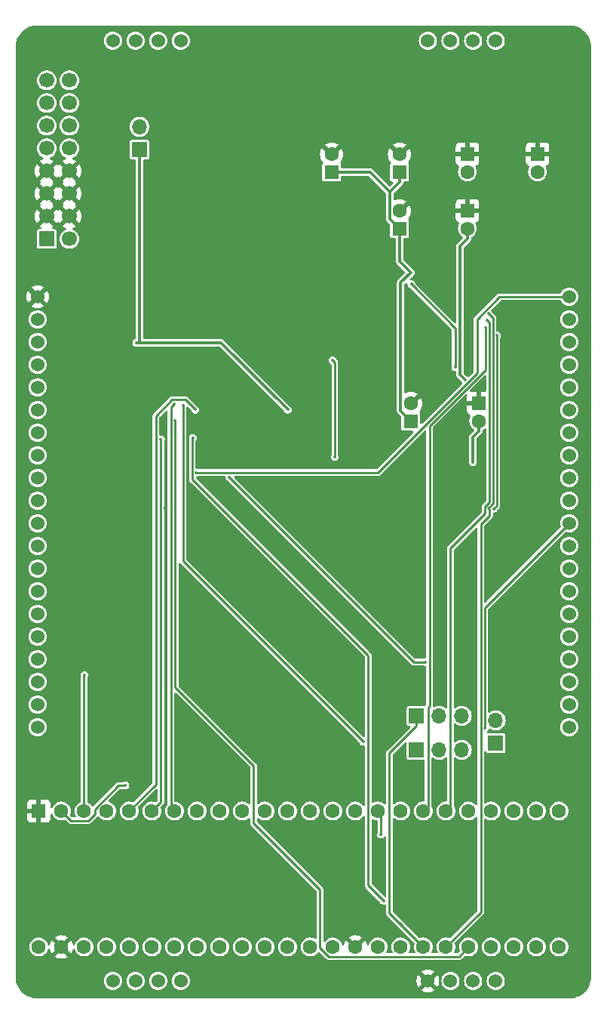
<source format=gbr>
%TF.GenerationSoftware,KiCad,Pcbnew,7.0.10*%
%TF.CreationDate,2024-05-23T22:52:30+02:00*%
%TF.ProjectId,teensy-eurorack,7465656e-7379-42d6-9575-726f7261636b,rev?*%
%TF.SameCoordinates,Original*%
%TF.FileFunction,Copper,L1,Top*%
%TF.FilePolarity,Positive*%
%FSLAX46Y46*%
G04 Gerber Fmt 4.6, Leading zero omitted, Abs format (unit mm)*
G04 Created by KiCad (PCBNEW 7.0.10) date 2024-05-23 22:52:30*
%MOMM*%
%LPD*%
G01*
G04 APERTURE LIST*
%TA.AperFunction,ComponentPad*%
%ADD10R,1.700000X1.700000*%
%TD*%
%TA.AperFunction,ComponentPad*%
%ADD11C,1.700000*%
%TD*%
%TA.AperFunction,ComponentPad*%
%ADD12C,1.600000*%
%TD*%
%TA.AperFunction,ComponentPad*%
%ADD13R,1.600000X1.600000*%
%TD*%
%TA.AperFunction,ComponentPad*%
%ADD14C,1.524000*%
%TD*%
%TA.AperFunction,ComponentPad*%
%ADD15O,1.700000X1.700000*%
%TD*%
%TA.AperFunction,ViaPad*%
%ADD16C,0.406400*%
%TD*%
%TA.AperFunction,ViaPad*%
%ADD17C,0.355600*%
%TD*%
%TA.AperFunction,Conductor*%
%ADD18C,0.304800*%
%TD*%
%TA.AperFunction,Conductor*%
%ADD19C,0.228600*%
%TD*%
G04 APERTURE END LIST*
D10*
%TO.P,J28,1,Pin_1*%
%TO.N,-12V*%
X111506000Y-58293000D03*
D11*
%TO.P,J28,2,Pin_2*%
X114046000Y-58293000D03*
%TO.P,J28,3,Pin_3*%
%TO.N,GND*%
X111506000Y-55753000D03*
%TO.P,J28,4,Pin_4*%
X114046000Y-55753000D03*
%TO.P,J28,5,Pin_5*%
X111506000Y-53213000D03*
%TO.P,J28,6,Pin_6*%
X114046000Y-53213000D03*
%TO.P,J28,7,Pin_7*%
X111506000Y-50673000D03*
%TO.P,J28,8,Pin_8*%
X114046000Y-50673000D03*
%TO.P,J28,9,Pin_9*%
%TO.N,+12V*%
X111506000Y-48133000D03*
%TO.P,J28,10,Pin_10*%
X114046000Y-48133000D03*
%TO.P,J28,11,Pin_11*%
%TO.N,Net-(J27-Pin_2)*%
X111506000Y-45593000D03*
%TO.P,J28,12,Pin_12*%
X114046000Y-45593000D03*
%TO.P,J28,14,Pin_14*%
%TO.N,unconnected-(J28-Pin_14-Pad14)*%
X114046000Y-43053000D03*
%TO.P,J28,13,Pin_13*%
%TO.N,unconnected-(J28-Pin_13-Pad13)*%
X111506000Y-43053000D03*
%TO.P,J28,15,Pin_15*%
%TO.N,unconnected-(J28-Pin_15-Pad15)*%
X111506000Y-40513000D03*
%TO.P,J28,16,Pin_16*%
%TO.N,unconnected-(J28-Pin_16-Pad16)*%
X114046000Y-40513000D03*
%TD*%
D12*
%TO.P,C34,2*%
%TO.N,-12V*%
X158750000Y-50768000D03*
D13*
%TO.P,C34,1*%
%TO.N,GND*%
X158750000Y-48768000D03*
%TD*%
D14*
%TO.P,BB1,1,Pin_1*%
%TO.N,GND*%
X110490000Y-64770000D03*
%TO.P,BB1,2,Pin_2*%
%TO.N,/VIN1*%
X110490000Y-67310000D03*
%TO.P,BB1,3,Pin_3*%
%TO.N,/VGND1*%
X110490000Y-69850000D03*
%TO.P,BB1,4,Pin_4*%
%TO.N,/VIN2*%
X110490000Y-72390000D03*
%TO.P,BB1,5,Pin_5*%
%TO.N,/VGND2*%
X110490000Y-74930000D03*
%TO.P,BB1,6,Pin_6*%
%TO.N,/VIN3*%
X110490000Y-77470000D03*
%TO.P,BB1,7,Pin_7*%
%TO.N,/VGND3*%
X110490000Y-80010000D03*
%TO.P,BB1,8,Pin_8*%
%TO.N,/VIN4*%
X110490000Y-82550000D03*
%TO.P,BB1,9,Pin_9*%
%TO.N,/VGND4*%
X110490000Y-85090000D03*
%TO.P,BB1,10,Pin_10*%
%TO.N,/VIN5*%
X110490000Y-87630000D03*
%TO.P,BB1,11,Pin_11*%
%TO.N,/VGND5*%
X110490000Y-90170000D03*
%TO.P,BB1,12,Pin_12*%
%TO.N,/VIN6*%
X110490000Y-92710000D03*
%TO.P,BB1,13,Pin_13*%
%TO.N,/VGND6*%
X110490000Y-95250000D03*
%TO.P,BB1,14,Pin_14*%
%TO.N,/VIN7*%
X110490000Y-97790000D03*
%TO.P,BB1,15,Pin_15*%
%TO.N,/VGND7*%
X110490000Y-100330000D03*
%TO.P,BB1,16,Pin_16*%
%TO.N,/MIDI_TX_PIN2*%
X110490000Y-102870000D03*
%TO.P,BB1,17,Pin_17*%
%TO.N,/MIDI_TX_PIN4*%
X110490000Y-105410000D03*
%TO.P,BB1,18,Pin_18*%
%TO.N,/DIN1*%
X110490000Y-107950000D03*
%TO.P,BB1,19,Pin_19*%
%TO.N,/DIN2*%
X110490000Y-110490000D03*
%TO.P,BB1,20,Pin_20*%
%TO.N,unconnected-(BB1A-Pin_20-Pad20)*%
X110490000Y-113030000D03*
%TO.P,BB1,21,Pin_21*%
%TO.N,/VIN8*%
X170180000Y-64770000D03*
%TO.P,BB1,22,Pin_22*%
%TO.N,/VGND8*%
X170180000Y-67310000D03*
%TO.P,BB1,23,Pin_23*%
%TO.N,/VOUT1*%
X170180000Y-69850000D03*
%TO.P,BB1,24,Pin_24*%
%TO.N,/VOUT2*%
X170180000Y-72390000D03*
%TO.P,BB1,25,Pin_25*%
%TO.N,/VOUT3*%
X170180000Y-74930000D03*
%TO.P,BB1,26,Pin_26*%
%TO.N,/VOUT4*%
X170180000Y-77470000D03*
%TO.P,BB1,27,Pin_27*%
%TO.N,/VOUT5*%
X170180000Y-80010000D03*
%TO.P,BB1,28,Pin_28*%
%TO.N,/VOUT6*%
X170180000Y-82550000D03*
%TO.P,BB1,29,Pin_29*%
%TO.N,/VOUT7*%
X170180000Y-85090000D03*
%TO.P,BB1,30,Pin_30*%
%TO.N,/VOUT8*%
X170180000Y-87630000D03*
%TO.P,BB1,31,Pin_31*%
%TO.N,/TFT_SCK*%
X170180000Y-90170000D03*
%TO.P,BB1,32,Pin_32*%
%TO.N,/TFT_MOSI*%
X170180000Y-92710000D03*
%TO.P,BB1,33,Pin_33*%
%TO.N,/TFT_DC*%
X170180000Y-95250000D03*
%TO.P,BB1,34,Pin_34*%
%TO.N,/TFT_CS*%
X170180000Y-97790000D03*
%TO.P,BB1,35,Pin_35*%
%TO.N,/MIDI_RX_PIN2*%
X170180000Y-100330000D03*
%TO.P,BB1,36,Pin_36*%
%TO.N,/MIDI_RX_PIN4*%
X170180000Y-102870000D03*
%TO.P,BB1,37,Pin_37*%
%TO.N,/ENC1A*%
X170180000Y-105410000D03*
%TO.P,BB1,38,Pin_38*%
%TO.N,/ENC1B*%
X170180000Y-107950000D03*
%TO.P,BB1,39,Pin_39*%
%TO.N,/ENC1SW*%
X170180000Y-110490000D03*
%TO.P,BB1,40,Pin_40*%
%TO.N,+5V*%
X170180000Y-113030000D03*
%TO.P,BB1,41,Pin_41*%
%TO.N,unconnected-(BB1C-Pin_41-Pad41)*%
X161925000Y-141478000D03*
%TO.P,BB1,42,Pin_42*%
%TO.N,unconnected-(BB1C-Pin_42-Pad42)*%
X159385000Y-141478000D03*
%TO.P,BB1,43,Pin_43*%
%TO.N,unconnected-(BB1C-Pin_43-Pad43)*%
X156845000Y-141478000D03*
%TO.P,BB1,44,Pin_44*%
%TO.N,GND*%
X154305000Y-141478000D03*
%TO.P,BB1,45*%
%TO.N,N/C*%
X126555500Y-141478000D03*
%TO.P,BB1,46*%
X124015500Y-141478000D03*
%TO.P,BB1,47*%
X121475500Y-141478000D03*
%TO.P,BB1,48*%
X118935500Y-141478000D03*
%TO.P,BB1,49*%
X118935500Y-36068000D03*
%TO.P,BB1,50*%
X121475500Y-36068000D03*
%TO.P,BB1,51*%
X124015500Y-36068000D03*
%TO.P,BB1,52*%
X126555500Y-36068000D03*
%TO.P,BB1,53,Pin_53*%
%TO.N,unconnected-(BB1F-Pin_53-Pad53)*%
X154305000Y-36068000D03*
%TO.P,BB1,54,Pin_54*%
%TO.N,unconnected-(BB1F-Pin_54-Pad54)*%
X156845000Y-36068000D03*
%TO.P,BB1,55,Pin_55*%
%TO.N,unconnected-(BB1F-Pin_55-Pad55)*%
X159385000Y-36068000D03*
%TO.P,BB1,56,Pin_56*%
%TO.N,unconnected-(BB1F-Pin_56-Pad56)*%
X161925000Y-36068000D03*
%TD*%
D12*
%TO.P,C33,2*%
%TO.N,-12V*%
X166624000Y-50768000D03*
D13*
%TO.P,C33,1*%
%TO.N,GND*%
X166624000Y-48768000D03*
%TD*%
D12*
%TO.P,C32,2*%
%TO.N,-12V*%
X160020000Y-78708000D03*
D13*
%TO.P,C32,1*%
%TO.N,GND*%
X160020000Y-76708000D03*
%TD*%
D12*
%TO.P,C31,2*%
%TO.N,-12V*%
X158750000Y-57118000D03*
D13*
%TO.P,C31,1*%
%TO.N,GND*%
X158750000Y-55118000D03*
%TD*%
D12*
%TO.P,C25,2*%
%TO.N,GND*%
X151130000Y-55150000D03*
D13*
%TO.P,C25,1*%
%TO.N,+12V*%
X151130000Y-57150000D03*
%TD*%
D12*
%TO.P,C23,2*%
%TO.N,GND*%
X152400000Y-76740000D03*
D13*
%TO.P,C23,1*%
%TO.N,+12V*%
X152400000Y-78740000D03*
%TD*%
D12*
%TO.P,C21,2*%
%TO.N,GND*%
X151130000Y-48800000D03*
D13*
%TO.P,C21,1*%
%TO.N,+12V*%
X151130000Y-50800000D03*
%TD*%
D12*
%TO.P,C19,2*%
%TO.N,GND*%
X143510000Y-48800000D03*
D13*
%TO.P,C19,1*%
%TO.N,+12V*%
X143510000Y-50800000D03*
%TD*%
D15*
%TO.P,J3,3,Pin_3*%
%TO.N,/MISO2*%
X158115000Y-111760000D03*
%TO.P,J3,2,Pin_2*%
%TO.N,/ADC_MISO*%
X155575000Y-111760000D03*
D10*
%TO.P,J3,1,Pin_1*%
%TO.N,/MISO1*%
X153035000Y-111760000D03*
%TD*%
D15*
%TO.P,J2,2,Pin_2*%
%TO.N,/SCK2*%
X161925000Y-112268000D03*
D10*
%TO.P,J2,1,Pin_1*%
%TO.N,/MISO2*%
X161925000Y-114808000D03*
%TD*%
D15*
%TO.P,J1,3,Pin_3*%
%TO.N,/SCK2*%
X158115000Y-115570000D03*
%TO.P,J1,2,Pin_2*%
%TO.N,/ADC_SCK*%
X155575000Y-115570000D03*
D10*
%TO.P,J1,1,Pin_1*%
%TO.N,/DAC_SCK*%
X153035000Y-115570000D03*
%TD*%
%TO.P,J27,1,Pin_1*%
%TO.N,+5V*%
X121920000Y-48260000D03*
D15*
%TO.P,J27,2,Pin_2*%
%TO.N,Net-(J27-Pin_2)*%
X121920000Y-45720000D03*
%TD*%
D12*
%TO.P,U4,48,VIN*%
%TO.N,+5V*%
X110617000Y-137668000D03*
%TO.P,U4,47,GND*%
%TO.N,GND*%
X113157000Y-137668000D03*
%TO.P,U4,46,3V3*%
%TO.N,+3V3*%
X115697000Y-137668000D03*
%TO.P,U4,45,23_A9_CRX1_MCLK1*%
%TO.N,unconnected-(U4-23_A9_CRX1_MCLK1-Pad45)*%
X118237000Y-137668000D03*
%TO.P,U4,44,22_A8_CTX1*%
%TO.N,unconnected-(U4-22_A8_CTX1-Pad44)*%
X120777000Y-137668000D03*
%TO.P,U4,43,21_A7_RX5_BCLK1*%
%TO.N,unconnected-(U4-21_A7_RX5_BCLK1-Pad43)*%
X123317000Y-137668000D03*
%TO.P,U4,42,20_A6_TX5_LRCLK1*%
%TO.N,unconnected-(U4-20_A6_TX5_LRCLK1-Pad42)*%
X125857000Y-137668000D03*
%TO.P,U4,41,19_A5_SCL0*%
%TO.N,unconnected-(U4-19_A5_SCL0-Pad41)*%
X128397000Y-137668000D03*
%TO.P,U4,40,18_A4_SDA0*%
%TO.N,unconnected-(U4-18_A4_SDA0-Pad40)*%
X130937000Y-137668000D03*
%TO.P,U4,39,17_A3_TX4_SDA1*%
%TO.N,unconnected-(U4-17_A3_TX4_SDA1-Pad39)*%
X133477000Y-137668000D03*
%TO.P,U4,38,16_A2_RX4_SCL1*%
%TO.N,unconnected-(U4-16_A2_RX4_SCL1-Pad38)*%
X136017000Y-137668000D03*
%TO.P,U4,37,15_A1_RX3_SPDIF_IN*%
%TO.N,unconnected-(U4-15_A1_RX3_SPDIF_IN-Pad37)*%
X138557000Y-137668000D03*
%TO.P,U4,36,14_A0_TX3_SPDIF_OUT*%
%TO.N,unconnected-(U4-14_A0_TX3_SPDIF_OUT-Pad36)*%
X141097000Y-137668000D03*
%TO.P,U4,35,13_SCK_CRX1_LED*%
%TO.N,/TFT_SCK*%
X143637000Y-137668000D03*
D13*
%TO.P,U4,1,GND*%
%TO.N,GND*%
X110617000Y-122428000D03*
D12*
%TO.P,U4,2,0_RX1_CRX2_CS1*%
%TO.N,/MIDI_RX*%
X113157000Y-122428000D03*
%TO.P,U4,3,1_TX1_CTX2_MISO1*%
%TO.N,/MIDI_TX*%
X115697000Y-122428000D03*
%TO.P,U4,4,2_OUT2*%
%TO.N,/TFT_DC*%
X118237000Y-122428000D03*
%TO.P,U4,5,3_LRCLK2*%
%TO.N,/ADC_BUSY*%
X120777000Y-122428000D03*
%TO.P,U4,6,4_BCLK2*%
%TO.N,/ADC_RESET*%
X123317000Y-122428000D03*
%TO.P,U4,7,5_IN2*%
%TO.N,/ADC_CONVST*%
X125857000Y-122428000D03*
%TO.P,U4,8,6_OUT1D*%
%TO.N,/TFT_CS*%
X128397000Y-122428000D03*
%TO.P,U4,9,7_RX2_OUT1A*%
%TO.N,unconnected-(U4-7_RX2_OUT1A-Pad9)*%
X130937000Y-122428000D03*
%TO.P,U4,10,8_TX2_IN1*%
%TO.N,unconnected-(U4-8_TX2_IN1-Pad10)*%
X133477000Y-122428000D03*
%TO.P,U4,11,9_OUT1C*%
%TO.N,unconnected-(U4-9_OUT1C-Pad11)*%
X136017000Y-122428000D03*
%TO.P,U4,12,10_CS_MQSR*%
%TO.N,unconnected-(U4-10_CS_MQSR-Pad12)*%
X138557000Y-122428000D03*
%TO.P,U4,13,11_MOSI_CTX1*%
%TO.N,/TFT_MOSI*%
X141097000Y-122428000D03*
%TO.P,U4,34,GND*%
%TO.N,GND*%
X146177000Y-137668000D03*
%TO.P,U4,33,41*%
%TO.N,unconnected-(U4-41-Pad33)*%
X148717000Y-137668000D03*
%TO.P,U4,32,40*%
%TO.N,unconnected-(U4-40-Pad32)*%
X151257000Y-137668000D03*
%TO.P,U4,31,39*%
%TO.N,/MISO1*%
X153797000Y-137668000D03*
%TO.P,U4,30,38*%
%TO.N,/DAC_SYNC*%
X156337000Y-137668000D03*
%TO.P,U4,29,37*%
%TO.N,/ADC_RANGE*%
X158877000Y-137668000D03*
%TO.P,U4,28,36*%
%TO.N,/ADC_CS*%
X161417000Y-137668000D03*
%TO.P,U4,27,35*%
%TO.N,unconnected-(U4-35-Pad27)*%
X163957000Y-137668000D03*
%TO.P,U4,26,34*%
%TO.N,unconnected-(U4-34-Pad26)*%
X166497000Y-137668000D03*
%TO.P,U4,25,33_MCLK2*%
%TO.N,unconnected-(U4-33_MCLK2-Pad25)*%
X169037000Y-137668000D03*
%TO.P,U4,24,32_OUT1B*%
%TO.N,unconnected-(U4-32_OUT1B-Pad24)*%
X169037000Y-122428000D03*
%TO.P,U4,23,31_CTX3*%
%TO.N,unconnected-(U4-31_CTX3-Pad23)*%
X166497000Y-122428000D03*
%TO.P,U4,22,30_CRX3*%
%TO.N,/ENC1SW*%
X163957000Y-122428000D03*
%TO.P,U4,21,29_TX7*%
%TO.N,/ENC1B*%
X161417000Y-122428000D03*
%TO.P,U4,14,12_MISO_MQSL*%
%TO.N,unconnected-(U4-12_MISO_MQSL-Pad14)*%
X143637000Y-122428000D03*
%TO.P,U4,15,3V3*%
%TO.N,unconnected-(U4-3V3-Pad15)*%
X146177000Y-122428000D03*
%TO.P,U4,16,24_A10_TX6_SCL2*%
%TO.N,/IN2*%
X148717000Y-122428000D03*
%TO.P,U4,20,28_RX7*%
%TO.N,/ENC1A*%
X158877000Y-122428000D03*
%TO.P,U4,19,27_A13_SCK1*%
%TO.N,/DAC_SCK*%
X156337000Y-122428000D03*
%TO.P,U4,18,26_A12_MOSI1*%
%TO.N,/DAC_SDIN*%
X153797000Y-122428000D03*
%TO.P,U4,17,25_A11_RX6_SDA2*%
%TO.N,/IN1*%
X151257000Y-122428000D03*
%TD*%
D16*
%TO.N,GND*%
X139700000Y-83566000D03*
X154368500Y-64452500D03*
X153289000Y-66357500D03*
X153289000Y-65722500D03*
X153797000Y-68326000D03*
X159131000Y-68326000D03*
X146558000Y-105410000D03*
X144526000Y-103378000D03*
X142494000Y-101600000D03*
X146812000Y-107188000D03*
X141986000Y-120650000D03*
X139954000Y-120650000D03*
X133604000Y-118872000D03*
X132080000Y-117348000D03*
X136398000Y-124206000D03*
X133858000Y-124206000D03*
X149098000Y-133604000D03*
X150622000Y-133604000D03*
X160020000Y-135128000D03*
X157480000Y-135128000D03*
X158750000Y-133858000D03*
X159004000Y-136144000D03*
X150876000Y-131572000D03*
X150622000Y-129286000D03*
X149352000Y-130556000D03*
X148590000Y-125984000D03*
X146812000Y-125984000D03*
X148336000Y-130556000D03*
X146812000Y-130556000D03*
X147574000Y-132588000D03*
X143256000Y-135636000D03*
X141224000Y-135636000D03*
X143256000Y-131826000D03*
X141224000Y-131826000D03*
X138176000Y-125984000D03*
X135128000Y-125984000D03*
X155194000Y-120650000D03*
X153416000Y-120650000D03*
X150876000Y-120650000D03*
X149352000Y-120650000D03*
X148336000Y-120650000D03*
X146812000Y-120650000D03*
X151384000Y-115824000D03*
X149860000Y-115316000D03*
X148336000Y-115316000D03*
X148336000Y-112776000D03*
X149860000Y-112776000D03*
X148336000Y-107442000D03*
X153670000Y-109728000D03*
X155194000Y-105918000D03*
X155194000Y-104648000D03*
X155194000Y-102362000D03*
X155194000Y-100838000D03*
X155194000Y-98552000D03*
X153924000Y-102362000D03*
X152654000Y-104902000D03*
X151892000Y-101854000D03*
X153924000Y-99568000D03*
X150114000Y-95250000D03*
X148844000Y-93980000D03*
X148336000Y-95758000D03*
X141732000Y-93472000D03*
X141732000Y-91440000D03*
X150368000Y-88138000D03*
X150368000Y-89916000D03*
X139700000Y-85344000D03*
X137922000Y-86868000D03*
X137922000Y-87630000D03*
X137922000Y-88392000D03*
X137922000Y-89154000D03*
X134874000Y-86360000D03*
X147320000Y-85344000D03*
X145288000Y-85344000D03*
X150368000Y-84074000D03*
X151892000Y-83058000D03*
X152908000Y-81788000D03*
X155194000Y-79502000D03*
X155194000Y-83058000D03*
X157226000Y-83312000D03*
X157734000Y-77216000D03*
X157734000Y-74422000D03*
X153924000Y-78232000D03*
X150368000Y-81280000D03*
X152146000Y-72898000D03*
X150368000Y-72898000D03*
X152146000Y-73914000D03*
X150368000Y-73914000D03*
X152146000Y-70358000D03*
X150368000Y-70358000D03*
X122682000Y-115824000D03*
X122936000Y-119126000D03*
X126238000Y-109982000D03*
X126746000Y-108204000D03*
X126238000Y-112522000D03*
X126492000Y-115570000D03*
X129032000Y-113030000D03*
X129032000Y-109220000D03*
X127254000Y-111506000D03*
X130556000Y-111506000D03*
X118364000Y-108712000D03*
X118364000Y-107188000D03*
X118364000Y-111252000D03*
X120904000Y-112014000D03*
X122900000Y-111950000D03*
X118110000Y-117856000D03*
X118110000Y-115824000D03*
X112268000Y-113284000D03*
X112268000Y-110744000D03*
X108712000Y-114808000D03*
X110236000Y-114808000D03*
X110236000Y-120650000D03*
X108712000Y-120650000D03*
X113030000Y-102616000D03*
X113030000Y-100838000D03*
X113030000Y-104394000D03*
X113030000Y-106426000D03*
X113030000Y-108712000D03*
X122174000Y-73406000D03*
X122174000Y-72644000D03*
X122174000Y-71882000D03*
X122174000Y-71120000D03*
X123190000Y-71120000D03*
X123190000Y-71882000D03*
X123190000Y-72644000D03*
X123190000Y-73406000D03*
X120396000Y-71882000D03*
X120396000Y-72644000D03*
X120396000Y-73406000D03*
X120396000Y-74168000D03*
X119634000Y-67564000D03*
X119126000Y-67056000D03*
X119888000Y-66040000D03*
X120396000Y-66548000D03*
X123698000Y-69088000D03*
X123698000Y-68326000D03*
X124968000Y-68326000D03*
X124968000Y-69088000D03*
X127000000Y-69088000D03*
X127000000Y-68072000D03*
X125730000Y-68072000D03*
X125730000Y-69088000D03*
X127000000Y-70866000D03*
X125730000Y-70866000D03*
X129032000Y-70866000D03*
X129032000Y-69088000D03*
X130302000Y-67056000D03*
X131572000Y-65786000D03*
X125222000Y-64516000D03*
X125222000Y-62992000D03*
X123444000Y-77216000D03*
X122936000Y-77724000D03*
X122936000Y-78486000D03*
X122936000Y-79248000D03*
X122174000Y-78486000D03*
X122174000Y-77724000D03*
X122174000Y-76962000D03*
X122936000Y-81280000D03*
X122936000Y-82042000D03*
X122936000Y-82804000D03*
X122936000Y-83566000D03*
X122936000Y-84328000D03*
X122174000Y-80518000D03*
X122174000Y-81280000D03*
X122174000Y-82042000D03*
X122174000Y-82804000D03*
X122174000Y-83566000D03*
X122174000Y-84328000D03*
X121412000Y-80518000D03*
X121412000Y-79756000D03*
X121412000Y-81280000D03*
X121412000Y-82042000D03*
X121412000Y-82804000D03*
X121412000Y-83566000D03*
X121412000Y-84328000D03*
X124587000Y-78486000D03*
X124587000Y-79121000D03*
X124587000Y-79756000D03*
X128651000Y-78359000D03*
X127889000Y-78359000D03*
X127889000Y-79121000D03*
X128651000Y-79121000D03*
X128651000Y-79883000D03*
X129413000Y-81661000D03*
X129413000Y-83312000D03*
X135001000Y-81407000D03*
X134366000Y-81407000D03*
X133731000Y-81407000D03*
X132969000Y-81407000D03*
X134366000Y-79756000D03*
X133731000Y-79756000D03*
X133096000Y-79756000D03*
X132461000Y-79756000D03*
X136271000Y-79629000D03*
X136271000Y-79121000D03*
X136271000Y-78486000D03*
X136271000Y-77851000D03*
X134874000Y-83693000D03*
X131826000Y-86360000D03*
X131191000Y-86360000D03*
X129794000Y-88265000D03*
X134747000Y-89662000D03*
X133985000Y-89662000D03*
X133858000Y-88265000D03*
X133096000Y-88265000D03*
X132080000Y-90678000D03*
X131445000Y-89916000D03*
X127889000Y-88773000D03*
X127889000Y-89789000D03*
X122047000Y-88773000D03*
X121285000Y-88773000D03*
X122809000Y-92202000D03*
X122301000Y-92710000D03*
X117094000Y-92837000D03*
X117094000Y-93726000D03*
X118745000Y-92837000D03*
X118745000Y-93726000D03*
X119380000Y-90043000D03*
X118491000Y-88773000D03*
X127635000Y-91948000D03*
X127635000Y-93726000D03*
X127508000Y-96266000D03*
X126746000Y-96901000D03*
X122809000Y-100838000D03*
X122809000Y-98298000D03*
X119507000Y-103886000D03*
X118618000Y-102616000D03*
X117856000Y-104013000D03*
X126746000Y-104267000D03*
X126746000Y-102235000D03*
X126746000Y-99949000D03*
X122809000Y-108204000D03*
X122809000Y-104267000D03*
X122809000Y-102235000D03*
X137414000Y-103505000D03*
X136525000Y-105283000D03*
X135001000Y-103759000D03*
X136144000Y-102616000D03*
X147193000Y-103505000D03*
X145669000Y-101854000D03*
X147828000Y-101981000D03*
X149479000Y-101346000D03*
X148971000Y-103505000D03*
X148590000Y-105029000D03*
X148590000Y-105791000D03*
X153670000Y-106807000D03*
X152908000Y-106807000D03*
X156210000Y-106934000D03*
X157734000Y-106934000D03*
X157734000Y-102743000D03*
X157734000Y-100711000D03*
X157734000Y-98298000D03*
X157734000Y-96012000D03*
X164338000Y-99441000D03*
X161036000Y-95631000D03*
X161163000Y-93980000D03*
X161290000Y-90170000D03*
X151892000Y-87757000D03*
X151892000Y-87122000D03*
X151892000Y-86360000D03*
X161036000Y-62484000D03*
X161671000Y-62484000D03*
X162306000Y-62484000D03*
X162306000Y-60833000D03*
X161671000Y-60833000D03*
X161036000Y-60833000D03*
X161036000Y-65024000D03*
X168402000Y-63881000D03*
X168148000Y-66167000D03*
X167640000Y-65659000D03*
X165481000Y-66167000D03*
X164973000Y-65532000D03*
X163322000Y-66167000D03*
X162814000Y-65532000D03*
X162433000Y-67818000D03*
X163068000Y-67818000D03*
X163322000Y-69342000D03*
X163068000Y-74422000D03*
X168021000Y-76835000D03*
X163703000Y-76835000D03*
X168021000Y-79121000D03*
X163703000Y-79121000D03*
X168021000Y-80899000D03*
X163703000Y-80899000D03*
X163703000Y-84963000D03*
X168021000Y-82931000D03*
X168021000Y-83947000D03*
X168021000Y-85979000D03*
X163703000Y-88519000D03*
X162941000Y-84963000D03*
X162941000Y-88519000D03*
X165227000Y-94107000D03*
X167132000Y-94107000D03*
X167132000Y-95377000D03*
X167132000Y-96012000D03*
X167132000Y-97282000D03*
X167132000Y-99949000D03*
X167386000Y-101600000D03*
X167132000Y-103378000D03*
X167132000Y-104775000D03*
X161417000Y-105791000D03*
X161417000Y-107696000D03*
X159512000Y-107696000D03*
X159512000Y-109601000D03*
X157607000Y-109474000D03*
X157607000Y-108712000D03*
X156210000Y-109474000D03*
X156210000Y-108712000D03*
X142748000Y-109220000D03*
X140335000Y-109220000D03*
X141605000Y-110617000D03*
X141605000Y-107696000D03*
X155194000Y-120015000D03*
X153416000Y-118364000D03*
X154940000Y-117729000D03*
X155956000Y-117729000D03*
X158369000Y-117983000D03*
X158369000Y-120142000D03*
X159385000Y-117983000D03*
X161036000Y-117602000D03*
X162179000Y-118999000D03*
X162179000Y-121031000D03*
X163195000Y-121031000D03*
X163195000Y-117983000D03*
X164719000Y-117983000D03*
X164719000Y-121031000D03*
X167132000Y-114935000D03*
X167005000Y-111506000D03*
X164719000Y-116967000D03*
X164592000Y-113665000D03*
X152019000Y-66357500D03*
X152019000Y-65659000D03*
X152019000Y-64389000D03*
X156400500Y-62611000D03*
X156400500Y-60769500D03*
X158750000Y-60833000D03*
X152400000Y-60833000D03*
X150177500Y-60833000D03*
X151828500Y-59118500D03*
X150241000Y-59118500D03*
X156781500Y-52959000D03*
X116014500Y-50292000D03*
X116141500Y-47879000D03*
X116205000Y-46609000D03*
X116268500Y-44894500D03*
X116141500Y-57531000D03*
X116141500Y-59118500D03*
X122872500Y-59118500D03*
X120967500Y-57531000D03*
X122809000Y-57531000D03*
X121031000Y-59118500D03*
X122745500Y-62293500D03*
X121094500Y-62293500D03*
X117792500Y-69723000D03*
X116459000Y-69786500D03*
X118872000Y-76708000D03*
X117221000Y-77724000D03*
X112331500Y-70294500D03*
X112268000Y-72707500D03*
X112268000Y-74104500D03*
X112268000Y-75438000D03*
X112331500Y-76898500D03*
X112331500Y-78930500D03*
X112331500Y-81661000D03*
X112204500Y-84455000D03*
X112204500Y-86804500D03*
X112268000Y-87884000D03*
X112585500Y-89979500D03*
X112522000Y-91249500D03*
X112458500Y-93916500D03*
X112458500Y-96901000D03*
X112522000Y-98552000D03*
X115633500Y-78422500D03*
X114490500Y-79057500D03*
X114871500Y-81661000D03*
X117284500Y-82613500D03*
X114554000Y-88328500D03*
X116522500Y-87249000D03*
X116268500Y-97155000D03*
X115125500Y-96075500D03*
X146240500Y-70294500D03*
X146240500Y-72898000D03*
X143573500Y-70294500D03*
X146240500Y-68072000D03*
X144526000Y-68072000D03*
X150622000Y-66230500D03*
X150558500Y-67691000D03*
X152082500Y-67691000D03*
X163766500Y-75184000D03*
X168021000Y-75120500D03*
X168656000Y-72453500D03*
X169100500Y-71056500D03*
X168465500Y-68897500D03*
X156464000Y-69596000D03*
X155321000Y-69596000D03*
X154368500Y-74422000D03*
X156464000Y-72898000D03*
X124845000Y-88515000D03*
X124904500Y-91821000D03*
X136144000Y-73406000D03*
X137668000Y-74676000D03*
X136398000Y-76454000D03*
X134620000Y-74930000D03*
X138176000Y-72390000D03*
X141224000Y-72390000D03*
X141224000Y-74168000D03*
X145288000Y-62484000D03*
X145288000Y-60706000D03*
X135382000Y-62484000D03*
X135382000Y-60706000D03*
X135382000Y-59182000D03*
X135382000Y-57404000D03*
X145288000Y-58928000D03*
X145288000Y-57404000D03*
X155194000Y-57404000D03*
X155194000Y-59182000D03*
X135382000Y-51816000D03*
X135382000Y-49784000D03*
X122936000Y-51816000D03*
X120904000Y-50038000D03*
X122936000Y-50038000D03*
X120904000Y-51816000D03*
X122682000Y-60706000D03*
X121158000Y-60706000D03*
X132842000Y-70612000D03*
X132842000Y-72898000D03*
X128524000Y-73914000D03*
X130048000Y-73914000D03*
X134874000Y-68834000D03*
X155448000Y-96012000D03*
X153670000Y-96012000D03*
X145542000Y-97282000D03*
X144272000Y-98552000D03*
X143510000Y-99314000D03*
X141986000Y-100584000D03*
X130556000Y-96266000D03*
X128778000Y-97790000D03*
X137668000Y-93218000D03*
X135890000Y-94742000D03*
X133096000Y-92456000D03*
X134112000Y-115316000D03*
X135382000Y-116586000D03*
X135636000Y-120904000D03*
X133858000Y-120904000D03*
X118872000Y-124206000D03*
X118872000Y-126238000D03*
X115570000Y-124460000D03*
X113792000Y-124460000D03*
X115570000Y-135890000D03*
X113538000Y-135890000D03*
X110236000Y-135890000D03*
X108712000Y-135890000D03*
X110236000Y-124206000D03*
X108712000Y-124206000D03*
X146812000Y-135636000D03*
X145796000Y-134366000D03*
X150876000Y-124206000D03*
X156464000Y-123952000D03*
X157226000Y-124968000D03*
X159258000Y-124968000D03*
X161036000Y-124968000D03*
D17*
%TO.N,+12V*%
X152389800Y-62054900D03*
%TO.N,+5V*%
X138580000Y-77426200D03*
X121570200Y-69945900D03*
%TO.N,-12V*%
X158466300Y-74072500D03*
X159345700Y-83317600D03*
X157896000Y-62982300D03*
%TO.N,/TFT_SCK*%
X160692700Y-113142100D03*
%TO.N,/DAC_SDIN*%
X160751400Y-68265900D03*
%TO.N,/DAC_SCK*%
X160956400Y-67419200D03*
X160731200Y-89099300D03*
%TO.N,/DAC_SYNC*%
X161138900Y-66678600D03*
X161165200Y-88513000D03*
%TO.N,/ADC_MISO*%
X154006400Y-105727300D03*
X131989700Y-84984200D03*
%TO.N,/ADC_CS*%
X127915900Y-80590100D03*
X149337700Y-132485600D03*
%TO.N,/ADC_SCK*%
X147042200Y-114643800D03*
X126812700Y-76943100D03*
%TO.N,/ADC_CONVST*%
X125820400Y-76780200D03*
%TO.N,/ADC_BUSY*%
X128190700Y-77426200D03*
%TO.N,/MIDI_TX*%
X115752000Y-107191400D03*
%TO.N,/MIDI_RX*%
X120337300Y-119566300D03*
%TO.N,/DAC_REF2V5*%
X143607100Y-71886100D03*
X143848000Y-82720900D03*
%TO.N,/VOUT4*%
X157380800Y-72674400D03*
X152450500Y-63367700D03*
%TO.N,/VIN8*%
X128297300Y-84485800D03*
%TO.N,Net-(U2-SDO)*%
X161678000Y-88543700D03*
X162053000Y-69108300D03*
%TO.N,/IN2*%
X149055400Y-125078500D03*
%TO.N,/ADC_RESET*%
X124338500Y-80762600D03*
%TO.N,/ADC_RANGE*%
X125932200Y-78687800D03*
%TD*%
D18*
%TO.N,+12V*%
X152400000Y-78740000D02*
X151246000Y-77586000D01*
X151246000Y-77586000D02*
X151246000Y-63198700D01*
X151246000Y-63198700D02*
X152389800Y-62054900D01*
X152389800Y-62054900D02*
X151130000Y-60795100D01*
X151130000Y-60795100D02*
X151130000Y-57150000D01*
X151130000Y-57150000D02*
X150024900Y-56044900D01*
X150024900Y-56044900D02*
X150024900Y-53010200D01*
X150024900Y-53010200D02*
X151130000Y-51905100D01*
X143510000Y-50800000D02*
X147814700Y-50800000D01*
X147814700Y-50800000D02*
X150024900Y-53010200D01*
X151130000Y-50800000D02*
X151130000Y-51905100D01*
%TO.N,+5V*%
X121920000Y-69945900D02*
X121570200Y-69945900D01*
X121920000Y-49415100D02*
X121920000Y-69945900D01*
X121920000Y-69945900D02*
X131099700Y-69945900D01*
X131099700Y-69945900D02*
X138580000Y-77426200D01*
X121920000Y-48260000D02*
X121920000Y-49415100D01*
%TO.N,-12V*%
X157896000Y-62982300D02*
X157896000Y-73502200D01*
X157896000Y-73502200D02*
X158466300Y-74072500D01*
X160020000Y-78740000D02*
X160020000Y-79845100D01*
X160020000Y-79845100D02*
X159345700Y-80519400D01*
X159345700Y-80519400D02*
X159345700Y-83317600D01*
X158750000Y-58255100D02*
X157896000Y-59109100D01*
X157896000Y-59109100D02*
X157896000Y-62982300D01*
X158750000Y-57150000D02*
X158750000Y-58255100D01*
D19*
%TO.N,/TFT_SCK*%
X160692700Y-113142100D02*
X160692700Y-99657300D01*
X160692700Y-99657300D02*
X170180000Y-90170000D01*
%TO.N,/DAC_SDIN*%
X153797000Y-122428000D02*
X154331500Y-121893500D01*
X154331500Y-121893500D02*
X154331500Y-110842100D01*
X154331500Y-110842100D02*
X154495900Y-110677700D01*
X154495900Y-110677700D02*
X154495900Y-79211200D01*
X154495900Y-79211200D02*
X160751400Y-72955700D01*
X160751400Y-72955700D02*
X160751400Y-68265900D01*
%TO.N,/DAC_SCK*%
X160956400Y-67419200D02*
X161226900Y-67689700D01*
X161226900Y-67689700D02*
X161226900Y-87822300D01*
X161226900Y-87822300D02*
X160720400Y-88328800D01*
X160720400Y-88328800D02*
X160720400Y-89088500D01*
X160720400Y-89088500D02*
X160731200Y-89099300D01*
X156337000Y-122428000D02*
X156845000Y-121920000D01*
X156845000Y-121920000D02*
X156845000Y-92985500D01*
X156845000Y-92985500D02*
X160731200Y-89099300D01*
%TO.N,/DAC_SYNC*%
X161165200Y-88513000D02*
X161224800Y-88572600D01*
X161224800Y-88572600D02*
X161224800Y-89312700D01*
X161224800Y-89312700D02*
X160247900Y-90289600D01*
X160247900Y-90289600D02*
X160247900Y-133757100D01*
X160247900Y-133757100D02*
X156337000Y-137668000D01*
X161138900Y-66678600D02*
X161608200Y-67147900D01*
X161608200Y-67147900D02*
X161608200Y-87984500D01*
X161608200Y-87984500D02*
X161165200Y-88427500D01*
X161165200Y-88427500D02*
X161165200Y-88513000D01*
%TO.N,/ADC_MISO*%
X131989700Y-84984200D02*
X152732800Y-105727300D01*
X152732800Y-105727300D02*
X154006400Y-105727300D01*
%TO.N,/ADC_CS*%
X149337700Y-132485600D02*
X147616000Y-130763900D01*
X147616000Y-130763900D02*
X147616000Y-104988600D01*
X147616000Y-104988600D02*
X127850200Y-85222800D01*
X127850200Y-85222800D02*
X127850200Y-80655800D01*
X127850200Y-80655800D02*
X127915900Y-80590100D01*
%TO.N,/ADC_SCK*%
X147042200Y-114643800D02*
X126812700Y-94414300D01*
X126812700Y-94414300D02*
X126812700Y-76943100D01*
%TO.N,/ADC_CONVST*%
X125857000Y-122428000D02*
X125440300Y-122011300D01*
X125440300Y-122011300D02*
X125440300Y-77160300D01*
X125440300Y-77160300D02*
X125820400Y-76780200D01*
%TO.N,/ADC_BUSY*%
X120777000Y-122428000D02*
X123773700Y-119431300D01*
X123773700Y-119431300D02*
X123773700Y-78123200D01*
X123773700Y-78123200D02*
X125578900Y-76318000D01*
X125578900Y-76318000D02*
X127082500Y-76318000D01*
X127082500Y-76318000D02*
X128190700Y-77426200D01*
%TO.N,/MIDI_TX*%
X115697000Y-122428000D02*
X115697000Y-107246400D01*
X115697000Y-107246400D02*
X115752000Y-107191400D01*
%TO.N,/MIDI_RX*%
X113157000Y-122428000D02*
X114229700Y-123500700D01*
X114229700Y-123500700D02*
X116199400Y-123500700D01*
X116199400Y-123500700D02*
X116905100Y-122795000D01*
X116905100Y-122795000D02*
X116905100Y-122245900D01*
X116905100Y-122245900D02*
X119584700Y-119566300D01*
X119584700Y-119566300D02*
X120337300Y-119566300D01*
%TO.N,/DAC_REF2V5*%
X143848000Y-82720900D02*
X143848000Y-72127000D01*
X143848000Y-72127000D02*
X143607100Y-71886100D01*
%TO.N,/VOUT4*%
X152450500Y-63367700D02*
X157380800Y-68298000D01*
X157380800Y-68298000D02*
X157380800Y-72674400D01*
%TO.N,/VIN8*%
X128297300Y-84485800D02*
X148682100Y-84485800D01*
X148682100Y-84485800D02*
X159817100Y-73350800D01*
X159817100Y-73350800D02*
X159817100Y-67301400D01*
X159817100Y-67301400D02*
X162348500Y-64770000D01*
X162348500Y-64770000D02*
X170180000Y-64770000D01*
%TO.N,Net-(U2-SDO)*%
X162053000Y-69108300D02*
X162053000Y-88168700D01*
X162053000Y-88168700D02*
X161678000Y-88543700D01*
%TO.N,/IN2*%
X148717000Y-122428000D02*
X149055400Y-122766400D01*
X149055400Y-122766400D02*
X149055400Y-125078500D01*
%TO.N,/ADC_RESET*%
X123317000Y-122428000D02*
X124338500Y-121406500D01*
X124338500Y-121406500D02*
X124338500Y-80762600D01*
%TO.N,/MISO1*%
X153035000Y-111760000D02*
X153035000Y-112877000D01*
X149987000Y-115925000D02*
X153035000Y-112877000D01*
X151130000Y-135001000D02*
X153797000Y-137668000D01*
X149987000Y-133858000D02*
X149987000Y-132715000D01*
X153797000Y-137668000D02*
X149987000Y-133858000D01*
X149987000Y-132715000D02*
X149987000Y-115925000D01*
%TO.N,/ADC_RANGE*%
X125932200Y-78687800D02*
X125932200Y-108547600D01*
X125932200Y-108547600D02*
X134747000Y-117362400D01*
X134747000Y-117362400D02*
X134747000Y-123767600D01*
X134747000Y-123767600D02*
X142176400Y-131197000D01*
X142176400Y-131197000D02*
X142176400Y-137741400D01*
X142176400Y-137741400D02*
X143173900Y-138738900D01*
X143173900Y-138738900D02*
X157806100Y-138738900D01*
X157806100Y-138738900D02*
X158877000Y-137668000D01*
%TD*%
%TA.AperFunction,Conductor*%
%TO.N,GND*%
G36*
X126509512Y-94636550D02*
G01*
X126512338Y-94639073D01*
X126555419Y-94678732D01*
X126559176Y-94682338D01*
X146591867Y-114715029D01*
X146618102Y-114759241D01*
X146619402Y-114758648D01*
X146674785Y-114879919D01*
X146674790Y-114879926D01*
X146756190Y-114973868D01*
X146756194Y-114973871D01*
X146775169Y-114986065D01*
X146860770Y-115041077D01*
X146980045Y-115076100D01*
X146980048Y-115076100D01*
X147113367Y-115076100D01*
X147113367Y-115077709D01*
X147173531Y-115086354D01*
X147227191Y-115132842D01*
X147247200Y-115200961D01*
X147247200Y-121717678D01*
X147227198Y-121785799D01*
X147173542Y-121832292D01*
X147103268Y-121842396D01*
X147038688Y-121812902D01*
X147023801Y-121797611D01*
X146926252Y-121678747D01*
X146765686Y-121546975D01*
X146765686Y-121546974D01*
X146582492Y-121449055D01*
X146462190Y-121412562D01*
X146383718Y-121388758D01*
X146383717Y-121388757D01*
X146383711Y-121388756D01*
X146177003Y-121368398D01*
X146176997Y-121368398D01*
X145970288Y-121388756D01*
X145771507Y-121449055D01*
X145588313Y-121546974D01*
X145588313Y-121546975D01*
X145427747Y-121678747D01*
X145295975Y-121839313D01*
X145295974Y-121839313D01*
X145198055Y-122022507D01*
X145137756Y-122221288D01*
X145117398Y-122427996D01*
X145117398Y-122428003D01*
X145137756Y-122634711D01*
X145198055Y-122833492D01*
X145295974Y-123016686D01*
X145427747Y-123177252D01*
X145588313Y-123309024D01*
X145588313Y-123309025D01*
X145588317Y-123309027D01*
X145771508Y-123406945D01*
X145970282Y-123467242D01*
X145970286Y-123467242D01*
X145970288Y-123467243D01*
X146176997Y-123487602D01*
X146177000Y-123487602D01*
X146177003Y-123487602D01*
X146383711Y-123467243D01*
X146383712Y-123467242D01*
X146383718Y-123467242D01*
X146582492Y-123406945D01*
X146765683Y-123309027D01*
X146765684Y-123309025D01*
X146765686Y-123309025D01*
X146765686Y-123309024D01*
X146884200Y-123211763D01*
X146926249Y-123177255D01*
X146926250Y-123177253D01*
X146926252Y-123177252D01*
X147023801Y-123058386D01*
X147082477Y-123018419D01*
X147153448Y-123016518D01*
X147214181Y-123053288D01*
X147245393Y-123117056D01*
X147247200Y-123138321D01*
X147247200Y-130712580D01*
X147244518Y-130738437D01*
X147242418Y-130748448D01*
X147246232Y-130779037D01*
X147247160Y-130793994D01*
X147247199Y-130794462D01*
X147250545Y-130814513D01*
X147251295Y-130819662D01*
X147257643Y-130870585D01*
X147259848Y-130877992D01*
X147262358Y-130885303D01*
X147262359Y-130885305D01*
X147276028Y-130910563D01*
X147286787Y-130930445D01*
X147289169Y-130935074D01*
X147311699Y-130981159D01*
X147311700Y-130981161D01*
X147311702Y-130981164D01*
X147311703Y-130981165D01*
X147316214Y-130987483D01*
X147320938Y-130993552D01*
X147358719Y-131028332D01*
X147362476Y-131031938D01*
X148887367Y-132556829D01*
X148913602Y-132601041D01*
X148914902Y-132600448D01*
X148970285Y-132721719D01*
X148970290Y-132721726D01*
X149051690Y-132815668D01*
X149051694Y-132815671D01*
X149103981Y-132849273D01*
X149156270Y-132882877D01*
X149275545Y-132917900D01*
X149275548Y-132917900D01*
X149399852Y-132917900D01*
X149399855Y-132917900D01*
X149456702Y-132901208D01*
X149527697Y-132901208D01*
X149587424Y-132939591D01*
X149616917Y-133004171D01*
X149618200Y-133022104D01*
X149618200Y-133806680D01*
X149615518Y-133832537D01*
X149613418Y-133842548D01*
X149617232Y-133873137D01*
X149618160Y-133888094D01*
X149618199Y-133888562D01*
X149621545Y-133908613D01*
X149622295Y-133913762D01*
X149628643Y-133964685D01*
X149630848Y-133972092D01*
X149633358Y-133979403D01*
X149633359Y-133979405D01*
X149642486Y-133996270D01*
X149657787Y-134024545D01*
X149660169Y-134029174D01*
X149682699Y-134075259D01*
X149682700Y-134075261D01*
X149682702Y-134075264D01*
X149682703Y-134075265D01*
X149687214Y-134081583D01*
X149691938Y-134087652D01*
X149729719Y-134122432D01*
X149733476Y-134126038D01*
X152776730Y-137169292D01*
X152810756Y-137231604D01*
X152808210Y-137294962D01*
X152757756Y-137461288D01*
X152737398Y-137667996D01*
X152737398Y-137668003D01*
X152757756Y-137874711D01*
X152818055Y-138073492D01*
X152877499Y-138184704D01*
X152891971Y-138254210D01*
X152866567Y-138320506D01*
X152809354Y-138362544D01*
X152766377Y-138370100D01*
X152287623Y-138370100D01*
X152219502Y-138350098D01*
X152173009Y-138296442D01*
X152162905Y-138226168D01*
X152176501Y-138184704D01*
X152212651Y-138117071D01*
X152235945Y-138073492D01*
X152296242Y-137874718D01*
X152297122Y-137865789D01*
X152316602Y-137668003D01*
X152316602Y-137667996D01*
X152296243Y-137461288D01*
X152296242Y-137461286D01*
X152296242Y-137461282D01*
X152235945Y-137262508D01*
X152138027Y-137079317D01*
X152138025Y-137079313D01*
X152006252Y-136918747D01*
X151845686Y-136786975D01*
X151845686Y-136786974D01*
X151662492Y-136689055D01*
X151630037Y-136679210D01*
X151463718Y-136628758D01*
X151463717Y-136628757D01*
X151463711Y-136628756D01*
X151257003Y-136608398D01*
X151256997Y-136608398D01*
X151050288Y-136628756D01*
X150851507Y-136689055D01*
X150668313Y-136786974D01*
X150668313Y-136786975D01*
X150507747Y-136918747D01*
X150375975Y-137079313D01*
X150375974Y-137079313D01*
X150278055Y-137262507D01*
X150217756Y-137461288D01*
X150197398Y-137667996D01*
X150197398Y-137668003D01*
X150217756Y-137874711D01*
X150278055Y-138073492D01*
X150337499Y-138184704D01*
X150351971Y-138254210D01*
X150326567Y-138320506D01*
X150269354Y-138362544D01*
X150226377Y-138370100D01*
X149747623Y-138370100D01*
X149679502Y-138350098D01*
X149633009Y-138296442D01*
X149622905Y-138226168D01*
X149636501Y-138184704D01*
X149672651Y-138117071D01*
X149695945Y-138073492D01*
X149756242Y-137874718D01*
X149757122Y-137865789D01*
X149776602Y-137668003D01*
X149776602Y-137667996D01*
X149756243Y-137461288D01*
X149756242Y-137461286D01*
X149756242Y-137461282D01*
X149695945Y-137262508D01*
X149598027Y-137079317D01*
X149598025Y-137079313D01*
X149466252Y-136918747D01*
X149305686Y-136786975D01*
X149305686Y-136786974D01*
X149122492Y-136689055D01*
X149090037Y-136679210D01*
X148923718Y-136628758D01*
X148923717Y-136628757D01*
X148923711Y-136628756D01*
X148717003Y-136608398D01*
X148716997Y-136608398D01*
X148510288Y-136628756D01*
X148311507Y-136689055D01*
X148128313Y-136786974D01*
X148128313Y-136786975D01*
X147967747Y-136918747D01*
X147835975Y-137079313D01*
X147835974Y-137079313D01*
X147738054Y-137262508D01*
X147738052Y-137262512D01*
X147698578Y-137392644D01*
X147659663Y-137452025D01*
X147594822Y-137480941D01*
X147524641Y-137470210D01*
X147471402Y-137423240D01*
X147456297Y-137388679D01*
X147410813Y-137218931D01*
X147410811Y-137218926D01*
X147314086Y-137011498D01*
X147264100Y-136940110D01*
X147264097Y-136940110D01*
X146703902Y-137500305D01*
X146700116Y-137482085D01*
X146630558Y-137347844D01*
X146527362Y-137237348D01*
X146398181Y-137158791D01*
X146342577Y-137143211D01*
X146904888Y-136580899D01*
X146904888Y-136580898D01*
X146833501Y-136530913D01*
X146626073Y-136434188D01*
X146626068Y-136434186D01*
X146405000Y-136374951D01*
X146405004Y-136374951D01*
X146177000Y-136355004D01*
X145948997Y-136374951D01*
X145727931Y-136434186D01*
X145727926Y-136434188D01*
X145520500Y-136530913D01*
X145449109Y-136580900D01*
X146009374Y-137141165D01*
X145888542Y-137193651D01*
X145771261Y-137289066D01*
X145684072Y-137412585D01*
X145652161Y-137502371D01*
X145089900Y-136940109D01*
X145039913Y-137011500D01*
X144943188Y-137218926D01*
X144943187Y-137218928D01*
X144897702Y-137388680D01*
X144860750Y-137449302D01*
X144796889Y-137480324D01*
X144726395Y-137471895D01*
X144671648Y-137426692D01*
X144655422Y-137392647D01*
X144615945Y-137262508D01*
X144518027Y-137079317D01*
X144518025Y-137079313D01*
X144386252Y-136918747D01*
X144225686Y-136786975D01*
X144225686Y-136786974D01*
X144042492Y-136689055D01*
X144010037Y-136679210D01*
X143843718Y-136628758D01*
X143843717Y-136628757D01*
X143843711Y-136628756D01*
X143637003Y-136608398D01*
X143636997Y-136608398D01*
X143430288Y-136628756D01*
X143231507Y-136689055D01*
X143048313Y-136786974D01*
X143048313Y-136786975D01*
X142887747Y-136918747D01*
X142768599Y-137063931D01*
X142709922Y-137103900D01*
X142638951Y-137105801D01*
X142578219Y-137069030D01*
X142547007Y-137005262D01*
X142545200Y-136983998D01*
X142545200Y-131248319D01*
X142547882Y-131222459D01*
X142549981Y-131212449D01*
X142546168Y-131181862D01*
X142545239Y-131166909D01*
X142545201Y-131166446D01*
X142545200Y-131166438D01*
X142541847Y-131146351D01*
X142541110Y-131141287D01*
X142534756Y-131090313D01*
X142534753Y-131090307D01*
X142532541Y-131082878D01*
X142530041Y-131075595D01*
X142505622Y-131030473D01*
X142503238Y-131025842D01*
X142484485Y-130987483D01*
X142480698Y-130979736D01*
X142480697Y-130979735D01*
X142476211Y-130973452D01*
X142471458Y-130967344D01*
X142433679Y-130932566D01*
X142429922Y-130928960D01*
X135152705Y-123651743D01*
X135118679Y-123589431D01*
X135115800Y-123562648D01*
X135115800Y-123318956D01*
X135135802Y-123250835D01*
X135189458Y-123204342D01*
X135259732Y-123194238D01*
X135321733Y-123221557D01*
X135428313Y-123309024D01*
X135428313Y-123309025D01*
X135428317Y-123309027D01*
X135611508Y-123406945D01*
X135810282Y-123467242D01*
X135810286Y-123467242D01*
X135810288Y-123467243D01*
X136016997Y-123487602D01*
X136017000Y-123487602D01*
X136017003Y-123487602D01*
X136223711Y-123467243D01*
X136223712Y-123467242D01*
X136223718Y-123467242D01*
X136422492Y-123406945D01*
X136605683Y-123309027D01*
X136605684Y-123309025D01*
X136605686Y-123309025D01*
X136605686Y-123309024D01*
X136766252Y-123177252D01*
X136898027Y-123016683D01*
X136995945Y-122833492D01*
X137056242Y-122634718D01*
X137076602Y-122428003D01*
X137497398Y-122428003D01*
X137517756Y-122634711D01*
X137578055Y-122833492D01*
X137675974Y-123016686D01*
X137807747Y-123177252D01*
X137968313Y-123309024D01*
X137968313Y-123309025D01*
X137968317Y-123309027D01*
X138151508Y-123406945D01*
X138350282Y-123467242D01*
X138350286Y-123467242D01*
X138350288Y-123467243D01*
X138556997Y-123487602D01*
X138557000Y-123487602D01*
X138557003Y-123487602D01*
X138763711Y-123467243D01*
X138763712Y-123467242D01*
X138763718Y-123467242D01*
X138962492Y-123406945D01*
X139145683Y-123309027D01*
X139145684Y-123309025D01*
X139145686Y-123309025D01*
X139145686Y-123309024D01*
X139306252Y-123177252D01*
X139438027Y-123016683D01*
X139535945Y-122833492D01*
X139596242Y-122634718D01*
X139616602Y-122428003D01*
X140037398Y-122428003D01*
X140057756Y-122634711D01*
X140118055Y-122833492D01*
X140215974Y-123016686D01*
X140347747Y-123177252D01*
X140508313Y-123309024D01*
X140508313Y-123309025D01*
X140508317Y-123309027D01*
X140691508Y-123406945D01*
X140890282Y-123467242D01*
X140890286Y-123467242D01*
X140890288Y-123467243D01*
X141096997Y-123487602D01*
X141097000Y-123487602D01*
X141097003Y-123487602D01*
X141303711Y-123467243D01*
X141303712Y-123467242D01*
X141303718Y-123467242D01*
X141502492Y-123406945D01*
X141685683Y-123309027D01*
X141685684Y-123309025D01*
X141685686Y-123309025D01*
X141685686Y-123309024D01*
X141846252Y-123177252D01*
X141978027Y-123016683D01*
X142075945Y-122833492D01*
X142136242Y-122634718D01*
X142156602Y-122428003D01*
X142577398Y-122428003D01*
X142597756Y-122634711D01*
X142658055Y-122833492D01*
X142755974Y-123016686D01*
X142887747Y-123177252D01*
X143048313Y-123309024D01*
X143048313Y-123309025D01*
X143048317Y-123309027D01*
X143231508Y-123406945D01*
X143430282Y-123467242D01*
X143430286Y-123467242D01*
X143430288Y-123467243D01*
X143636997Y-123487602D01*
X143637000Y-123487602D01*
X143637003Y-123487602D01*
X143843711Y-123467243D01*
X143843712Y-123467242D01*
X143843718Y-123467242D01*
X144042492Y-123406945D01*
X144225683Y-123309027D01*
X144225684Y-123309025D01*
X144225686Y-123309025D01*
X144225686Y-123309024D01*
X144386252Y-123177252D01*
X144518027Y-123016683D01*
X144615945Y-122833492D01*
X144676242Y-122634718D01*
X144696602Y-122428000D01*
X144676242Y-122221282D01*
X144615945Y-122022508D01*
X144518027Y-121839317D01*
X144518025Y-121839313D01*
X144386252Y-121678747D01*
X144225686Y-121546975D01*
X144225686Y-121546974D01*
X144042492Y-121449055D01*
X143922190Y-121412562D01*
X143843718Y-121388758D01*
X143843717Y-121388757D01*
X143843711Y-121388756D01*
X143637003Y-121368398D01*
X143636997Y-121368398D01*
X143430288Y-121388756D01*
X143231507Y-121449055D01*
X143048313Y-121546974D01*
X143048313Y-121546975D01*
X142887747Y-121678747D01*
X142755975Y-121839313D01*
X142755974Y-121839313D01*
X142658055Y-122022507D01*
X142597756Y-122221288D01*
X142577398Y-122427996D01*
X142577398Y-122428003D01*
X142156602Y-122428003D01*
X142156602Y-122428000D01*
X142136242Y-122221282D01*
X142075945Y-122022508D01*
X141978027Y-121839317D01*
X141978025Y-121839313D01*
X141846252Y-121678747D01*
X141685686Y-121546975D01*
X141685686Y-121546974D01*
X141502492Y-121449055D01*
X141382190Y-121412562D01*
X141303718Y-121388758D01*
X141303717Y-121388757D01*
X141303711Y-121388756D01*
X141097003Y-121368398D01*
X141096997Y-121368398D01*
X140890288Y-121388756D01*
X140691507Y-121449055D01*
X140508313Y-121546974D01*
X140508313Y-121546975D01*
X140347747Y-121678747D01*
X140215975Y-121839313D01*
X140215974Y-121839313D01*
X140118055Y-122022507D01*
X140057756Y-122221288D01*
X140037398Y-122427996D01*
X140037398Y-122428003D01*
X139616602Y-122428003D01*
X139616602Y-122428000D01*
X139596242Y-122221282D01*
X139535945Y-122022508D01*
X139438027Y-121839317D01*
X139438025Y-121839313D01*
X139306252Y-121678747D01*
X139145686Y-121546975D01*
X139145686Y-121546974D01*
X138962492Y-121449055D01*
X138842190Y-121412562D01*
X138763718Y-121388758D01*
X138763717Y-121388757D01*
X138763711Y-121388756D01*
X138557003Y-121368398D01*
X138556997Y-121368398D01*
X138350288Y-121388756D01*
X138151507Y-121449055D01*
X137968313Y-121546974D01*
X137968313Y-121546975D01*
X137807747Y-121678747D01*
X137675975Y-121839313D01*
X137675974Y-121839313D01*
X137578055Y-122022507D01*
X137517756Y-122221288D01*
X137497398Y-122427996D01*
X137497398Y-122428003D01*
X137076602Y-122428003D01*
X137076602Y-122428000D01*
X137056242Y-122221282D01*
X136995945Y-122022508D01*
X136898027Y-121839317D01*
X136898025Y-121839313D01*
X136766252Y-121678747D01*
X136605686Y-121546975D01*
X136605686Y-121546974D01*
X136422492Y-121449055D01*
X136302190Y-121412562D01*
X136223718Y-121388758D01*
X136223717Y-121388757D01*
X136223711Y-121388756D01*
X136017003Y-121368398D01*
X136016997Y-121368398D01*
X135810288Y-121388756D01*
X135611507Y-121449055D01*
X135428316Y-121546973D01*
X135321733Y-121634443D01*
X135256385Y-121662196D01*
X135186407Y-121650214D01*
X135134016Y-121602301D01*
X135115800Y-121537043D01*
X135115800Y-117413719D01*
X135118482Y-117387859D01*
X135120581Y-117377849D01*
X135116768Y-117347262D01*
X135115839Y-117332309D01*
X135115801Y-117331846D01*
X135115800Y-117331838D01*
X135112447Y-117311751D01*
X135111710Y-117306687D01*
X135105356Y-117255713D01*
X135105353Y-117255707D01*
X135103141Y-117248278D01*
X135100641Y-117240995D01*
X135076222Y-117195873D01*
X135073838Y-117191242D01*
X135061862Y-117166747D01*
X135051298Y-117145136D01*
X135051297Y-117145135D01*
X135046811Y-117138852D01*
X135042058Y-117132744D01*
X135004279Y-117097966D01*
X135000522Y-117094360D01*
X126337905Y-108431743D01*
X126303879Y-108369431D01*
X126301000Y-108342648D01*
X126301000Y-94731774D01*
X126321002Y-94663653D01*
X126374658Y-94617160D01*
X126444932Y-94607056D01*
X126509512Y-94636550D01*
G37*
%TD.AperFunction*%
%TA.AperFunction,Conductor*%
G36*
X159797132Y-90659096D02*
G01*
X159853968Y-90701643D01*
X159878779Y-90768163D01*
X159879100Y-90777152D01*
X159879100Y-121634697D01*
X159859098Y-121702818D01*
X159805442Y-121749311D01*
X159735168Y-121759415D01*
X159670588Y-121729921D01*
X159655701Y-121714631D01*
X159626250Y-121678745D01*
X159465686Y-121546975D01*
X159465686Y-121546974D01*
X159282492Y-121449055D01*
X159162190Y-121412562D01*
X159083718Y-121388758D01*
X159083717Y-121388757D01*
X159083711Y-121388756D01*
X158877003Y-121368398D01*
X158876997Y-121368398D01*
X158670288Y-121388756D01*
X158471507Y-121449055D01*
X158288313Y-121546974D01*
X158288313Y-121546975D01*
X158127747Y-121678747D01*
X157995975Y-121839313D01*
X157995974Y-121839313D01*
X157898055Y-122022507D01*
X157837756Y-122221288D01*
X157817398Y-122427996D01*
X157817398Y-122428003D01*
X157837756Y-122634711D01*
X157898055Y-122833492D01*
X157995974Y-123016686D01*
X158127747Y-123177252D01*
X158288313Y-123309024D01*
X158288313Y-123309025D01*
X158288317Y-123309027D01*
X158471508Y-123406945D01*
X158670282Y-123467242D01*
X158670286Y-123467242D01*
X158670288Y-123467243D01*
X158876997Y-123487602D01*
X158877000Y-123487602D01*
X158877003Y-123487602D01*
X159083711Y-123467243D01*
X159083712Y-123467242D01*
X159083718Y-123467242D01*
X159282492Y-123406945D01*
X159465683Y-123309027D01*
X159465684Y-123309025D01*
X159465686Y-123309025D01*
X159465686Y-123309024D01*
X159584200Y-123211763D01*
X159626249Y-123177255D01*
X159626250Y-123177253D01*
X159626252Y-123177252D01*
X159655700Y-123141368D01*
X159714377Y-123101400D01*
X159785348Y-123099499D01*
X159846081Y-123136269D01*
X159877293Y-123200037D01*
X159879100Y-123221302D01*
X159879100Y-133552147D01*
X159859098Y-133620268D01*
X159842195Y-133641242D01*
X156835706Y-136647730D01*
X156773394Y-136681756D01*
X156710037Y-136679210D01*
X156543718Y-136628758D01*
X156543717Y-136628757D01*
X156543711Y-136628756D01*
X156337003Y-136608398D01*
X156336997Y-136608398D01*
X156130288Y-136628756D01*
X155931507Y-136689055D01*
X155748313Y-136786974D01*
X155748313Y-136786975D01*
X155587747Y-136918747D01*
X155455975Y-137079313D01*
X155455974Y-137079313D01*
X155358055Y-137262507D01*
X155297756Y-137461288D01*
X155277398Y-137667996D01*
X155277398Y-137668003D01*
X155297756Y-137874711D01*
X155358055Y-138073492D01*
X155417499Y-138184704D01*
X155431971Y-138254210D01*
X155406567Y-138320506D01*
X155349354Y-138362544D01*
X155306377Y-138370100D01*
X154827623Y-138370100D01*
X154759502Y-138350098D01*
X154713009Y-138296442D01*
X154702905Y-138226168D01*
X154716501Y-138184704D01*
X154752651Y-138117071D01*
X154775945Y-138073492D01*
X154836242Y-137874718D01*
X154837122Y-137865789D01*
X154856602Y-137668003D01*
X154856602Y-137667996D01*
X154836243Y-137461288D01*
X154836242Y-137461286D01*
X154836242Y-137461282D01*
X154775945Y-137262508D01*
X154678027Y-137079317D01*
X154678025Y-137079313D01*
X154546252Y-136918747D01*
X154385686Y-136786975D01*
X154385686Y-136786974D01*
X154202492Y-136689055D01*
X154170037Y-136679210D01*
X154003718Y-136628758D01*
X154003717Y-136628757D01*
X154003711Y-136628756D01*
X153797003Y-136608398D01*
X153796997Y-136608398D01*
X153590288Y-136628756D01*
X153423962Y-136679210D01*
X153352968Y-136679843D01*
X153298292Y-136647730D01*
X150392705Y-133742143D01*
X150358679Y-133679831D01*
X150355800Y-133653048D01*
X150355800Y-123318956D01*
X150375802Y-123250835D01*
X150429458Y-123204342D01*
X150499732Y-123194238D01*
X150561733Y-123221557D01*
X150668313Y-123309024D01*
X150668313Y-123309025D01*
X150668317Y-123309027D01*
X150851508Y-123406945D01*
X151050282Y-123467242D01*
X151050286Y-123467242D01*
X151050288Y-123467243D01*
X151256997Y-123487602D01*
X151257000Y-123487602D01*
X151257003Y-123487602D01*
X151463711Y-123467243D01*
X151463712Y-123467242D01*
X151463718Y-123467242D01*
X151662492Y-123406945D01*
X151845683Y-123309027D01*
X151845684Y-123309025D01*
X151845686Y-123309025D01*
X151845686Y-123309024D01*
X152006252Y-123177252D01*
X152138027Y-123016683D01*
X152235945Y-122833492D01*
X152296242Y-122634718D01*
X152316602Y-122428000D01*
X152296242Y-122221282D01*
X152235945Y-122022508D01*
X152138027Y-121839317D01*
X152138025Y-121839313D01*
X152006252Y-121678747D01*
X151845686Y-121546975D01*
X151845686Y-121546974D01*
X151662492Y-121449055D01*
X151542190Y-121412562D01*
X151463718Y-121388758D01*
X151463717Y-121388757D01*
X151463711Y-121388756D01*
X151257003Y-121368398D01*
X151256997Y-121368398D01*
X151050288Y-121388756D01*
X150851507Y-121449055D01*
X150668316Y-121546973D01*
X150561733Y-121634443D01*
X150496385Y-121662196D01*
X150426407Y-121650214D01*
X150374016Y-121602301D01*
X150355800Y-121537043D01*
X150355800Y-116129951D01*
X150375802Y-116061830D01*
X150392700Y-116040861D01*
X151715406Y-114718155D01*
X151777717Y-114684130D01*
X151848532Y-114689195D01*
X151905368Y-114731742D01*
X151930179Y-114798262D01*
X151930500Y-114807251D01*
X151930500Y-116445063D01*
X151930501Y-116445073D01*
X151945265Y-116519300D01*
X152001516Y-116603484D01*
X152085697Y-116659733D01*
X152085699Y-116659734D01*
X152159933Y-116674500D01*
X153836700Y-116674499D01*
X153904821Y-116694501D01*
X153951314Y-116748157D01*
X153962700Y-116800499D01*
X153962700Y-121245698D01*
X153942698Y-121313819D01*
X153889042Y-121360312D01*
X153824351Y-121371091D01*
X153797005Y-121368398D01*
X153796997Y-121368398D01*
X153590288Y-121388756D01*
X153391507Y-121449055D01*
X153208313Y-121546974D01*
X153208313Y-121546975D01*
X153047747Y-121678747D01*
X152915975Y-121839313D01*
X152915974Y-121839313D01*
X152818055Y-122022507D01*
X152757756Y-122221288D01*
X152737398Y-122427996D01*
X152737398Y-122428003D01*
X152757756Y-122634711D01*
X152818055Y-122833492D01*
X152915974Y-123016686D01*
X153047747Y-123177252D01*
X153208313Y-123309024D01*
X153208313Y-123309025D01*
X153208317Y-123309027D01*
X153391508Y-123406945D01*
X153590282Y-123467242D01*
X153590286Y-123467242D01*
X153590288Y-123467243D01*
X153796997Y-123487602D01*
X153797000Y-123487602D01*
X153797003Y-123487602D01*
X154003711Y-123467243D01*
X154003712Y-123467242D01*
X154003718Y-123467242D01*
X154202492Y-123406945D01*
X154385683Y-123309027D01*
X154385684Y-123309025D01*
X154385686Y-123309025D01*
X154385686Y-123309024D01*
X154546252Y-123177252D01*
X154678027Y-123016683D01*
X154775945Y-122833492D01*
X154836242Y-122634718D01*
X154856602Y-122428000D01*
X154836242Y-122221282D01*
X154775945Y-122022508D01*
X154726119Y-121929290D01*
X154715178Y-121908820D01*
X154700300Y-121849424D01*
X154700300Y-116552485D01*
X154720302Y-116484364D01*
X154773958Y-116437871D01*
X154844232Y-116427767D01*
X154902228Y-116451932D01*
X154906535Y-116455184D01*
X155080566Y-116562940D01*
X155080568Y-116562940D01*
X155080573Y-116562944D01*
X155271444Y-116636888D01*
X155472653Y-116674500D01*
X155472655Y-116674500D01*
X155677345Y-116674500D01*
X155677347Y-116674500D01*
X155878556Y-116636888D01*
X156069427Y-116562944D01*
X156243462Y-116455186D01*
X156265313Y-116435265D01*
X156329130Y-116404154D01*
X156399636Y-116412483D01*
X156454447Y-116457608D01*
X156476160Y-116525203D01*
X156476200Y-116528380D01*
X156476200Y-121243088D01*
X156456198Y-121311209D01*
X156402542Y-121357702D01*
X156343190Y-121367593D01*
X156343190Y-121368398D01*
X156338361Y-121368398D01*
X156337857Y-121368482D01*
X156337004Y-121368398D01*
X156336997Y-121368398D01*
X156130288Y-121388756D01*
X155931507Y-121449055D01*
X155748313Y-121546974D01*
X155748313Y-121546975D01*
X155587747Y-121678747D01*
X155455975Y-121839313D01*
X155455974Y-121839313D01*
X155358055Y-122022507D01*
X155297756Y-122221288D01*
X155277398Y-122427996D01*
X155277398Y-122428003D01*
X155297756Y-122634711D01*
X155358055Y-122833492D01*
X155455974Y-123016686D01*
X155587747Y-123177252D01*
X155748313Y-123309024D01*
X155748313Y-123309025D01*
X155748317Y-123309027D01*
X155931508Y-123406945D01*
X156130282Y-123467242D01*
X156130286Y-123467242D01*
X156130288Y-123467243D01*
X156336997Y-123487602D01*
X156337000Y-123487602D01*
X156337003Y-123487602D01*
X156543711Y-123467243D01*
X156543712Y-123467242D01*
X156543718Y-123467242D01*
X156742492Y-123406945D01*
X156925683Y-123309027D01*
X156925684Y-123309025D01*
X156925686Y-123309025D01*
X156925686Y-123309024D01*
X157086252Y-123177252D01*
X157218027Y-123016683D01*
X157315945Y-122833492D01*
X157376242Y-122634718D01*
X157396602Y-122428000D01*
X157376242Y-122221282D01*
X157315945Y-122022508D01*
X157279140Y-121953651D01*
X157228678Y-121859242D01*
X157213800Y-121799846D01*
X157213800Y-116528380D01*
X157233802Y-116460259D01*
X157287458Y-116413766D01*
X157357732Y-116403662D01*
X157422312Y-116433156D01*
X157424680Y-116435260D01*
X157446538Y-116455186D01*
X157493662Y-116484364D01*
X157620566Y-116562940D01*
X157620568Y-116562940D01*
X157620573Y-116562944D01*
X157811444Y-116636888D01*
X158012653Y-116674500D01*
X158012655Y-116674500D01*
X158217345Y-116674500D01*
X158217347Y-116674500D01*
X158418556Y-116636888D01*
X158609427Y-116562944D01*
X158783462Y-116455186D01*
X158934732Y-116317285D01*
X159058088Y-116153935D01*
X159149328Y-115970701D01*
X159205345Y-115773821D01*
X159224232Y-115570000D01*
X159205345Y-115366179D01*
X159149328Y-115169299D01*
X159058088Y-114986065D01*
X158977933Y-114879922D01*
X158934733Y-114822715D01*
X158783463Y-114684814D01*
X158609433Y-114577059D01*
X158609428Y-114577057D01*
X158609427Y-114577056D01*
X158609422Y-114577054D01*
X158418559Y-114503113D01*
X158418560Y-114503113D01*
X158418557Y-114503112D01*
X158418556Y-114503112D01*
X158217347Y-114465500D01*
X158012653Y-114465500D01*
X157811444Y-114503112D01*
X157811439Y-114503113D01*
X157620577Y-114577054D01*
X157620566Y-114577059D01*
X157446537Y-114684814D01*
X157424685Y-114704735D01*
X157360868Y-114735845D01*
X157290362Y-114727515D01*
X157235552Y-114682388D01*
X157213840Y-114614793D01*
X157213800Y-114611619D01*
X157213800Y-112718380D01*
X157233802Y-112650259D01*
X157287458Y-112603766D01*
X157357732Y-112593662D01*
X157422312Y-112623156D01*
X157424680Y-112625260D01*
X157446538Y-112645186D01*
X157484516Y-112668701D01*
X157620566Y-112752940D01*
X157620568Y-112752940D01*
X157620573Y-112752944D01*
X157811444Y-112826888D01*
X158012653Y-112864500D01*
X158012655Y-112864500D01*
X158217345Y-112864500D01*
X158217347Y-112864500D01*
X158418556Y-112826888D01*
X158609427Y-112752944D01*
X158783462Y-112645186D01*
X158934732Y-112507285D01*
X159058088Y-112343935D01*
X159149328Y-112160701D01*
X159205345Y-111963821D01*
X159224232Y-111760000D01*
X159217195Y-111684063D01*
X159205345Y-111556180D01*
X159205345Y-111556179D01*
X159149328Y-111359299D01*
X159058088Y-111176065D01*
X158968529Y-111057469D01*
X158934733Y-111012715D01*
X158783463Y-110874814D01*
X158609433Y-110767059D01*
X158609428Y-110767057D01*
X158609427Y-110767056D01*
X158517479Y-110731435D01*
X158418559Y-110693113D01*
X158418560Y-110693113D01*
X158418557Y-110693112D01*
X158418556Y-110693112D01*
X158217347Y-110655500D01*
X158012653Y-110655500D01*
X157811444Y-110693112D01*
X157811439Y-110693113D01*
X157620577Y-110767054D01*
X157620566Y-110767059D01*
X157446537Y-110874814D01*
X157424685Y-110894735D01*
X157360868Y-110925845D01*
X157290362Y-110917515D01*
X157235552Y-110872388D01*
X157213840Y-110804793D01*
X157213800Y-110801619D01*
X157213800Y-93190452D01*
X157233802Y-93122331D01*
X157250705Y-93101357D01*
X159664005Y-90688057D01*
X159726317Y-90654031D01*
X159797132Y-90659096D01*
G37*
%TD.AperFunction*%
%TA.AperFunction,Conductor*%
G36*
X148170190Y-123331408D02*
G01*
X148311508Y-123406945D01*
X148510282Y-123467242D01*
X148510287Y-123467242D01*
X148510289Y-123467243D01*
X148572948Y-123473414D01*
X148638781Y-123499995D01*
X148679792Y-123557949D01*
X148686600Y-123598807D01*
X148686600Y-124818005D01*
X148675214Y-124870347D01*
X148636346Y-124955455D01*
X148618655Y-125078500D01*
X148636346Y-125201544D01*
X148687987Y-125314622D01*
X148687990Y-125314626D01*
X148769390Y-125408568D01*
X148769394Y-125408571D01*
X148770093Y-125409020D01*
X148873970Y-125475777D01*
X148993245Y-125510800D01*
X148993248Y-125510800D01*
X149117552Y-125510800D01*
X149117555Y-125510800D01*
X149236830Y-125475777D01*
X149341407Y-125408570D01*
X149396976Y-125344439D01*
X149456701Y-125306056D01*
X149527698Y-125306056D01*
X149587424Y-125344439D01*
X149616917Y-125409020D01*
X149618200Y-125426952D01*
X149618200Y-131940348D01*
X149598198Y-132008469D01*
X149544542Y-132054962D01*
X149474268Y-132065066D01*
X149409688Y-132035572D01*
X149403105Y-132029443D01*
X148021705Y-130648043D01*
X147987679Y-130585731D01*
X147984800Y-130558948D01*
X147984800Y-123442533D01*
X148004802Y-123374412D01*
X148058458Y-123327919D01*
X148128732Y-123317815D01*
X148170190Y-123331408D01*
G37*
%TD.AperFunction*%
%TA.AperFunction,Conductor*%
G36*
X131495076Y-84874602D02*
G01*
X131541569Y-84928258D01*
X131552955Y-84980600D01*
X131552955Y-84984197D01*
X131552955Y-84984200D01*
X131570646Y-85107245D01*
X131605949Y-85184547D01*
X131622287Y-85220322D01*
X131622290Y-85220326D01*
X131703690Y-85314268D01*
X131703694Y-85314271D01*
X131727368Y-85329485D01*
X131808270Y-85381477D01*
X131858312Y-85396170D01*
X131911909Y-85427971D01*
X152435727Y-105951789D01*
X152452114Y-105971967D01*
X152457711Y-105980533D01*
X152457712Y-105980535D01*
X152482044Y-105999474D01*
X152493208Y-106009334D01*
X152493624Y-106009686D01*
X152493629Y-106009691D01*
X152505042Y-106017839D01*
X152510170Y-106021501D01*
X152514344Y-106024613D01*
X152554843Y-106056135D01*
X152561634Y-106059809D01*
X152568579Y-106063204D01*
X152568584Y-106063208D01*
X152617774Y-106077852D01*
X152622727Y-106079439D01*
X152671258Y-106096100D01*
X152671261Y-106096100D01*
X152678917Y-106097377D01*
X152686551Y-106098329D01*
X152737827Y-106096208D01*
X152743035Y-106096100D01*
X153743662Y-106096100D01*
X153811783Y-106116102D01*
X153811784Y-106116103D01*
X153824966Y-106124575D01*
X153824967Y-106124575D01*
X153824970Y-106124577D01*
X153944245Y-106159600D01*
X153944248Y-106159600D01*
X154001100Y-106159600D01*
X154069221Y-106179602D01*
X154115714Y-106233258D01*
X154127100Y-106285600D01*
X154127100Y-110466919D01*
X154107098Y-110535040D01*
X154084236Y-110558081D01*
X154085947Y-110559940D01*
X154078265Y-110567012D01*
X154059322Y-110591348D01*
X154049378Y-110602609D01*
X154049107Y-110602930D01*
X154046242Y-110606943D01*
X153990378Y-110650757D01*
X153919694Y-110657413D01*
X153919125Y-110657301D01*
X153910069Y-110655500D01*
X152159936Y-110655500D01*
X152159926Y-110655501D01*
X152085699Y-110670265D01*
X152001515Y-110726516D01*
X151945266Y-110810697D01*
X151930500Y-110884930D01*
X151930500Y-112635063D01*
X151930501Y-112635073D01*
X151945265Y-112709300D01*
X152001516Y-112793484D01*
X152085697Y-112849733D01*
X152085699Y-112849734D01*
X152159933Y-112864500D01*
X152221747Y-112864499D01*
X152289866Y-112884500D01*
X152336360Y-112938155D01*
X152346465Y-113008429D01*
X152316973Y-113073010D01*
X152310842Y-113079594D01*
X149762506Y-115627930D01*
X149742331Y-115644315D01*
X149733766Y-115649911D01*
X149733765Y-115649912D01*
X149714822Y-115674248D01*
X149704878Y-115685509D01*
X149704609Y-115685827D01*
X149692803Y-115702362D01*
X149689697Y-115706528D01*
X149658164Y-115747043D01*
X149654478Y-115753853D01*
X149651093Y-115760780D01*
X149636446Y-115809975D01*
X149634859Y-115814928D01*
X149618200Y-115863457D01*
X149616923Y-115871108D01*
X149615970Y-115878750D01*
X149618092Y-115930035D01*
X149618200Y-115935243D01*
X149618200Y-121537043D01*
X149598198Y-121605164D01*
X149544542Y-121651657D01*
X149474268Y-121661761D01*
X149412267Y-121634443D01*
X149305683Y-121546973D01*
X149122492Y-121449055D01*
X149002190Y-121412562D01*
X148923718Y-121388758D01*
X148923717Y-121388757D01*
X148923711Y-121388756D01*
X148717003Y-121368398D01*
X148716997Y-121368398D01*
X148510288Y-121388756D01*
X148311507Y-121449055D01*
X148170196Y-121524588D01*
X148100690Y-121539060D01*
X148034394Y-121513656D01*
X147992356Y-121456443D01*
X147984800Y-121413466D01*
X147984800Y-105039914D01*
X147987481Y-105014059D01*
X147989580Y-105004051D01*
X147985768Y-104973468D01*
X147984837Y-104958488D01*
X147984800Y-104958044D01*
X147984800Y-104958038D01*
X147981452Y-104937977D01*
X147980704Y-104932839D01*
X147974356Y-104881915D01*
X147974356Y-104881913D01*
X147974354Y-104881909D01*
X147972158Y-104874529D01*
X147969642Y-104867202D01*
X147969641Y-104867195D01*
X147956295Y-104842533D01*
X147945204Y-104822038D01*
X147942820Y-104817407D01*
X147920298Y-104771338D01*
X147920297Y-104771335D01*
X147920293Y-104771331D01*
X147915798Y-104765034D01*
X147911058Y-104758944D01*
X147873279Y-104724166D01*
X147869522Y-104720560D01*
X128281806Y-85132844D01*
X128247780Y-85070532D01*
X128252845Y-84999717D01*
X128295392Y-84942881D01*
X128352978Y-84919030D01*
X128359446Y-84918100D01*
X128359455Y-84918100D01*
X128478730Y-84883077D01*
X128491916Y-84874603D01*
X128560037Y-84854600D01*
X131426955Y-84854600D01*
X131495076Y-84874602D01*
G37*
%TD.AperFunction*%
%TA.AperFunction,Conductor*%
G36*
X158633863Y-75698964D02*
G01*
X158690699Y-75741511D01*
X158715510Y-75808031D01*
X158715109Y-75830489D01*
X158712000Y-75859399D01*
X158712000Y-76454000D01*
X159708314Y-76454000D01*
X159692359Y-76469955D01*
X159634835Y-76582852D01*
X159615014Y-76708000D01*
X159634835Y-76833148D01*
X159692359Y-76946045D01*
X159708314Y-76962000D01*
X158712000Y-76962000D01*
X158712000Y-77556597D01*
X158718505Y-77617093D01*
X158769555Y-77753964D01*
X158769555Y-77753965D01*
X158857095Y-77870904D01*
X158974034Y-77958444D01*
X159048229Y-77986117D01*
X159105065Y-78028664D01*
X159129876Y-78095184D01*
X159115319Y-78163569D01*
X159041055Y-78302507D01*
X158980756Y-78501288D01*
X158960398Y-78707996D01*
X158960398Y-78708003D01*
X158980756Y-78914711D01*
X158980757Y-78914717D01*
X158980758Y-78914718D01*
X158995452Y-78963157D01*
X159041055Y-79113492D01*
X159138974Y-79296686D01*
X159270744Y-79457249D01*
X159270748Y-79457252D01*
X159431317Y-79589027D01*
X159431319Y-79589028D01*
X159456989Y-79602749D01*
X159507637Y-79652501D01*
X159523347Y-79721738D01*
X159499131Y-79788477D01*
X159486689Y-79802966D01*
X159103549Y-80186108D01*
X159103548Y-80186108D01*
X159012408Y-80277247D01*
X159012406Y-80277250D01*
X159002191Y-80297298D01*
X158991865Y-80314151D01*
X158978628Y-80332370D01*
X158971672Y-80353779D01*
X158964108Y-80372040D01*
X158953891Y-80392091D01*
X158953890Y-80392094D01*
X158950369Y-80414325D01*
X158945757Y-80433539D01*
X158938800Y-80454955D01*
X158938800Y-83140532D01*
X158928944Y-83185840D01*
X158929185Y-83185911D01*
X158928199Y-83189267D01*
X158927416Y-83192869D01*
X158926647Y-83194551D01*
X158926646Y-83194555D01*
X158908955Y-83317600D01*
X158926646Y-83440644D01*
X158978287Y-83553722D01*
X158978290Y-83553726D01*
X159059690Y-83647668D01*
X159059694Y-83647671D01*
X159111981Y-83681273D01*
X159164270Y-83714877D01*
X159283545Y-83749900D01*
X159283548Y-83749900D01*
X159407852Y-83749900D01*
X159407855Y-83749900D01*
X159527130Y-83714877D01*
X159631707Y-83647670D01*
X159713113Y-83553722D01*
X159764754Y-83440645D01*
X159782445Y-83317600D01*
X159764754Y-83194555D01*
X159763983Y-83192868D01*
X159763200Y-83189267D01*
X159762215Y-83185911D01*
X159762455Y-83185840D01*
X159752600Y-83140532D01*
X159752600Y-80740134D01*
X159772602Y-80672013D01*
X159789505Y-80651038D01*
X160048450Y-80392094D01*
X160330366Y-80110178D01*
X160330366Y-80110177D01*
X160337549Y-80102995D01*
X160337553Y-80102988D01*
X160353292Y-80087251D01*
X160363509Y-80067196D01*
X160373837Y-80050344D01*
X160387070Y-80032132D01*
X160394026Y-80010723D01*
X160401588Y-79992464D01*
X160411809Y-79972406D01*
X160415329Y-79950170D01*
X160419946Y-79930948D01*
X160426898Y-79909552D01*
X160426900Y-79909547D01*
X160426900Y-79780654D01*
X160426900Y-79761713D01*
X160446902Y-79693592D01*
X160493502Y-79650592D01*
X160608683Y-79589027D01*
X160652169Y-79553338D01*
X160717513Y-79525586D01*
X160787491Y-79537567D01*
X160839883Y-79585480D01*
X160858100Y-79650739D01*
X160858100Y-87617346D01*
X160838098Y-87685467D01*
X160821195Y-87706442D01*
X160495903Y-88031733D01*
X160475728Y-88048117D01*
X160467166Y-88053711D01*
X160467165Y-88053712D01*
X160448222Y-88078048D01*
X160438278Y-88089309D01*
X160438009Y-88089627D01*
X160426203Y-88106162D01*
X160423097Y-88110328D01*
X160391564Y-88150843D01*
X160387878Y-88157653D01*
X160384493Y-88164580D01*
X160369846Y-88213775D01*
X160368259Y-88218728D01*
X160351600Y-88267257D01*
X160350323Y-88274908D01*
X160349370Y-88282550D01*
X160351492Y-88333835D01*
X160351600Y-88339043D01*
X160351600Y-88862452D01*
X160340214Y-88914794D01*
X160308403Y-88984451D01*
X160307102Y-88983857D01*
X160280868Y-89028068D01*
X156620506Y-92688430D01*
X156600331Y-92704815D01*
X156591766Y-92710411D01*
X156591765Y-92710412D01*
X156572822Y-92734748D01*
X156562878Y-92746009D01*
X156562609Y-92746327D01*
X156550803Y-92762862D01*
X156547697Y-92767028D01*
X156516164Y-92807543D01*
X156512478Y-92814353D01*
X156509093Y-92821280D01*
X156494446Y-92870475D01*
X156492859Y-92875428D01*
X156476200Y-92923957D01*
X156474923Y-92931608D01*
X156473970Y-92939250D01*
X156476092Y-92990535D01*
X156476200Y-92995743D01*
X156476200Y-110801619D01*
X156456198Y-110869740D01*
X156402542Y-110916233D01*
X156332268Y-110926337D01*
X156267688Y-110896843D01*
X156265315Y-110894735D01*
X156243462Y-110874814D01*
X156069433Y-110767059D01*
X156069428Y-110767057D01*
X156069427Y-110767056D01*
X155977479Y-110731435D01*
X155878559Y-110693113D01*
X155878560Y-110693113D01*
X155878557Y-110693112D01*
X155878556Y-110693112D01*
X155677347Y-110655500D01*
X155472653Y-110655500D01*
X155271444Y-110693112D01*
X155271439Y-110693113D01*
X155080577Y-110767054D01*
X155080564Y-110767060D01*
X155057313Y-110781457D01*
X154988866Y-110800311D01*
X154921091Y-110779167D01*
X154875507Y-110724737D01*
X154865092Y-110679535D01*
X154864806Y-110672620D01*
X154864700Y-110667455D01*
X154864700Y-79416152D01*
X154884702Y-79348031D01*
X154901605Y-79327057D01*
X156700631Y-77528031D01*
X158500738Y-75727923D01*
X158563048Y-75693899D01*
X158633863Y-75698964D01*
G37*
%TD.AperFunction*%
%TA.AperFunction,Conductor*%
G36*
X154045132Y-79748495D02*
G01*
X154101968Y-79791042D01*
X154126779Y-79857562D01*
X154127100Y-79866551D01*
X154127100Y-105169000D01*
X154107098Y-105237121D01*
X154053442Y-105283614D01*
X154001100Y-105295000D01*
X153944242Y-105295000D01*
X153824970Y-105330023D01*
X153824966Y-105330024D01*
X153811784Y-105338497D01*
X153743663Y-105358500D01*
X152937752Y-105358500D01*
X152869631Y-105338498D01*
X152848657Y-105321595D01*
X132596757Y-85069695D01*
X132562731Y-85007383D01*
X132567796Y-84936568D01*
X132610343Y-84879732D01*
X132676863Y-84854921D01*
X132685852Y-84854600D01*
X148630781Y-84854600D01*
X148656637Y-84857281D01*
X148666649Y-84859381D01*
X148697238Y-84855567D01*
X148712193Y-84854639D01*
X148712658Y-84854600D01*
X148712662Y-84854600D01*
X148732714Y-84851253D01*
X148737831Y-84850507D01*
X148788787Y-84844156D01*
X148788792Y-84844153D01*
X148796167Y-84841958D01*
X148803494Y-84839442D01*
X148803505Y-84839441D01*
X148848651Y-84815008D01*
X148853232Y-84812649D01*
X148899364Y-84790098D01*
X148899369Y-84790092D01*
X148905659Y-84785602D01*
X148911747Y-84780863D01*
X148911754Y-84780860D01*
X148946568Y-84743040D01*
X148950105Y-84739355D01*
X153912007Y-79777454D01*
X153974317Y-79743430D01*
X154045132Y-79748495D01*
G37*
%TD.AperFunction*%
%TA.AperFunction,Conductor*%
G36*
X151939865Y-63184443D02*
G01*
X151996701Y-63226990D01*
X152021512Y-63293510D01*
X152020551Y-63320429D01*
X152016111Y-63351312D01*
X152013755Y-63367700D01*
X152031446Y-63490745D01*
X152068569Y-63572033D01*
X152083087Y-63603822D01*
X152083090Y-63603826D01*
X152164490Y-63697768D01*
X152164494Y-63697771D01*
X152183811Y-63710185D01*
X152269070Y-63764977D01*
X152319112Y-63779670D01*
X152372709Y-63811471D01*
X156975095Y-68413856D01*
X157009121Y-68476168D01*
X157012000Y-68502951D01*
X157012000Y-72413905D01*
X157000614Y-72466247D01*
X156961746Y-72551355D01*
X156944055Y-72674400D01*
X156961746Y-72797444D01*
X157013387Y-72910522D01*
X157013390Y-72910526D01*
X157094790Y-73004468D01*
X157094794Y-73004471D01*
X157147081Y-73038073D01*
X157199370Y-73071677D01*
X157318645Y-73106700D01*
X157318648Y-73106700D01*
X157363100Y-73106700D01*
X157431221Y-73126702D01*
X157477714Y-73180358D01*
X157489100Y-73232700D01*
X157489100Y-73566646D01*
X157489099Y-73566646D01*
X157496055Y-73588055D01*
X157500668Y-73607270D01*
X157504190Y-73629506D01*
X157514408Y-73649559D01*
X157521974Y-73667824D01*
X157528929Y-73689231D01*
X157528931Y-73689235D01*
X157542162Y-73707445D01*
X157552491Y-73724301D01*
X157562708Y-73744351D01*
X157585634Y-73767277D01*
X158059197Y-74240840D01*
X158084715Y-74277591D01*
X158098886Y-74308621D01*
X158098887Y-74308622D01*
X158132938Y-74347919D01*
X158162431Y-74412500D01*
X158152328Y-74482774D01*
X158126809Y-74519527D01*
X153669594Y-78976743D01*
X153607282Y-79010769D01*
X153536467Y-79005704D01*
X153479631Y-78963157D01*
X153454820Y-78896637D01*
X153454499Y-78887648D01*
X153454499Y-77914936D01*
X153454498Y-77914927D01*
X153447275Y-77878613D01*
X153439734Y-77840699D01*
X153439733Y-77840698D01*
X153439734Y-77840698D01*
X153380768Y-77752452D01*
X153359552Y-77684699D01*
X153378334Y-77616232D01*
X153396440Y-77593350D01*
X153405814Y-77583976D01*
X153537087Y-77396498D01*
X153633811Y-77189073D01*
X153633813Y-77189068D01*
X153693048Y-76968002D01*
X153712995Y-76740000D01*
X153693048Y-76511997D01*
X153633813Y-76290931D01*
X153633811Y-76290926D01*
X153537086Y-76083498D01*
X153487100Y-76012110D01*
X153487097Y-76012110D01*
X152798726Y-76700480D01*
X152785165Y-76614852D01*
X152727641Y-76501955D01*
X152638045Y-76412359D01*
X152525148Y-76354835D01*
X152439515Y-76341272D01*
X153127888Y-75652900D01*
X153127888Y-75652898D01*
X153056501Y-75602913D01*
X152849073Y-75506188D01*
X152849068Y-75506186D01*
X152628000Y-75446951D01*
X152628004Y-75446951D01*
X152400000Y-75427004D01*
X152171997Y-75446951D01*
X151950931Y-75506186D01*
X151950921Y-75506190D01*
X151832149Y-75561574D01*
X151761958Y-75572235D01*
X151697145Y-75543255D01*
X151658289Y-75483835D01*
X151652900Y-75447379D01*
X151652900Y-63419433D01*
X151672902Y-63351312D01*
X151689799Y-63330343D01*
X151806741Y-63213401D01*
X151869049Y-63179379D01*
X151939865Y-63184443D01*
G37*
%TD.AperFunction*%
%TA.AperFunction,Conductor*%
G36*
X160776133Y-73556696D02*
G01*
X160832968Y-73599243D01*
X160857779Y-73665763D01*
X160858100Y-73674752D01*
X160858100Y-75274000D01*
X160838098Y-75342121D01*
X160784442Y-75388614D01*
X160732100Y-75400000D01*
X160274000Y-75400000D01*
X160274000Y-76396314D01*
X160258045Y-76380359D01*
X160145148Y-76322835D01*
X160051481Y-76308000D01*
X159988519Y-76308000D01*
X159894852Y-76322835D01*
X159781955Y-76380359D01*
X159766000Y-76396314D01*
X159766000Y-75400000D01*
X159171399Y-75400000D01*
X159142489Y-75403109D01*
X159072620Y-75390503D01*
X159020658Y-75342125D01*
X159003100Y-75273334D01*
X159025521Y-75205970D01*
X159039919Y-75188742D01*
X160643005Y-73585657D01*
X160705317Y-73551631D01*
X160776133Y-73556696D01*
G37*
%TD.AperFunction*%
%TA.AperFunction,Conductor*%
G36*
X113586507Y-53422844D02*
G01*
X113664239Y-53543798D01*
X113772900Y-53637952D01*
X113903685Y-53697680D01*
X113918411Y-53699797D01*
X113280310Y-54337898D01*
X113300697Y-54353766D01*
X113300705Y-54353771D01*
X113334731Y-54372185D01*
X113385122Y-54422197D01*
X113400475Y-54491514D01*
X113375915Y-54558127D01*
X113334735Y-54593811D01*
X113300705Y-54612227D01*
X113300693Y-54612235D01*
X113280311Y-54628099D01*
X113280310Y-54628100D01*
X113918412Y-55266202D01*
X113903685Y-55268320D01*
X113772900Y-55328048D01*
X113664239Y-55422202D01*
X113586507Y-55543156D01*
X113561639Y-55627849D01*
X112922921Y-54989131D01*
X112922920Y-54989132D01*
X112881482Y-55052558D01*
X112827479Y-55098647D01*
X112757131Y-55108222D01*
X112692773Y-55078245D01*
X112670516Y-55052558D01*
X112629078Y-54989132D01*
X111990360Y-55627848D01*
X111965493Y-55543156D01*
X111887761Y-55422202D01*
X111779100Y-55328048D01*
X111648315Y-55268320D01*
X111633586Y-55266202D01*
X112271688Y-54628100D01*
X112271687Y-54628099D01*
X112251308Y-54612237D01*
X112251298Y-54612231D01*
X112217267Y-54593814D01*
X112166876Y-54543801D01*
X112151524Y-54474484D01*
X112176085Y-54407871D01*
X112217268Y-54372186D01*
X112251294Y-54353772D01*
X112251298Y-54353769D01*
X112271688Y-54337898D01*
X111633587Y-53699797D01*
X111648315Y-53697680D01*
X111779100Y-53637952D01*
X111887761Y-53543798D01*
X111965493Y-53422844D01*
X111990361Y-53338150D01*
X112629077Y-53976866D01*
X112629078Y-53976866D01*
X112670516Y-53913441D01*
X112724519Y-53867352D01*
X112794867Y-53857777D01*
X112859225Y-53887754D01*
X112881482Y-53913440D01*
X112922921Y-53976866D01*
X113561638Y-53338149D01*
X113586507Y-53422844D01*
G37*
%TD.AperFunction*%
%TA.AperFunction,Conductor*%
G36*
X113586507Y-50882844D02*
G01*
X113664239Y-51003798D01*
X113772900Y-51097952D01*
X113903685Y-51157680D01*
X113918411Y-51159797D01*
X113280310Y-51797898D01*
X113300697Y-51813766D01*
X113300705Y-51813771D01*
X113334731Y-51832185D01*
X113385122Y-51882197D01*
X113400475Y-51951514D01*
X113375915Y-52018127D01*
X113334735Y-52053811D01*
X113300705Y-52072227D01*
X113300693Y-52072235D01*
X113280311Y-52088099D01*
X113280310Y-52088100D01*
X113918412Y-52726202D01*
X113903685Y-52728320D01*
X113772900Y-52788048D01*
X113664239Y-52882202D01*
X113586507Y-53003156D01*
X113561639Y-53087849D01*
X112922921Y-52449131D01*
X112922920Y-52449132D01*
X112881482Y-52512558D01*
X112827479Y-52558647D01*
X112757131Y-52568222D01*
X112692773Y-52538245D01*
X112670516Y-52512558D01*
X112629078Y-52449132D01*
X111990360Y-53087848D01*
X111965493Y-53003156D01*
X111887761Y-52882202D01*
X111779100Y-52788048D01*
X111648315Y-52728320D01*
X111633586Y-52726202D01*
X112271688Y-52088100D01*
X112271687Y-52088099D01*
X112251308Y-52072237D01*
X112251298Y-52072231D01*
X112217267Y-52053814D01*
X112166876Y-52003801D01*
X112151524Y-51934484D01*
X112176085Y-51867871D01*
X112217268Y-51832186D01*
X112251294Y-51813772D01*
X112251298Y-51813769D01*
X112271688Y-51797898D01*
X111633587Y-51159797D01*
X111648315Y-51157680D01*
X111779100Y-51097952D01*
X111887761Y-51003798D01*
X111965493Y-50882844D01*
X111990361Y-50798150D01*
X112629077Y-51436866D01*
X112629078Y-51436866D01*
X112670516Y-51373441D01*
X112724519Y-51327352D01*
X112794867Y-51317777D01*
X112859225Y-51347754D01*
X112881482Y-51373440D01*
X112922921Y-51436866D01*
X113561638Y-50798149D01*
X113586507Y-50882844D01*
G37*
%TD.AperFunction*%
%TA.AperFunction,Conductor*%
G36*
X170183801Y-34340730D02*
G01*
X170213324Y-34342515D01*
X170472479Y-34358191D01*
X170487560Y-34360022D01*
X170768288Y-34411467D01*
X170783035Y-34415102D01*
X171055525Y-34500013D01*
X171069737Y-34505404D01*
X171329976Y-34622528D01*
X171343447Y-34629598D01*
X171587682Y-34777244D01*
X171600193Y-34785879D01*
X171739948Y-34895370D01*
X171824845Y-34961882D01*
X171836234Y-34971972D01*
X172038027Y-35173765D01*
X172048117Y-35185154D01*
X172224116Y-35409801D01*
X172232759Y-35422322D01*
X172380400Y-35666550D01*
X172387471Y-35680023D01*
X172504593Y-35940257D01*
X172509989Y-35954483D01*
X172545362Y-36068000D01*
X172594893Y-36226948D01*
X172598534Y-36241722D01*
X172649975Y-36522427D01*
X172651809Y-36537531D01*
X172669270Y-36826197D01*
X172669500Y-36833805D01*
X172669500Y-140966194D01*
X172669270Y-140973802D01*
X172651809Y-141262468D01*
X172649975Y-141277572D01*
X172598534Y-141558277D01*
X172594893Y-141573051D01*
X172509989Y-141845516D01*
X172504593Y-141859742D01*
X172387471Y-142119976D01*
X172380400Y-142133449D01*
X172232759Y-142377677D01*
X172224116Y-142390198D01*
X172048117Y-142614845D01*
X172038027Y-142626234D01*
X171836234Y-142828027D01*
X171824845Y-142838117D01*
X171600198Y-143014116D01*
X171587677Y-143022759D01*
X171343449Y-143170400D01*
X171329976Y-143177471D01*
X171069742Y-143294593D01*
X171055516Y-143299989D01*
X170783051Y-143384893D01*
X170768277Y-143388534D01*
X170487572Y-143439975D01*
X170472468Y-143441809D01*
X170183802Y-143459270D01*
X170176194Y-143459500D01*
X110493806Y-143459500D01*
X110486198Y-143459270D01*
X110197531Y-143441809D01*
X110182427Y-143439975D01*
X109901722Y-143388534D01*
X109886952Y-143384894D01*
X109614483Y-143299989D01*
X109600257Y-143294593D01*
X109340023Y-143177471D01*
X109326550Y-143170400D01*
X109082322Y-143022759D01*
X109069801Y-143014116D01*
X108845154Y-142838117D01*
X108833765Y-142828027D01*
X108631972Y-142626234D01*
X108621882Y-142614845D01*
X108596191Y-142582053D01*
X108445879Y-142390193D01*
X108437244Y-142377682D01*
X108289598Y-142133447D01*
X108282528Y-142119976D01*
X108169519Y-141868880D01*
X108165404Y-141859737D01*
X108160013Y-141845525D01*
X108075102Y-141573035D01*
X108071467Y-141558288D01*
X108056754Y-141478003D01*
X117914082Y-141478003D01*
X117933706Y-141677261D01*
X117933706Y-141677263D01*
X117991832Y-141868877D01*
X117991834Y-141868883D01*
X118086220Y-142045466D01*
X118086222Y-142045469D01*
X118213248Y-142200252D01*
X118368031Y-142327278D01*
X118544620Y-142421667D01*
X118736231Y-142479792D01*
X118736235Y-142479792D01*
X118736237Y-142479793D01*
X118935497Y-142499418D01*
X118935500Y-142499418D01*
X118935503Y-142499418D01*
X119134761Y-142479793D01*
X119134763Y-142479793D01*
X119134764Y-142479792D01*
X119134769Y-142479792D01*
X119326380Y-142421667D01*
X119502969Y-142327278D01*
X119657752Y-142200252D01*
X119784778Y-142045469D01*
X119879167Y-141868880D01*
X119937292Y-141677269D01*
X119941636Y-141633162D01*
X119956918Y-141478003D01*
X120454082Y-141478003D01*
X120473706Y-141677261D01*
X120473706Y-141677263D01*
X120531832Y-141868877D01*
X120531834Y-141868883D01*
X120626220Y-142045466D01*
X120626222Y-142045469D01*
X120753248Y-142200252D01*
X120908031Y-142327278D01*
X121084620Y-142421667D01*
X121276231Y-142479792D01*
X121276235Y-142479792D01*
X121276237Y-142479793D01*
X121475497Y-142499418D01*
X121475500Y-142499418D01*
X121475503Y-142499418D01*
X121674761Y-142479793D01*
X121674763Y-142479793D01*
X121674764Y-142479792D01*
X121674769Y-142479792D01*
X121866380Y-142421667D01*
X122042969Y-142327278D01*
X122197752Y-142200252D01*
X122324778Y-142045469D01*
X122419167Y-141868880D01*
X122477292Y-141677269D01*
X122481636Y-141633162D01*
X122496918Y-141478003D01*
X122994082Y-141478003D01*
X123013706Y-141677261D01*
X123013706Y-141677263D01*
X123071832Y-141868877D01*
X123071834Y-141868883D01*
X123166220Y-142045466D01*
X123166222Y-142045469D01*
X123293248Y-142200252D01*
X123448031Y-142327278D01*
X123624620Y-142421667D01*
X123816231Y-142479792D01*
X123816235Y-142479792D01*
X123816237Y-142479793D01*
X124015497Y-142499418D01*
X124015500Y-142499418D01*
X124015503Y-142499418D01*
X124214761Y-142479793D01*
X124214763Y-142479793D01*
X124214764Y-142479792D01*
X124214769Y-142479792D01*
X124406380Y-142421667D01*
X124582969Y-142327278D01*
X124737752Y-142200252D01*
X124864778Y-142045469D01*
X124959167Y-141868880D01*
X125017292Y-141677269D01*
X125021636Y-141633162D01*
X125036918Y-141478003D01*
X125534082Y-141478003D01*
X125553706Y-141677261D01*
X125553706Y-141677263D01*
X125611832Y-141868877D01*
X125611834Y-141868883D01*
X125706220Y-142045466D01*
X125706222Y-142045469D01*
X125833248Y-142200252D01*
X125988031Y-142327278D01*
X126164620Y-142421667D01*
X126356231Y-142479792D01*
X126356235Y-142479792D01*
X126356237Y-142479793D01*
X126555497Y-142499418D01*
X126555500Y-142499418D01*
X126555503Y-142499418D01*
X126754761Y-142479793D01*
X126754763Y-142479793D01*
X126754764Y-142479792D01*
X126754769Y-142479792D01*
X126946380Y-142421667D01*
X127122969Y-142327278D01*
X127277752Y-142200252D01*
X127404778Y-142045469D01*
X127499167Y-141868880D01*
X127557292Y-141677269D01*
X127561636Y-141633162D01*
X127576918Y-141478003D01*
X127576918Y-141478000D01*
X153030149Y-141478000D01*
X153049517Y-141699374D01*
X153107031Y-141914023D01*
X153107033Y-141914027D01*
X153200946Y-142115425D01*
X153245184Y-142178603D01*
X153245185Y-142178603D01*
X153920607Y-141503181D01*
X153920051Y-141509898D01*
X153951266Y-141633162D01*
X154020813Y-141739612D01*
X154121157Y-141817713D01*
X154241422Y-141859000D01*
X154283210Y-141859000D01*
X153604395Y-142537813D01*
X153604395Y-142537814D01*
X153667575Y-142582053D01*
X153667574Y-142582053D01*
X153868972Y-142675966D01*
X153868976Y-142675968D01*
X154083625Y-142733482D01*
X154305000Y-142752850D01*
X154526374Y-142733482D01*
X154741023Y-142675968D01*
X154741027Y-142675966D01*
X154942425Y-142582053D01*
X154942426Y-142582052D01*
X155005603Y-142537814D01*
X155005603Y-142537812D01*
X154326791Y-141859000D01*
X154336569Y-141859000D01*
X154430421Y-141843339D01*
X154542251Y-141782820D01*
X154628371Y-141689269D01*
X154679448Y-141572823D01*
X154685538Y-141499329D01*
X155364812Y-142178603D01*
X155364814Y-142178603D01*
X155409052Y-142115426D01*
X155409053Y-142115425D01*
X155502966Y-141914027D01*
X155502968Y-141914023D01*
X155560482Y-141699374D01*
X155576408Y-141517346D01*
X155591828Y-141477926D01*
X155812016Y-141477926D01*
X155825459Y-141503502D01*
X155827322Y-141515978D01*
X155843206Y-141677261D01*
X155843206Y-141677263D01*
X155901332Y-141868877D01*
X155901334Y-141868883D01*
X155995720Y-142045466D01*
X155995722Y-142045469D01*
X156122748Y-142200252D01*
X156277531Y-142327278D01*
X156454120Y-142421667D01*
X156645731Y-142479792D01*
X156645735Y-142479792D01*
X156645737Y-142479793D01*
X156844997Y-142499418D01*
X156845000Y-142499418D01*
X156845003Y-142499418D01*
X157044261Y-142479793D01*
X157044263Y-142479793D01*
X157044264Y-142479792D01*
X157044269Y-142479792D01*
X157235880Y-142421667D01*
X157412469Y-142327278D01*
X157567252Y-142200252D01*
X157694278Y-142045469D01*
X157788667Y-141868880D01*
X157846792Y-141677269D01*
X157851136Y-141633162D01*
X157866418Y-141478003D01*
X158363582Y-141478003D01*
X158383206Y-141677261D01*
X158383206Y-141677263D01*
X158441332Y-141868877D01*
X158441334Y-141868883D01*
X158535720Y-142045466D01*
X158535722Y-142045469D01*
X158662748Y-142200252D01*
X158817531Y-142327278D01*
X158994120Y-142421667D01*
X159185731Y-142479792D01*
X159185735Y-142479792D01*
X159185737Y-142479793D01*
X159384997Y-142499418D01*
X159385000Y-142499418D01*
X159385003Y-142499418D01*
X159584261Y-142479793D01*
X159584263Y-142479793D01*
X159584264Y-142479792D01*
X159584269Y-142479792D01*
X159775880Y-142421667D01*
X159952469Y-142327278D01*
X160107252Y-142200252D01*
X160234278Y-142045469D01*
X160328667Y-141868880D01*
X160386792Y-141677269D01*
X160391136Y-141633162D01*
X160406418Y-141478003D01*
X160903582Y-141478003D01*
X160923206Y-141677261D01*
X160923206Y-141677263D01*
X160981332Y-141868877D01*
X160981334Y-141868883D01*
X161075720Y-142045466D01*
X161075722Y-142045469D01*
X161202748Y-142200252D01*
X161357531Y-142327278D01*
X161534120Y-142421667D01*
X161725731Y-142479792D01*
X161725735Y-142479792D01*
X161725737Y-142479793D01*
X161924997Y-142499418D01*
X161925000Y-142499418D01*
X161925003Y-142499418D01*
X162124261Y-142479793D01*
X162124263Y-142479793D01*
X162124264Y-142479792D01*
X162124269Y-142479792D01*
X162315880Y-142421667D01*
X162492469Y-142327278D01*
X162647252Y-142200252D01*
X162774278Y-142045469D01*
X162868667Y-141868880D01*
X162926792Y-141677269D01*
X162931136Y-141633162D01*
X162946418Y-141478003D01*
X162946418Y-141477996D01*
X162926793Y-141278738D01*
X162926793Y-141278736D01*
X162926792Y-141278733D01*
X162926792Y-141278731D01*
X162868667Y-141087120D01*
X162774278Y-140910531D01*
X162647252Y-140755748D01*
X162492469Y-140628722D01*
X162492467Y-140628721D01*
X162492466Y-140628720D01*
X162315883Y-140534334D01*
X162315877Y-140534332D01*
X162124262Y-140476206D01*
X161925003Y-140456582D01*
X161924997Y-140456582D01*
X161725738Y-140476206D01*
X161725736Y-140476206D01*
X161534122Y-140534332D01*
X161534116Y-140534334D01*
X161357533Y-140628720D01*
X161202748Y-140755748D01*
X161075720Y-140910533D01*
X160981334Y-141087116D01*
X160981332Y-141087122D01*
X160923206Y-141278736D01*
X160923206Y-141278738D01*
X160903582Y-141477996D01*
X160903582Y-141478003D01*
X160406418Y-141478003D01*
X160406418Y-141477996D01*
X160386793Y-141278738D01*
X160386793Y-141278736D01*
X160386792Y-141278733D01*
X160386792Y-141278731D01*
X160328667Y-141087120D01*
X160234278Y-140910531D01*
X160107252Y-140755748D01*
X159952469Y-140628722D01*
X159952467Y-140628721D01*
X159952466Y-140628720D01*
X159775883Y-140534334D01*
X159775877Y-140534332D01*
X159584262Y-140476206D01*
X159385003Y-140456582D01*
X159384997Y-140456582D01*
X159185738Y-140476206D01*
X159185736Y-140476206D01*
X158994122Y-140534332D01*
X158994116Y-140534334D01*
X158817533Y-140628720D01*
X158662748Y-140755748D01*
X158535720Y-140910533D01*
X158441334Y-141087116D01*
X158441332Y-141087122D01*
X158383206Y-141278736D01*
X158383206Y-141278738D01*
X158363582Y-141477996D01*
X158363582Y-141478003D01*
X157866418Y-141478003D01*
X157866418Y-141477996D01*
X157846793Y-141278738D01*
X157846793Y-141278736D01*
X157846792Y-141278733D01*
X157846792Y-141278731D01*
X157788667Y-141087120D01*
X157694278Y-140910531D01*
X157567252Y-140755748D01*
X157412469Y-140628722D01*
X157412467Y-140628721D01*
X157412466Y-140628720D01*
X157235883Y-140534334D01*
X157235877Y-140534332D01*
X157044262Y-140476206D01*
X156845003Y-140456582D01*
X156844997Y-140456582D01*
X156645738Y-140476206D01*
X156645736Y-140476206D01*
X156454122Y-140534332D01*
X156454116Y-140534334D01*
X156277533Y-140628720D01*
X156122748Y-140755748D01*
X155995720Y-140910533D01*
X155901334Y-141087116D01*
X155901332Y-141087122D01*
X155843206Y-141278736D01*
X155843206Y-141278738D01*
X155827322Y-141440021D01*
X155812016Y-141477926D01*
X155591828Y-141477926D01*
X155591833Y-141477913D01*
X155578136Y-141451149D01*
X155576408Y-141438653D01*
X155560482Y-141256625D01*
X155502968Y-141041976D01*
X155502966Y-141041972D01*
X155409051Y-140840571D01*
X155364815Y-140777395D01*
X155364813Y-140777395D01*
X154689392Y-141452816D01*
X154689949Y-141446102D01*
X154658734Y-141322838D01*
X154589187Y-141216388D01*
X154488843Y-141138287D01*
X154368578Y-141097000D01*
X154326790Y-141097000D01*
X155005603Y-140418185D01*
X155005603Y-140418184D01*
X154942425Y-140373946D01*
X154741027Y-140280033D01*
X154741023Y-140280031D01*
X154526374Y-140222517D01*
X154305000Y-140203149D01*
X154083625Y-140222517D01*
X153868976Y-140280031D01*
X153868972Y-140280033D01*
X153667575Y-140373946D01*
X153604394Y-140418185D01*
X154283209Y-141097000D01*
X154273431Y-141097000D01*
X154179579Y-141112661D01*
X154067749Y-141173180D01*
X153981629Y-141266731D01*
X153930552Y-141383177D01*
X153924461Y-141456670D01*
X153245185Y-140777394D01*
X153200946Y-140840575D01*
X153107033Y-141041972D01*
X153107031Y-141041976D01*
X153049517Y-141256625D01*
X153030149Y-141478000D01*
X127576918Y-141478000D01*
X127576918Y-141477996D01*
X127557293Y-141278738D01*
X127557293Y-141278736D01*
X127557292Y-141278733D01*
X127557292Y-141278731D01*
X127499167Y-141087120D01*
X127404778Y-140910531D01*
X127277752Y-140755748D01*
X127122969Y-140628722D01*
X127122967Y-140628721D01*
X127122966Y-140628720D01*
X126946383Y-140534334D01*
X126946377Y-140534332D01*
X126754762Y-140476206D01*
X126555503Y-140456582D01*
X126555497Y-140456582D01*
X126356238Y-140476206D01*
X126356236Y-140476206D01*
X126164622Y-140534332D01*
X126164616Y-140534334D01*
X125988033Y-140628720D01*
X125833248Y-140755748D01*
X125706220Y-140910533D01*
X125611834Y-141087116D01*
X125611832Y-141087122D01*
X125553706Y-141278736D01*
X125553706Y-141278738D01*
X125534082Y-141477996D01*
X125534082Y-141478003D01*
X125036918Y-141478003D01*
X125036918Y-141477996D01*
X125017293Y-141278738D01*
X125017293Y-141278736D01*
X125017292Y-141278733D01*
X125017292Y-141278731D01*
X124959167Y-141087120D01*
X124864778Y-140910531D01*
X124737752Y-140755748D01*
X124582969Y-140628722D01*
X124582967Y-140628721D01*
X124582966Y-140628720D01*
X124406383Y-140534334D01*
X124406377Y-140534332D01*
X124214762Y-140476206D01*
X124015503Y-140456582D01*
X124015497Y-140456582D01*
X123816238Y-140476206D01*
X123816236Y-140476206D01*
X123624622Y-140534332D01*
X123624616Y-140534334D01*
X123448033Y-140628720D01*
X123293248Y-140755748D01*
X123166220Y-140910533D01*
X123071834Y-141087116D01*
X123071832Y-141087122D01*
X123013706Y-141278736D01*
X123013706Y-141278738D01*
X122994082Y-141477996D01*
X122994082Y-141478003D01*
X122496918Y-141478003D01*
X122496918Y-141477996D01*
X122477293Y-141278738D01*
X122477293Y-141278736D01*
X122477292Y-141278733D01*
X122477292Y-141278731D01*
X122419167Y-141087120D01*
X122324778Y-140910531D01*
X122197752Y-140755748D01*
X122042969Y-140628722D01*
X122042967Y-140628721D01*
X122042966Y-140628720D01*
X121866383Y-140534334D01*
X121866377Y-140534332D01*
X121674762Y-140476206D01*
X121475503Y-140456582D01*
X121475497Y-140456582D01*
X121276238Y-140476206D01*
X121276236Y-140476206D01*
X121084622Y-140534332D01*
X121084616Y-140534334D01*
X120908033Y-140628720D01*
X120753248Y-140755748D01*
X120626220Y-140910533D01*
X120531834Y-141087116D01*
X120531832Y-141087122D01*
X120473706Y-141278736D01*
X120473706Y-141278738D01*
X120454082Y-141477996D01*
X120454082Y-141478003D01*
X119956918Y-141478003D01*
X119956918Y-141477996D01*
X119937293Y-141278738D01*
X119937293Y-141278736D01*
X119937292Y-141278733D01*
X119937292Y-141278731D01*
X119879167Y-141087120D01*
X119784778Y-140910531D01*
X119657752Y-140755748D01*
X119502969Y-140628722D01*
X119502967Y-140628721D01*
X119502966Y-140628720D01*
X119326383Y-140534334D01*
X119326377Y-140534332D01*
X119134762Y-140476206D01*
X118935503Y-140456582D01*
X118935497Y-140456582D01*
X118736238Y-140476206D01*
X118736236Y-140476206D01*
X118544622Y-140534332D01*
X118544616Y-140534334D01*
X118368033Y-140628720D01*
X118213248Y-140755748D01*
X118086220Y-140910533D01*
X117991834Y-141087116D01*
X117991832Y-141087122D01*
X117933706Y-141278736D01*
X117933706Y-141278738D01*
X117914082Y-141477996D01*
X117914082Y-141478003D01*
X108056754Y-141478003D01*
X108020022Y-141277560D01*
X108018191Y-141262479D01*
X108000730Y-140973801D01*
X108000500Y-140966194D01*
X108000500Y-137668003D01*
X109557398Y-137668003D01*
X109577756Y-137874711D01*
X109638055Y-138073492D01*
X109735974Y-138256686D01*
X109867747Y-138417252D01*
X110028313Y-138549024D01*
X110028313Y-138549025D01*
X110028317Y-138549027D01*
X110211508Y-138646945D01*
X110410282Y-138707242D01*
X110410286Y-138707242D01*
X110410288Y-138707243D01*
X110616997Y-138727602D01*
X110617000Y-138727602D01*
X110617003Y-138727602D01*
X110823711Y-138707243D01*
X110823712Y-138707242D01*
X110823718Y-138707242D01*
X111022492Y-138646945D01*
X111205683Y-138549027D01*
X111205684Y-138549025D01*
X111205686Y-138549025D01*
X111205686Y-138549024D01*
X111366252Y-138417252D01*
X111498027Y-138256683D01*
X111595945Y-138073492D01*
X111635421Y-137943353D01*
X111674335Y-137883975D01*
X111739176Y-137855059D01*
X111809357Y-137865789D01*
X111862596Y-137912758D01*
X111877702Y-137947319D01*
X111923187Y-138117071D01*
X111923188Y-138117073D01*
X112019913Y-138324501D01*
X112069899Y-138395888D01*
X112630097Y-137835691D01*
X112633884Y-137853915D01*
X112703442Y-137988156D01*
X112806638Y-138098652D01*
X112935819Y-138177209D01*
X112991421Y-138192788D01*
X112429110Y-138755098D01*
X112429110Y-138755100D01*
X112500498Y-138805086D01*
X112707926Y-138901811D01*
X112707931Y-138901813D01*
X112928999Y-138961048D01*
X112928995Y-138961048D01*
X113157000Y-138980995D01*
X113385002Y-138961048D01*
X113606068Y-138901813D01*
X113606073Y-138901811D01*
X113813497Y-138805088D01*
X113884888Y-138755099D01*
X113884888Y-138755097D01*
X113324625Y-138194834D01*
X113445458Y-138142349D01*
X113562739Y-138046934D01*
X113649928Y-137923415D01*
X113681837Y-137833628D01*
X114244097Y-138395888D01*
X114244099Y-138395888D01*
X114294088Y-138324497D01*
X114390811Y-138117073D01*
X114390813Y-138117069D01*
X114436297Y-137947320D01*
X114473249Y-137886697D01*
X114537109Y-137855676D01*
X114607604Y-137864104D01*
X114662351Y-137909307D01*
X114678578Y-137943353D01*
X114692169Y-137988156D01*
X114718055Y-138073493D01*
X114815974Y-138256686D01*
X114947747Y-138417252D01*
X115108313Y-138549024D01*
X115108313Y-138549025D01*
X115108317Y-138549027D01*
X115291508Y-138646945D01*
X115490282Y-138707242D01*
X115490286Y-138707242D01*
X115490288Y-138707243D01*
X115696997Y-138727602D01*
X115697000Y-138727602D01*
X115697003Y-138727602D01*
X115903711Y-138707243D01*
X115903712Y-138707242D01*
X115903718Y-138707242D01*
X116102492Y-138646945D01*
X116285683Y-138549027D01*
X116285684Y-138549025D01*
X116285686Y-138549025D01*
X116285686Y-138549024D01*
X116446252Y-138417252D01*
X116578027Y-138256683D01*
X116675945Y-138073492D01*
X116736242Y-137874718D01*
X116737122Y-137865789D01*
X116756602Y-137668003D01*
X117177398Y-137668003D01*
X117197756Y-137874711D01*
X117258055Y-138073492D01*
X117355974Y-138256686D01*
X117487747Y-138417252D01*
X117648313Y-138549024D01*
X117648313Y-138549025D01*
X117648317Y-138549027D01*
X117831508Y-138646945D01*
X118030282Y-138707242D01*
X118030286Y-138707242D01*
X118030288Y-138707243D01*
X118236997Y-138727602D01*
X118237000Y-138727602D01*
X118237003Y-138727602D01*
X118443711Y-138707243D01*
X118443712Y-138707242D01*
X118443718Y-138707242D01*
X118642492Y-138646945D01*
X118825683Y-138549027D01*
X118825684Y-138549025D01*
X118825686Y-138549025D01*
X118825686Y-138549024D01*
X118986252Y-138417252D01*
X119118027Y-138256683D01*
X119215945Y-138073492D01*
X119276242Y-137874718D01*
X119277122Y-137865789D01*
X119296602Y-137668003D01*
X119717398Y-137668003D01*
X119737756Y-137874711D01*
X119798055Y-138073492D01*
X119895974Y-138256686D01*
X120027747Y-138417252D01*
X120188313Y-138549024D01*
X120188313Y-138549025D01*
X120188317Y-138549027D01*
X120371508Y-138646945D01*
X120570282Y-138707242D01*
X120570286Y-138707242D01*
X120570288Y-138707243D01*
X120776997Y-138727602D01*
X120777000Y-138727602D01*
X120777003Y-138727602D01*
X120983711Y-138707243D01*
X120983712Y-138707242D01*
X120983718Y-138707242D01*
X121182492Y-138646945D01*
X121365683Y-138549027D01*
X121365684Y-138549025D01*
X121365686Y-138549025D01*
X121365686Y-138549024D01*
X121526252Y-138417252D01*
X121658027Y-138256683D01*
X121755945Y-138073492D01*
X121816242Y-137874718D01*
X121817122Y-137865789D01*
X121836602Y-137668003D01*
X122257398Y-137668003D01*
X122277756Y-137874711D01*
X122338055Y-138073492D01*
X122435974Y-138256686D01*
X122567747Y-138417252D01*
X122728313Y-138549024D01*
X122728313Y-138549025D01*
X122728317Y-138549027D01*
X122911508Y-138646945D01*
X123110282Y-138707242D01*
X123110286Y-138707242D01*
X123110288Y-138707243D01*
X123316997Y-138727602D01*
X123317000Y-138727602D01*
X123317003Y-138727602D01*
X123523711Y-138707243D01*
X123523712Y-138707242D01*
X123523718Y-138707242D01*
X123722492Y-138646945D01*
X123905683Y-138549027D01*
X123905684Y-138549025D01*
X123905686Y-138549025D01*
X123905686Y-138549024D01*
X124066252Y-138417252D01*
X124198027Y-138256683D01*
X124295945Y-138073492D01*
X124356242Y-137874718D01*
X124357122Y-137865789D01*
X124376602Y-137668003D01*
X124797398Y-137668003D01*
X124817756Y-137874711D01*
X124878055Y-138073492D01*
X124975974Y-138256686D01*
X125107747Y-138417252D01*
X125268313Y-138549024D01*
X125268313Y-138549025D01*
X125268317Y-138549027D01*
X125451508Y-138646945D01*
X125650282Y-138707242D01*
X125650286Y-138707242D01*
X125650288Y-138707243D01*
X125856997Y-138727602D01*
X125857000Y-138727602D01*
X125857003Y-138727602D01*
X126063711Y-138707243D01*
X126063712Y-138707242D01*
X126063718Y-138707242D01*
X126262492Y-138646945D01*
X126445683Y-138549027D01*
X126445684Y-138549025D01*
X126445686Y-138549025D01*
X126445686Y-138549024D01*
X126606252Y-138417252D01*
X126738027Y-138256683D01*
X126835945Y-138073492D01*
X126896242Y-137874718D01*
X126897122Y-137865789D01*
X126916602Y-137668003D01*
X127337398Y-137668003D01*
X127357756Y-137874711D01*
X127418055Y-138073492D01*
X127515974Y-138256686D01*
X127647747Y-138417252D01*
X127808313Y-138549024D01*
X127808313Y-138549025D01*
X127808317Y-138549027D01*
X127991508Y-138646945D01*
X128190282Y-138707242D01*
X128190286Y-138707242D01*
X128190288Y-138707243D01*
X128396997Y-138727602D01*
X128397000Y-138727602D01*
X128397003Y-138727602D01*
X128603711Y-138707243D01*
X128603712Y-138707242D01*
X128603718Y-138707242D01*
X128802492Y-138646945D01*
X128985683Y-138549027D01*
X128985684Y-138549025D01*
X128985686Y-138549025D01*
X128985686Y-138549024D01*
X129146252Y-138417252D01*
X129278027Y-138256683D01*
X129375945Y-138073492D01*
X129436242Y-137874718D01*
X129437122Y-137865789D01*
X129456602Y-137668003D01*
X129877398Y-137668003D01*
X129897756Y-137874711D01*
X129958055Y-138073492D01*
X130055974Y-138256686D01*
X130187747Y-138417252D01*
X130348313Y-138549024D01*
X130348313Y-138549025D01*
X130348317Y-138549027D01*
X130531508Y-138646945D01*
X130730282Y-138707242D01*
X130730286Y-138707242D01*
X130730288Y-138707243D01*
X130936997Y-138727602D01*
X130937000Y-138727602D01*
X130937003Y-138727602D01*
X131143711Y-138707243D01*
X131143712Y-138707242D01*
X131143718Y-138707242D01*
X131342492Y-138646945D01*
X131525683Y-138549027D01*
X131525684Y-138549025D01*
X131525686Y-138549025D01*
X131525686Y-138549024D01*
X131686252Y-138417252D01*
X131818027Y-138256683D01*
X131915945Y-138073492D01*
X131976242Y-137874718D01*
X131977122Y-137865789D01*
X131996602Y-137668003D01*
X132417398Y-137668003D01*
X132437756Y-137874711D01*
X132498055Y-138073492D01*
X132595974Y-138256686D01*
X132727747Y-138417252D01*
X132888313Y-138549024D01*
X132888313Y-138549025D01*
X132888317Y-138549027D01*
X133071508Y-138646945D01*
X133270282Y-138707242D01*
X133270286Y-138707242D01*
X133270288Y-138707243D01*
X133476997Y-138727602D01*
X133477000Y-138727602D01*
X133477003Y-138727602D01*
X133683711Y-138707243D01*
X133683712Y-138707242D01*
X133683718Y-138707242D01*
X133882492Y-138646945D01*
X134065683Y-138549027D01*
X134065684Y-138549025D01*
X134065686Y-138549025D01*
X134065686Y-138549024D01*
X134226252Y-138417252D01*
X134358027Y-138256683D01*
X134455945Y-138073492D01*
X134516242Y-137874718D01*
X134517122Y-137865789D01*
X134536602Y-137668003D01*
X134957398Y-137668003D01*
X134977756Y-137874711D01*
X135038055Y-138073492D01*
X135135974Y-138256686D01*
X135267747Y-138417252D01*
X135428313Y-138549024D01*
X135428313Y-138549025D01*
X135428317Y-138549027D01*
X135611508Y-138646945D01*
X135810282Y-138707242D01*
X135810286Y-138707242D01*
X135810288Y-138707243D01*
X136016997Y-138727602D01*
X136017000Y-138727602D01*
X136017003Y-138727602D01*
X136223711Y-138707243D01*
X136223712Y-138707242D01*
X136223718Y-138707242D01*
X136422492Y-138646945D01*
X136605683Y-138549027D01*
X136605684Y-138549025D01*
X136605686Y-138549025D01*
X136605686Y-138549024D01*
X136766252Y-138417252D01*
X136898027Y-138256683D01*
X136995945Y-138073492D01*
X137056242Y-137874718D01*
X137057122Y-137865789D01*
X137076602Y-137668003D01*
X137497398Y-137668003D01*
X137517756Y-137874711D01*
X137578055Y-138073492D01*
X137675974Y-138256686D01*
X137807747Y-138417252D01*
X137968313Y-138549024D01*
X137968313Y-138549025D01*
X137968317Y-138549027D01*
X138151508Y-138646945D01*
X138350282Y-138707242D01*
X138350286Y-138707242D01*
X138350288Y-138707243D01*
X138556997Y-138727602D01*
X138557000Y-138727602D01*
X138557003Y-138727602D01*
X138763711Y-138707243D01*
X138763712Y-138707242D01*
X138763718Y-138707242D01*
X138962492Y-138646945D01*
X139145683Y-138549027D01*
X139145684Y-138549025D01*
X139145686Y-138549025D01*
X139145686Y-138549024D01*
X139306252Y-138417252D01*
X139438027Y-138256683D01*
X139535945Y-138073492D01*
X139596242Y-137874718D01*
X139597122Y-137865789D01*
X139616602Y-137668003D01*
X139616602Y-137667996D01*
X139596243Y-137461288D01*
X139596242Y-137461286D01*
X139596242Y-137461282D01*
X139535945Y-137262508D01*
X139438027Y-137079317D01*
X139438025Y-137079313D01*
X139306252Y-136918747D01*
X139145686Y-136786975D01*
X139145686Y-136786974D01*
X138962492Y-136689055D01*
X138930037Y-136679210D01*
X138763718Y-136628758D01*
X138763717Y-136628757D01*
X138763711Y-136628756D01*
X138557003Y-136608398D01*
X138556997Y-136608398D01*
X138350288Y-136628756D01*
X138151507Y-136689055D01*
X137968313Y-136786974D01*
X137968313Y-136786975D01*
X137807747Y-136918747D01*
X137675975Y-137079313D01*
X137675974Y-137079313D01*
X137578055Y-137262507D01*
X137517756Y-137461288D01*
X137497398Y-137667996D01*
X137497398Y-137668003D01*
X137076602Y-137668003D01*
X137076602Y-137667996D01*
X137056243Y-137461288D01*
X137056242Y-137461286D01*
X137056242Y-137461282D01*
X136995945Y-137262508D01*
X136898027Y-137079317D01*
X136898025Y-137079313D01*
X136766252Y-136918747D01*
X136605686Y-136786975D01*
X136605686Y-136786974D01*
X136422492Y-136689055D01*
X136390037Y-136679210D01*
X136223718Y-136628758D01*
X136223717Y-136628757D01*
X136223711Y-136628756D01*
X136017003Y-136608398D01*
X136016997Y-136608398D01*
X135810288Y-136628756D01*
X135611507Y-136689055D01*
X135428313Y-136786974D01*
X135428313Y-136786975D01*
X135267747Y-136918747D01*
X135135975Y-137079313D01*
X135135974Y-137079313D01*
X135038055Y-137262507D01*
X134977756Y-137461288D01*
X134957398Y-137667996D01*
X134957398Y-137668003D01*
X134536602Y-137668003D01*
X134536602Y-137667996D01*
X134516243Y-137461288D01*
X134516242Y-137461286D01*
X134516242Y-137461282D01*
X134455945Y-137262508D01*
X134358027Y-137079317D01*
X134358025Y-137079313D01*
X134226252Y-136918747D01*
X134065686Y-136786975D01*
X134065686Y-136786974D01*
X133882492Y-136689055D01*
X133850037Y-136679210D01*
X133683718Y-136628758D01*
X133683717Y-136628757D01*
X133683711Y-136628756D01*
X133477003Y-136608398D01*
X133476997Y-136608398D01*
X133270288Y-136628756D01*
X133071507Y-136689055D01*
X132888313Y-136786974D01*
X132888313Y-136786975D01*
X132727747Y-136918747D01*
X132595975Y-137079313D01*
X132595974Y-137079313D01*
X132498055Y-137262507D01*
X132437756Y-137461288D01*
X132417398Y-137667996D01*
X132417398Y-137668003D01*
X131996602Y-137668003D01*
X131996602Y-137667996D01*
X131976243Y-137461288D01*
X131976242Y-137461286D01*
X131976242Y-137461282D01*
X131915945Y-137262508D01*
X131818027Y-137079317D01*
X131818025Y-137079313D01*
X131686252Y-136918747D01*
X131525686Y-136786975D01*
X131525686Y-136786974D01*
X131342492Y-136689055D01*
X131310037Y-136679210D01*
X131143718Y-136628758D01*
X131143717Y-136628757D01*
X131143711Y-136628756D01*
X130937003Y-136608398D01*
X130936997Y-136608398D01*
X130730288Y-136628756D01*
X130531507Y-136689055D01*
X130348313Y-136786974D01*
X130348313Y-136786975D01*
X130187747Y-136918747D01*
X130055975Y-137079313D01*
X130055974Y-137079313D01*
X129958055Y-137262507D01*
X129897756Y-137461288D01*
X129877398Y-137667996D01*
X129877398Y-137668003D01*
X129456602Y-137668003D01*
X129456602Y-137667996D01*
X129436243Y-137461288D01*
X129436242Y-137461286D01*
X129436242Y-137461282D01*
X129375945Y-137262508D01*
X129278027Y-137079317D01*
X129278025Y-137079313D01*
X129146252Y-136918747D01*
X128985686Y-136786975D01*
X128985686Y-136786974D01*
X128802492Y-136689055D01*
X128770037Y-136679210D01*
X128603718Y-136628758D01*
X128603717Y-136628757D01*
X128603711Y-136628756D01*
X128397003Y-136608398D01*
X128396997Y-136608398D01*
X128190288Y-136628756D01*
X127991507Y-136689055D01*
X127808313Y-136786974D01*
X127808313Y-136786975D01*
X127647747Y-136918747D01*
X127515975Y-137079313D01*
X127515974Y-137079313D01*
X127418055Y-137262507D01*
X127357756Y-137461288D01*
X127337398Y-137667996D01*
X127337398Y-137668003D01*
X126916602Y-137668003D01*
X126916602Y-137667996D01*
X126896243Y-137461288D01*
X126896242Y-137461286D01*
X126896242Y-137461282D01*
X126835945Y-137262508D01*
X126738027Y-137079317D01*
X126738025Y-137079313D01*
X126606252Y-136918747D01*
X126445686Y-136786975D01*
X126445686Y-136786974D01*
X126262492Y-136689055D01*
X126230037Y-136679210D01*
X126063718Y-136628758D01*
X126063717Y-136628757D01*
X126063711Y-136628756D01*
X125857003Y-136608398D01*
X125856997Y-136608398D01*
X125650288Y-136628756D01*
X125451507Y-136689055D01*
X125268313Y-136786974D01*
X125268313Y-136786975D01*
X125107747Y-136918747D01*
X124975975Y-137079313D01*
X124975974Y-137079313D01*
X124878055Y-137262507D01*
X124817756Y-137461288D01*
X124797398Y-137667996D01*
X124797398Y-137668003D01*
X124376602Y-137668003D01*
X124376602Y-137667996D01*
X124356243Y-137461288D01*
X124356242Y-137461286D01*
X124356242Y-137461282D01*
X124295945Y-137262508D01*
X124198027Y-137079317D01*
X124198025Y-137079313D01*
X124066252Y-136918747D01*
X123905686Y-136786975D01*
X123905686Y-136786974D01*
X123722492Y-136689055D01*
X123690037Y-136679210D01*
X123523718Y-136628758D01*
X123523717Y-136628757D01*
X123523711Y-136628756D01*
X123317003Y-136608398D01*
X123316997Y-136608398D01*
X123110288Y-136628756D01*
X122911507Y-136689055D01*
X122728313Y-136786974D01*
X122728313Y-136786975D01*
X122567747Y-136918747D01*
X122435975Y-137079313D01*
X122435974Y-137079313D01*
X122338055Y-137262507D01*
X122277756Y-137461288D01*
X122257398Y-137667996D01*
X122257398Y-137668003D01*
X121836602Y-137668003D01*
X121836602Y-137667996D01*
X121816243Y-137461288D01*
X121816242Y-137461286D01*
X121816242Y-137461282D01*
X121755945Y-137262508D01*
X121658027Y-137079317D01*
X121658025Y-137079313D01*
X121526252Y-136918747D01*
X121365686Y-136786975D01*
X121365686Y-136786974D01*
X121182492Y-136689055D01*
X121150037Y-136679210D01*
X120983718Y-136628758D01*
X120983717Y-136628757D01*
X120983711Y-136628756D01*
X120777003Y-136608398D01*
X120776997Y-136608398D01*
X120570288Y-136628756D01*
X120371507Y-136689055D01*
X120188313Y-136786974D01*
X120188313Y-136786975D01*
X120027747Y-136918747D01*
X119895975Y-137079313D01*
X119895974Y-137079313D01*
X119798055Y-137262507D01*
X119737756Y-137461288D01*
X119717398Y-137667996D01*
X119717398Y-137668003D01*
X119296602Y-137668003D01*
X119296602Y-137667996D01*
X119276243Y-137461288D01*
X119276242Y-137461286D01*
X119276242Y-137461282D01*
X119215945Y-137262508D01*
X119118027Y-137079317D01*
X119118025Y-137079313D01*
X118986252Y-136918747D01*
X118825686Y-136786975D01*
X118825686Y-136786974D01*
X118642492Y-136689055D01*
X118610037Y-136679210D01*
X118443718Y-136628758D01*
X118443717Y-136628757D01*
X118443711Y-136628756D01*
X118237003Y-136608398D01*
X118236997Y-136608398D01*
X118030288Y-136628756D01*
X117831507Y-136689055D01*
X117648313Y-136786974D01*
X117648313Y-136786975D01*
X117487747Y-136918747D01*
X117355975Y-137079313D01*
X117355974Y-137079313D01*
X117258055Y-137262507D01*
X117197756Y-137461288D01*
X117177398Y-137667996D01*
X117177398Y-137668003D01*
X116756602Y-137668003D01*
X116756602Y-137667996D01*
X116736243Y-137461288D01*
X116736242Y-137461286D01*
X116736242Y-137461282D01*
X116675945Y-137262508D01*
X116578027Y-137079317D01*
X116578025Y-137079313D01*
X116446252Y-136918747D01*
X116285686Y-136786975D01*
X116285686Y-136786974D01*
X116102492Y-136689055D01*
X116070037Y-136679210D01*
X115903718Y-136628758D01*
X115903717Y-136628757D01*
X115903711Y-136628756D01*
X115697003Y-136608398D01*
X115696997Y-136608398D01*
X115490288Y-136628756D01*
X115291507Y-136689055D01*
X115108313Y-136786974D01*
X115108313Y-136786975D01*
X114947747Y-136918747D01*
X114815975Y-137079313D01*
X114815974Y-137079313D01*
X114718054Y-137262508D01*
X114718052Y-137262512D01*
X114678578Y-137392644D01*
X114639663Y-137452025D01*
X114574822Y-137480941D01*
X114504641Y-137470210D01*
X114451402Y-137423240D01*
X114436297Y-137388679D01*
X114390813Y-137218931D01*
X114390811Y-137218926D01*
X114294086Y-137011498D01*
X114244100Y-136940110D01*
X114244098Y-136940110D01*
X113683902Y-137500306D01*
X113680116Y-137482085D01*
X113610558Y-137347844D01*
X113507362Y-137237348D01*
X113378181Y-137158791D01*
X113322577Y-137143211D01*
X113884888Y-136580899D01*
X113884888Y-136580898D01*
X113813501Y-136530913D01*
X113606073Y-136434188D01*
X113606068Y-136434186D01*
X113385000Y-136374951D01*
X113385004Y-136374951D01*
X113157000Y-136355004D01*
X112928997Y-136374951D01*
X112707931Y-136434186D01*
X112707926Y-136434188D01*
X112500500Y-136530913D01*
X112429109Y-136580900D01*
X112989374Y-137141165D01*
X112868542Y-137193651D01*
X112751261Y-137289066D01*
X112664072Y-137412585D01*
X112632162Y-137502371D01*
X112069900Y-136940109D01*
X112019913Y-137011500D01*
X111923188Y-137218926D01*
X111923187Y-137218928D01*
X111877702Y-137388680D01*
X111840750Y-137449302D01*
X111776889Y-137480324D01*
X111706395Y-137471895D01*
X111651648Y-137426692D01*
X111635422Y-137392647D01*
X111595945Y-137262508D01*
X111498027Y-137079317D01*
X111498025Y-137079313D01*
X111366252Y-136918747D01*
X111205686Y-136786975D01*
X111205686Y-136786974D01*
X111022492Y-136689055D01*
X110990037Y-136679210D01*
X110823718Y-136628758D01*
X110823717Y-136628757D01*
X110823711Y-136628756D01*
X110617003Y-136608398D01*
X110616997Y-136608398D01*
X110410288Y-136628756D01*
X110211507Y-136689055D01*
X110028313Y-136786974D01*
X110028313Y-136786975D01*
X109867747Y-136918747D01*
X109735975Y-137079313D01*
X109735974Y-137079313D01*
X109638055Y-137262507D01*
X109577756Y-137461288D01*
X109557398Y-137667996D01*
X109557398Y-137668003D01*
X108000500Y-137668003D01*
X108000500Y-123276597D01*
X109309000Y-123276597D01*
X109315505Y-123337093D01*
X109366555Y-123473964D01*
X109366555Y-123473965D01*
X109454095Y-123590904D01*
X109571034Y-123678444D01*
X109707906Y-123729494D01*
X109768402Y-123735999D01*
X109768415Y-123736000D01*
X110363000Y-123736000D01*
X110363000Y-122917251D01*
X110395819Y-122937209D01*
X110541404Y-122978000D01*
X110654622Y-122978000D01*
X110766783Y-122962584D01*
X110871000Y-122917316D01*
X110871000Y-123736000D01*
X111465585Y-123736000D01*
X111465597Y-123735999D01*
X111526093Y-123729494D01*
X111662964Y-123678444D01*
X111662965Y-123678444D01*
X111779904Y-123590904D01*
X111867444Y-123473965D01*
X111867444Y-123473964D01*
X111918494Y-123337093D01*
X111924999Y-123276597D01*
X111925000Y-123276585D01*
X111925000Y-122848704D01*
X111945002Y-122780583D01*
X111998658Y-122734090D01*
X112068932Y-122723986D01*
X112133512Y-122753480D01*
X112171575Y-122812130D01*
X112178054Y-122833491D01*
X112275974Y-123016686D01*
X112407747Y-123177252D01*
X112568313Y-123309024D01*
X112568313Y-123309025D01*
X112568317Y-123309027D01*
X112751508Y-123406945D01*
X112950282Y-123467242D01*
X112950286Y-123467242D01*
X112950288Y-123467243D01*
X113156997Y-123487602D01*
X113157000Y-123487602D01*
X113157003Y-123487602D01*
X113363714Y-123467243D01*
X113363716Y-123467242D01*
X113363718Y-123467242D01*
X113530037Y-123416789D01*
X113601030Y-123416156D01*
X113655707Y-123448269D01*
X113932627Y-123725189D01*
X113949014Y-123745367D01*
X113954611Y-123753933D01*
X113954612Y-123753935D01*
X113978944Y-123772874D01*
X113990126Y-123782750D01*
X113990530Y-123783092D01*
X114007100Y-123794922D01*
X114011218Y-123797993D01*
X114051743Y-123829535D01*
X114051745Y-123829535D01*
X114058534Y-123833209D01*
X114065479Y-123836604D01*
X114065484Y-123836608D01*
X114114674Y-123851252D01*
X114119627Y-123852839D01*
X114137736Y-123859056D01*
X114168158Y-123869500D01*
X114168161Y-123869500D01*
X114175817Y-123870777D01*
X114183451Y-123871729D01*
X114234738Y-123869607D01*
X114239943Y-123869500D01*
X116148081Y-123869500D01*
X116173937Y-123872181D01*
X116183949Y-123874281D01*
X116214538Y-123870467D01*
X116229493Y-123869539D01*
X116229958Y-123869500D01*
X116229962Y-123869500D01*
X116250014Y-123866153D01*
X116255131Y-123865407D01*
X116306087Y-123859056D01*
X116306092Y-123859053D01*
X116313467Y-123856858D01*
X116320794Y-123854342D01*
X116320805Y-123854341D01*
X116365951Y-123829908D01*
X116370532Y-123827549D01*
X116416664Y-123804998D01*
X116416669Y-123804992D01*
X116422959Y-123800502D01*
X116429047Y-123795763D01*
X116429054Y-123795760D01*
X116463868Y-123757940D01*
X116467405Y-123754255D01*
X117129595Y-123092065D01*
X117149768Y-123075684D01*
X117158336Y-123070087D01*
X117177280Y-123045746D01*
X117187626Y-123034034D01*
X117189632Y-123032029D01*
X117251952Y-122998020D01*
X117322767Y-123003102D01*
X117376104Y-123041214D01*
X117487747Y-123177252D01*
X117648313Y-123309024D01*
X117648313Y-123309025D01*
X117648317Y-123309027D01*
X117831508Y-123406945D01*
X118030282Y-123467242D01*
X118030286Y-123467242D01*
X118030288Y-123467243D01*
X118236997Y-123487602D01*
X118237000Y-123487602D01*
X118237003Y-123487602D01*
X118443711Y-123467243D01*
X118443712Y-123467242D01*
X118443718Y-123467242D01*
X118642492Y-123406945D01*
X118825683Y-123309027D01*
X118825684Y-123309025D01*
X118825686Y-123309025D01*
X118825686Y-123309024D01*
X118986252Y-123177252D01*
X119118027Y-123016683D01*
X119215945Y-122833492D01*
X119276242Y-122634718D01*
X119296602Y-122428003D01*
X119717398Y-122428003D01*
X119737756Y-122634711D01*
X119798055Y-122833492D01*
X119895974Y-123016686D01*
X120027747Y-123177252D01*
X120188313Y-123309024D01*
X120188313Y-123309025D01*
X120188317Y-123309027D01*
X120371508Y-123406945D01*
X120570282Y-123467242D01*
X120570286Y-123467242D01*
X120570288Y-123467243D01*
X120776997Y-123487602D01*
X120777000Y-123487602D01*
X120777003Y-123487602D01*
X120983711Y-123467243D01*
X120983712Y-123467242D01*
X120983718Y-123467242D01*
X121182492Y-123406945D01*
X121365683Y-123309027D01*
X121365684Y-123309025D01*
X121365686Y-123309025D01*
X121365686Y-123309024D01*
X121526252Y-123177252D01*
X121658027Y-123016683D01*
X121755945Y-122833492D01*
X121816242Y-122634718D01*
X121836602Y-122428000D01*
X121816242Y-122221282D01*
X121765788Y-122054959D01*
X121765156Y-121983968D01*
X121797267Y-121929293D01*
X123754606Y-119971954D01*
X123816917Y-119937930D01*
X123887733Y-119942995D01*
X123944568Y-119985542D01*
X123969379Y-120052062D01*
X123969700Y-120061051D01*
X123969700Y-121201546D01*
X123949698Y-121269667D01*
X123932795Y-121290642D01*
X123815706Y-121407730D01*
X123753394Y-121441755D01*
X123690036Y-121439209D01*
X123523711Y-121388756D01*
X123317003Y-121368398D01*
X123316997Y-121368398D01*
X123110288Y-121388756D01*
X122911507Y-121449055D01*
X122728313Y-121546974D01*
X122728313Y-121546975D01*
X122567747Y-121678747D01*
X122435975Y-121839313D01*
X122435974Y-121839313D01*
X122338055Y-122022507D01*
X122277756Y-122221288D01*
X122257398Y-122427996D01*
X122257398Y-122428003D01*
X122277756Y-122634711D01*
X122338055Y-122833492D01*
X122435974Y-123016686D01*
X122567747Y-123177252D01*
X122728313Y-123309024D01*
X122728313Y-123309025D01*
X122728317Y-123309027D01*
X122911508Y-123406945D01*
X123110282Y-123467242D01*
X123110286Y-123467242D01*
X123110288Y-123467243D01*
X123316997Y-123487602D01*
X123317000Y-123487602D01*
X123317003Y-123487602D01*
X123523711Y-123467243D01*
X123523712Y-123467242D01*
X123523718Y-123467242D01*
X123722492Y-123406945D01*
X123905683Y-123309027D01*
X123905684Y-123309025D01*
X123905686Y-123309025D01*
X123905686Y-123309024D01*
X124066252Y-123177252D01*
X124198027Y-123016683D01*
X124295945Y-122833492D01*
X124356242Y-122634718D01*
X124376602Y-122428000D01*
X124356242Y-122221282D01*
X124305788Y-122054959D01*
X124305156Y-121983966D01*
X124337267Y-121929292D01*
X124562991Y-121703568D01*
X124583167Y-121687184D01*
X124591736Y-121681587D01*
X124610671Y-121657257D01*
X124620524Y-121646103D01*
X124620886Y-121645676D01*
X124620888Y-121645672D01*
X124620891Y-121645670D01*
X124632714Y-121629108D01*
X124635782Y-121624994D01*
X124667335Y-121584457D01*
X124667335Y-121584454D01*
X124671012Y-121577661D01*
X124674404Y-121570720D01*
X124674408Y-121570716D01*
X124689069Y-121521468D01*
X124690618Y-121516632D01*
X124707300Y-121468042D01*
X124707300Y-121468038D01*
X124708573Y-121460410D01*
X124709527Y-121452752D01*
X124709529Y-121452749D01*
X124707407Y-121401472D01*
X124707300Y-121396265D01*
X124707300Y-81023093D01*
X124718686Y-80970751D01*
X124757554Y-80885645D01*
X124775245Y-80762600D01*
X124757554Y-80639555D01*
X124705913Y-80526478D01*
X124705909Y-80526473D01*
X124624509Y-80432531D01*
X124624505Y-80432528D01*
X124519930Y-80365323D01*
X124519931Y-80365323D01*
X124400657Y-80330300D01*
X124400655Y-80330300D01*
X124276345Y-80330300D01*
X124268500Y-80330300D01*
X124200379Y-80310298D01*
X124153886Y-80256642D01*
X124142500Y-80204300D01*
X124142500Y-78328152D01*
X124162502Y-78260031D01*
X124179405Y-78239057D01*
X124856405Y-77562057D01*
X124918717Y-77528031D01*
X124989532Y-77533096D01*
X125046368Y-77575643D01*
X125071179Y-77642163D01*
X125071500Y-77651152D01*
X125071500Y-121677832D01*
X125051498Y-121745953D01*
X125042900Y-121757764D01*
X124975974Y-121839314D01*
X124975972Y-121839318D01*
X124878055Y-122022507D01*
X124817756Y-122221288D01*
X124797398Y-122427996D01*
X124797398Y-122428003D01*
X124817756Y-122634711D01*
X124878055Y-122833492D01*
X124975974Y-123016686D01*
X125107747Y-123177252D01*
X125268313Y-123309024D01*
X125268313Y-123309025D01*
X125268317Y-123309027D01*
X125451508Y-123406945D01*
X125650282Y-123467242D01*
X125650286Y-123467242D01*
X125650288Y-123467243D01*
X125856997Y-123487602D01*
X125857000Y-123487602D01*
X125857003Y-123487602D01*
X126063711Y-123467243D01*
X126063712Y-123467242D01*
X126063718Y-123467242D01*
X126262492Y-123406945D01*
X126445683Y-123309027D01*
X126445684Y-123309025D01*
X126445686Y-123309025D01*
X126445686Y-123309024D01*
X126606252Y-123177252D01*
X126738027Y-123016683D01*
X126835945Y-122833492D01*
X126896242Y-122634718D01*
X126916602Y-122428003D01*
X127337398Y-122428003D01*
X127357756Y-122634711D01*
X127418055Y-122833492D01*
X127515974Y-123016686D01*
X127647747Y-123177252D01*
X127808313Y-123309024D01*
X127808313Y-123309025D01*
X127808317Y-123309027D01*
X127991508Y-123406945D01*
X128190282Y-123467242D01*
X128190286Y-123467242D01*
X128190288Y-123467243D01*
X128396997Y-123487602D01*
X128397000Y-123487602D01*
X128397003Y-123487602D01*
X128603711Y-123467243D01*
X128603712Y-123467242D01*
X128603718Y-123467242D01*
X128802492Y-123406945D01*
X128985683Y-123309027D01*
X128985684Y-123309025D01*
X128985686Y-123309025D01*
X128985686Y-123309024D01*
X129146252Y-123177252D01*
X129278027Y-123016683D01*
X129375945Y-122833492D01*
X129436242Y-122634718D01*
X129456602Y-122428003D01*
X129877398Y-122428003D01*
X129897756Y-122634711D01*
X129958055Y-122833492D01*
X130055974Y-123016686D01*
X130187747Y-123177252D01*
X130348313Y-123309024D01*
X130348313Y-123309025D01*
X130348317Y-123309027D01*
X130531508Y-123406945D01*
X130730282Y-123467242D01*
X130730286Y-123467242D01*
X130730288Y-123467243D01*
X130936997Y-123487602D01*
X130937000Y-123487602D01*
X130937003Y-123487602D01*
X131143711Y-123467243D01*
X131143712Y-123467242D01*
X131143718Y-123467242D01*
X131342492Y-123406945D01*
X131525683Y-123309027D01*
X131525684Y-123309025D01*
X131525686Y-123309025D01*
X131525686Y-123309024D01*
X131686252Y-123177252D01*
X131818027Y-123016683D01*
X131915945Y-122833492D01*
X131976242Y-122634718D01*
X131996602Y-122428000D01*
X131976242Y-122221282D01*
X131915945Y-122022508D01*
X131818027Y-121839317D01*
X131818025Y-121839313D01*
X131686252Y-121678747D01*
X131525686Y-121546975D01*
X131525686Y-121546974D01*
X131342492Y-121449055D01*
X131222190Y-121412562D01*
X131143718Y-121388758D01*
X131143717Y-121388757D01*
X131143711Y-121388756D01*
X130937003Y-121368398D01*
X130936997Y-121368398D01*
X130730288Y-121388756D01*
X130531507Y-121449055D01*
X130348313Y-121546974D01*
X130348313Y-121546975D01*
X130187747Y-121678747D01*
X130055975Y-121839313D01*
X130055974Y-121839313D01*
X129958055Y-122022507D01*
X129897756Y-122221288D01*
X129877398Y-122427996D01*
X129877398Y-122428003D01*
X129456602Y-122428003D01*
X129456602Y-122428000D01*
X129436242Y-122221282D01*
X129375945Y-122022508D01*
X129278027Y-121839317D01*
X129278025Y-121839313D01*
X129146252Y-121678747D01*
X128985686Y-121546975D01*
X128985686Y-121546974D01*
X128802492Y-121449055D01*
X128682190Y-121412562D01*
X128603718Y-121388758D01*
X128603717Y-121388757D01*
X128603711Y-121388756D01*
X128397003Y-121368398D01*
X128396997Y-121368398D01*
X128190288Y-121388756D01*
X127991507Y-121449055D01*
X127808313Y-121546974D01*
X127808313Y-121546975D01*
X127647747Y-121678747D01*
X127515975Y-121839313D01*
X127515974Y-121839313D01*
X127418055Y-122022507D01*
X127357756Y-122221288D01*
X127337398Y-122427996D01*
X127337398Y-122428003D01*
X126916602Y-122428003D01*
X126916602Y-122428000D01*
X126896242Y-122221282D01*
X126835945Y-122022508D01*
X126738027Y-121839317D01*
X126738025Y-121839313D01*
X126606252Y-121678747D01*
X126445686Y-121546975D01*
X126445686Y-121546974D01*
X126262492Y-121449055D01*
X126142190Y-121412562D01*
X126063718Y-121388758D01*
X126063717Y-121388757D01*
X126063711Y-121388756D01*
X125922750Y-121374873D01*
X125856918Y-121348290D01*
X125815908Y-121290336D01*
X125809100Y-121249480D01*
X125809100Y-109250252D01*
X125829102Y-109182131D01*
X125882758Y-109135638D01*
X125953032Y-109125534D01*
X126017612Y-109155028D01*
X126024195Y-109161157D01*
X134341295Y-117478257D01*
X134375321Y-117540569D01*
X134378200Y-117567352D01*
X134378200Y-121537043D01*
X134358198Y-121605164D01*
X134304542Y-121651657D01*
X134234268Y-121661761D01*
X134172267Y-121634443D01*
X134065683Y-121546973D01*
X133882492Y-121449055D01*
X133762190Y-121412562D01*
X133683718Y-121388758D01*
X133683717Y-121388757D01*
X133683711Y-121388756D01*
X133477003Y-121368398D01*
X133476997Y-121368398D01*
X133270288Y-121388756D01*
X133071507Y-121449055D01*
X132888313Y-121546974D01*
X132888313Y-121546975D01*
X132727747Y-121678747D01*
X132595975Y-121839313D01*
X132595974Y-121839313D01*
X132498055Y-122022507D01*
X132437756Y-122221288D01*
X132417398Y-122427996D01*
X132417398Y-122428003D01*
X132437756Y-122634711D01*
X132498055Y-122833492D01*
X132595974Y-123016686D01*
X132727747Y-123177252D01*
X132888313Y-123309024D01*
X132888313Y-123309025D01*
X132888317Y-123309027D01*
X133071508Y-123406945D01*
X133270282Y-123467242D01*
X133270286Y-123467242D01*
X133270288Y-123467243D01*
X133476997Y-123487602D01*
X133477000Y-123487602D01*
X133477003Y-123487602D01*
X133683711Y-123467243D01*
X133683712Y-123467242D01*
X133683718Y-123467242D01*
X133882492Y-123406945D01*
X134065683Y-123309027D01*
X134065684Y-123309025D01*
X134065686Y-123309025D01*
X134065686Y-123309024D01*
X134133102Y-123253698D01*
X134172267Y-123221557D01*
X134237614Y-123193803D01*
X134307592Y-123205785D01*
X134359984Y-123253698D01*
X134378200Y-123318956D01*
X134378200Y-123716280D01*
X134375518Y-123742137D01*
X134373418Y-123752148D01*
X134377232Y-123782737D01*
X134378160Y-123797694D01*
X134378199Y-123798162D01*
X134381545Y-123818213D01*
X134382295Y-123823362D01*
X134388643Y-123874285D01*
X134390848Y-123881692D01*
X134393358Y-123889003D01*
X134393359Y-123889005D01*
X134407028Y-123914263D01*
X134417787Y-123934145D01*
X134420169Y-123938774D01*
X134442699Y-123984859D01*
X134442700Y-123984861D01*
X134442702Y-123984864D01*
X134442703Y-123984865D01*
X134447214Y-123991183D01*
X134451938Y-123997252D01*
X134489719Y-124032032D01*
X134493476Y-124035638D01*
X141770695Y-131312857D01*
X141804721Y-131375169D01*
X141807600Y-131401952D01*
X141807600Y-136641920D01*
X141787598Y-136710041D01*
X141733942Y-136756534D01*
X141663668Y-136766638D01*
X141622204Y-136753042D01*
X141502492Y-136689055D01*
X141470037Y-136679210D01*
X141303718Y-136628758D01*
X141303717Y-136628757D01*
X141303711Y-136628756D01*
X141097003Y-136608398D01*
X141096997Y-136608398D01*
X140890288Y-136628756D01*
X140691507Y-136689055D01*
X140508313Y-136786974D01*
X140508313Y-136786975D01*
X140347747Y-136918747D01*
X140215975Y-137079313D01*
X140215974Y-137079313D01*
X140118055Y-137262507D01*
X140057756Y-137461288D01*
X140037398Y-137667996D01*
X140037398Y-137668003D01*
X140057756Y-137874711D01*
X140118055Y-138073492D01*
X140215974Y-138256686D01*
X140347747Y-138417252D01*
X140508313Y-138549024D01*
X140508313Y-138549025D01*
X140508317Y-138549027D01*
X140691508Y-138646945D01*
X140890282Y-138707242D01*
X140890286Y-138707242D01*
X140890288Y-138707243D01*
X141096997Y-138727602D01*
X141097000Y-138727602D01*
X141097003Y-138727602D01*
X141303711Y-138707243D01*
X141303712Y-138707242D01*
X141303718Y-138707242D01*
X141502492Y-138646945D01*
X141685683Y-138549027D01*
X141685684Y-138549025D01*
X141685686Y-138549025D01*
X141685686Y-138549024D01*
X141765967Y-138483139D01*
X141846249Y-138417255D01*
X141846250Y-138417253D01*
X141846252Y-138417252D01*
X141976423Y-138258636D01*
X142035097Y-138218670D01*
X142106068Y-138216769D01*
X142162915Y-138249477D01*
X142876827Y-138963389D01*
X142893214Y-138983567D01*
X142898811Y-138992133D01*
X142898812Y-138992135D01*
X142923144Y-139011074D01*
X142934326Y-139020950D01*
X142934730Y-139021292D01*
X142951300Y-139033122D01*
X142955418Y-139036193D01*
X142995943Y-139067735D01*
X142995945Y-139067735D01*
X143002734Y-139071409D01*
X143009679Y-139074804D01*
X143009684Y-139074808D01*
X143058874Y-139089452D01*
X143063827Y-139091039D01*
X143081936Y-139097256D01*
X143112358Y-139107700D01*
X143112361Y-139107700D01*
X143120017Y-139108977D01*
X143127651Y-139109929D01*
X143178938Y-139107807D01*
X143184143Y-139107700D01*
X157754781Y-139107700D01*
X157780637Y-139110381D01*
X157790649Y-139112481D01*
X157821238Y-139108667D01*
X157836193Y-139107739D01*
X157836658Y-139107700D01*
X157836662Y-139107700D01*
X157856714Y-139104353D01*
X157861831Y-139103607D01*
X157912787Y-139097256D01*
X157912792Y-139097253D01*
X157920167Y-139095058D01*
X157927494Y-139092542D01*
X157927505Y-139092541D01*
X157972651Y-139068108D01*
X157977232Y-139065749D01*
X158023364Y-139043198D01*
X158023369Y-139043192D01*
X158029659Y-139038702D01*
X158035747Y-139033963D01*
X158035754Y-139033960D01*
X158070568Y-138996140D01*
X158074105Y-138992455D01*
X158378293Y-138688267D01*
X158440603Y-138654243D01*
X158503959Y-138656788D01*
X158670282Y-138707242D01*
X158670286Y-138707242D01*
X158670288Y-138707243D01*
X158876997Y-138727602D01*
X158877000Y-138727602D01*
X158877003Y-138727602D01*
X159083711Y-138707243D01*
X159083712Y-138707242D01*
X159083718Y-138707242D01*
X159282492Y-138646945D01*
X159465683Y-138549027D01*
X159465684Y-138549025D01*
X159465686Y-138549025D01*
X159465686Y-138549024D01*
X159626252Y-138417252D01*
X159758027Y-138256683D01*
X159855945Y-138073492D01*
X159916242Y-137874718D01*
X159917122Y-137865789D01*
X159936602Y-137668003D01*
X160357398Y-137668003D01*
X160377756Y-137874711D01*
X160438055Y-138073492D01*
X160535974Y-138256686D01*
X160667747Y-138417252D01*
X160828313Y-138549024D01*
X160828313Y-138549025D01*
X160828317Y-138549027D01*
X161011508Y-138646945D01*
X161210282Y-138707242D01*
X161210286Y-138707242D01*
X161210288Y-138707243D01*
X161416997Y-138727602D01*
X161417000Y-138727602D01*
X161417003Y-138727602D01*
X161623711Y-138707243D01*
X161623712Y-138707242D01*
X161623718Y-138707242D01*
X161822492Y-138646945D01*
X162005683Y-138549027D01*
X162005684Y-138549025D01*
X162005686Y-138549025D01*
X162005686Y-138549024D01*
X162166252Y-138417252D01*
X162298027Y-138256683D01*
X162395945Y-138073492D01*
X162456242Y-137874718D01*
X162457122Y-137865789D01*
X162476602Y-137668003D01*
X162897398Y-137668003D01*
X162917756Y-137874711D01*
X162978055Y-138073492D01*
X163075974Y-138256686D01*
X163207747Y-138417252D01*
X163368313Y-138549024D01*
X163368313Y-138549025D01*
X163368317Y-138549027D01*
X163551508Y-138646945D01*
X163750282Y-138707242D01*
X163750286Y-138707242D01*
X163750288Y-138707243D01*
X163956997Y-138727602D01*
X163957000Y-138727602D01*
X163957003Y-138727602D01*
X164163711Y-138707243D01*
X164163712Y-138707242D01*
X164163718Y-138707242D01*
X164362492Y-138646945D01*
X164545683Y-138549027D01*
X164545684Y-138549025D01*
X164545686Y-138549025D01*
X164545686Y-138549024D01*
X164706252Y-138417252D01*
X164838027Y-138256683D01*
X164935945Y-138073492D01*
X164996242Y-137874718D01*
X164997122Y-137865789D01*
X165016602Y-137668003D01*
X165437398Y-137668003D01*
X165457756Y-137874711D01*
X165518055Y-138073492D01*
X165615974Y-138256686D01*
X165747747Y-138417252D01*
X165908313Y-138549024D01*
X165908313Y-138549025D01*
X165908317Y-138549027D01*
X166091508Y-138646945D01*
X166290282Y-138707242D01*
X166290286Y-138707242D01*
X166290288Y-138707243D01*
X166496997Y-138727602D01*
X166497000Y-138727602D01*
X166497003Y-138727602D01*
X166703711Y-138707243D01*
X166703712Y-138707242D01*
X166703718Y-138707242D01*
X166902492Y-138646945D01*
X167085683Y-138549027D01*
X167085684Y-138549025D01*
X167085686Y-138549025D01*
X167085686Y-138549024D01*
X167246252Y-138417252D01*
X167378027Y-138256683D01*
X167475945Y-138073492D01*
X167536242Y-137874718D01*
X167537122Y-137865789D01*
X167556602Y-137668003D01*
X167977398Y-137668003D01*
X167997756Y-137874711D01*
X168058055Y-138073492D01*
X168155974Y-138256686D01*
X168287747Y-138417252D01*
X168448313Y-138549024D01*
X168448313Y-138549025D01*
X168448317Y-138549027D01*
X168631508Y-138646945D01*
X168830282Y-138707242D01*
X168830286Y-138707242D01*
X168830288Y-138707243D01*
X169036997Y-138727602D01*
X169037000Y-138727602D01*
X169037003Y-138727602D01*
X169243711Y-138707243D01*
X169243712Y-138707242D01*
X169243718Y-138707242D01*
X169442492Y-138646945D01*
X169625683Y-138549027D01*
X169625684Y-138549025D01*
X169625686Y-138549025D01*
X169625686Y-138549024D01*
X169786252Y-138417252D01*
X169918027Y-138256683D01*
X170015945Y-138073492D01*
X170076242Y-137874718D01*
X170077122Y-137865789D01*
X170096602Y-137668003D01*
X170096602Y-137667996D01*
X170076243Y-137461288D01*
X170076242Y-137461286D01*
X170076242Y-137461282D01*
X170015945Y-137262508D01*
X169918027Y-137079317D01*
X169918025Y-137079313D01*
X169786252Y-136918747D01*
X169625686Y-136786975D01*
X169625686Y-136786974D01*
X169442492Y-136689055D01*
X169410037Y-136679210D01*
X169243718Y-136628758D01*
X169243717Y-136628757D01*
X169243711Y-136628756D01*
X169037003Y-136608398D01*
X169036997Y-136608398D01*
X168830288Y-136628756D01*
X168631507Y-136689055D01*
X168448313Y-136786974D01*
X168448313Y-136786975D01*
X168287747Y-136918747D01*
X168155975Y-137079313D01*
X168155974Y-137079313D01*
X168058055Y-137262507D01*
X167997756Y-137461288D01*
X167977398Y-137667996D01*
X167977398Y-137668003D01*
X167556602Y-137668003D01*
X167556602Y-137667996D01*
X167536243Y-137461288D01*
X167536242Y-137461286D01*
X167536242Y-137461282D01*
X167475945Y-137262508D01*
X167378027Y-137079317D01*
X167378025Y-137079313D01*
X167246252Y-136918747D01*
X167085686Y-136786975D01*
X167085686Y-136786974D01*
X166902492Y-136689055D01*
X166870037Y-136679210D01*
X166703718Y-136628758D01*
X166703717Y-136628757D01*
X166703711Y-136628756D01*
X166497003Y-136608398D01*
X166496997Y-136608398D01*
X166290288Y-136628756D01*
X166091507Y-136689055D01*
X165908313Y-136786974D01*
X165908313Y-136786975D01*
X165747747Y-136918747D01*
X165615975Y-137079313D01*
X165615974Y-137079313D01*
X165518055Y-137262507D01*
X165457756Y-137461288D01*
X165437398Y-137667996D01*
X165437398Y-137668003D01*
X165016602Y-137668003D01*
X165016602Y-137667996D01*
X164996243Y-137461288D01*
X164996242Y-137461286D01*
X164996242Y-137461282D01*
X164935945Y-137262508D01*
X164838027Y-137079317D01*
X164838025Y-137079313D01*
X164706252Y-136918747D01*
X164545686Y-136786975D01*
X164545686Y-136786974D01*
X164362492Y-136689055D01*
X164330037Y-136679210D01*
X164163718Y-136628758D01*
X164163717Y-136628757D01*
X164163711Y-136628756D01*
X163957003Y-136608398D01*
X163956997Y-136608398D01*
X163750288Y-136628756D01*
X163551507Y-136689055D01*
X163368313Y-136786974D01*
X163368313Y-136786975D01*
X163207747Y-136918747D01*
X163075975Y-137079313D01*
X163075974Y-137079313D01*
X162978055Y-137262507D01*
X162917756Y-137461288D01*
X162897398Y-137667996D01*
X162897398Y-137668003D01*
X162476602Y-137668003D01*
X162476602Y-137667996D01*
X162456243Y-137461288D01*
X162456242Y-137461286D01*
X162456242Y-137461282D01*
X162395945Y-137262508D01*
X162298027Y-137079317D01*
X162298025Y-137079313D01*
X162166252Y-136918747D01*
X162005686Y-136786975D01*
X162005686Y-136786974D01*
X161822492Y-136689055D01*
X161790037Y-136679210D01*
X161623718Y-136628758D01*
X161623717Y-136628757D01*
X161623711Y-136628756D01*
X161417003Y-136608398D01*
X161416997Y-136608398D01*
X161210288Y-136628756D01*
X161011507Y-136689055D01*
X160828313Y-136786974D01*
X160828313Y-136786975D01*
X160667747Y-136918747D01*
X160535975Y-137079313D01*
X160535974Y-137079313D01*
X160438055Y-137262507D01*
X160377756Y-137461288D01*
X160357398Y-137667996D01*
X160357398Y-137668003D01*
X159936602Y-137668003D01*
X159936602Y-137667996D01*
X159916243Y-137461288D01*
X159916242Y-137461286D01*
X159916242Y-137461282D01*
X159855945Y-137262508D01*
X159758027Y-137079317D01*
X159758025Y-137079313D01*
X159626252Y-136918747D01*
X159465686Y-136786975D01*
X159465686Y-136786974D01*
X159282492Y-136689055D01*
X159250037Y-136679210D01*
X159083718Y-136628758D01*
X159083717Y-136628757D01*
X159083711Y-136628756D01*
X158877003Y-136608398D01*
X158876997Y-136608398D01*
X158670288Y-136628756D01*
X158471507Y-136689055D01*
X158288313Y-136786974D01*
X158288313Y-136786975D01*
X158127747Y-136918747D01*
X157995975Y-137079313D01*
X157995974Y-137079313D01*
X157898055Y-137262507D01*
X157837756Y-137461288D01*
X157817398Y-137667996D01*
X157817398Y-137668003D01*
X157837756Y-137874711D01*
X157888209Y-138041036D01*
X157888842Y-138112030D01*
X157856730Y-138166706D01*
X157690243Y-138333195D01*
X157627931Y-138367220D01*
X157601147Y-138370100D01*
X157367623Y-138370100D01*
X157299502Y-138350098D01*
X157253009Y-138296442D01*
X157242905Y-138226168D01*
X157256501Y-138184704D01*
X157292651Y-138117071D01*
X157315945Y-138073492D01*
X157376242Y-137874718D01*
X157377122Y-137865789D01*
X157396602Y-137668003D01*
X157396602Y-137667996D01*
X157376243Y-137461288D01*
X157376242Y-137461286D01*
X157376242Y-137461282D01*
X157325788Y-137294959D01*
X157325156Y-137223968D01*
X157357267Y-137169293D01*
X160472395Y-134054165D01*
X160492568Y-134037784D01*
X160501136Y-134032187D01*
X160520074Y-134007853D01*
X160529933Y-133996693D01*
X160530287Y-133996275D01*
X160530287Y-133996274D01*
X160530292Y-133996270D01*
X160542104Y-133979725D01*
X160545219Y-133975547D01*
X160576735Y-133935057D01*
X160576737Y-133935049D01*
X160580421Y-133928243D01*
X160583808Y-133921316D01*
X160586057Y-133913762D01*
X160598464Y-133872082D01*
X160600018Y-133867232D01*
X160616700Y-133818642D01*
X160616700Y-133818639D01*
X160617974Y-133811004D01*
X160618927Y-133803352D01*
X160618929Y-133803349D01*
X160616808Y-133752062D01*
X160616700Y-133746855D01*
X160616700Y-123401762D01*
X160636702Y-123333641D01*
X160690358Y-123287148D01*
X160760632Y-123277044D01*
X160822633Y-123304362D01*
X160828317Y-123309027D01*
X161011508Y-123406945D01*
X161210282Y-123467242D01*
X161210286Y-123467242D01*
X161210288Y-123467243D01*
X161416997Y-123487602D01*
X161417000Y-123487602D01*
X161417003Y-123487602D01*
X161623711Y-123467243D01*
X161623712Y-123467242D01*
X161623718Y-123467242D01*
X161822492Y-123406945D01*
X162005683Y-123309027D01*
X162005684Y-123309025D01*
X162005686Y-123309025D01*
X162005686Y-123309024D01*
X162166252Y-123177252D01*
X162298027Y-123016683D01*
X162395945Y-122833492D01*
X162456242Y-122634718D01*
X162476602Y-122428003D01*
X162897398Y-122428003D01*
X162917756Y-122634711D01*
X162978055Y-122833492D01*
X163075974Y-123016686D01*
X163207747Y-123177252D01*
X163368313Y-123309024D01*
X163368313Y-123309025D01*
X163368317Y-123309027D01*
X163551508Y-123406945D01*
X163750282Y-123467242D01*
X163750286Y-123467242D01*
X163750288Y-123467243D01*
X163956997Y-123487602D01*
X163957000Y-123487602D01*
X163957003Y-123487602D01*
X164163711Y-123467243D01*
X164163712Y-123467242D01*
X164163718Y-123467242D01*
X164362492Y-123406945D01*
X164545683Y-123309027D01*
X164545684Y-123309025D01*
X164545686Y-123309025D01*
X164545686Y-123309024D01*
X164706252Y-123177252D01*
X164838027Y-123016683D01*
X164935945Y-122833492D01*
X164996242Y-122634718D01*
X165016602Y-122428003D01*
X165437398Y-122428003D01*
X165457756Y-122634711D01*
X165518055Y-122833492D01*
X165615974Y-123016686D01*
X165747747Y-123177252D01*
X165908313Y-123309024D01*
X165908313Y-123309025D01*
X165908317Y-123309027D01*
X166091508Y-123406945D01*
X166290282Y-123467242D01*
X166290286Y-123467242D01*
X166290288Y-123467243D01*
X166496997Y-123487602D01*
X166497000Y-123487602D01*
X166497003Y-123487602D01*
X166703711Y-123467243D01*
X166703712Y-123467242D01*
X166703718Y-123467242D01*
X166902492Y-123406945D01*
X167085683Y-123309027D01*
X167085684Y-123309025D01*
X167085686Y-123309025D01*
X167085686Y-123309024D01*
X167246252Y-123177252D01*
X167378027Y-123016683D01*
X167475945Y-122833492D01*
X167536242Y-122634718D01*
X167556602Y-122428003D01*
X167977398Y-122428003D01*
X167997756Y-122634711D01*
X168058055Y-122833492D01*
X168155974Y-123016686D01*
X168287747Y-123177252D01*
X168448313Y-123309024D01*
X168448313Y-123309025D01*
X168448317Y-123309027D01*
X168631508Y-123406945D01*
X168830282Y-123467242D01*
X168830286Y-123467242D01*
X168830288Y-123467243D01*
X169036997Y-123487602D01*
X169037000Y-123487602D01*
X169037003Y-123487602D01*
X169243711Y-123467243D01*
X169243712Y-123467242D01*
X169243718Y-123467242D01*
X169442492Y-123406945D01*
X169625683Y-123309027D01*
X169625684Y-123309025D01*
X169625686Y-123309025D01*
X169625686Y-123309024D01*
X169786252Y-123177252D01*
X169918027Y-123016683D01*
X170015945Y-122833492D01*
X170076242Y-122634718D01*
X170096602Y-122428000D01*
X170076242Y-122221282D01*
X170015945Y-122022508D01*
X169918027Y-121839317D01*
X169918025Y-121839313D01*
X169786252Y-121678747D01*
X169625686Y-121546975D01*
X169625686Y-121546974D01*
X169442492Y-121449055D01*
X169322190Y-121412562D01*
X169243718Y-121388758D01*
X169243717Y-121388757D01*
X169243711Y-121388756D01*
X169037003Y-121368398D01*
X169036997Y-121368398D01*
X168830288Y-121388756D01*
X168631507Y-121449055D01*
X168448313Y-121546974D01*
X168448313Y-121546975D01*
X168287747Y-121678747D01*
X168155975Y-121839313D01*
X168155974Y-121839313D01*
X168058055Y-122022507D01*
X167997756Y-122221288D01*
X167977398Y-122427996D01*
X167977398Y-122428003D01*
X167556602Y-122428003D01*
X167556602Y-122428000D01*
X167536242Y-122221282D01*
X167475945Y-122022508D01*
X167378027Y-121839317D01*
X167378025Y-121839313D01*
X167246252Y-121678747D01*
X167085686Y-121546975D01*
X167085686Y-121546974D01*
X166902492Y-121449055D01*
X166782190Y-121412562D01*
X166703718Y-121388758D01*
X166703717Y-121388757D01*
X166703711Y-121388756D01*
X166497003Y-121368398D01*
X166496997Y-121368398D01*
X166290288Y-121388756D01*
X166091507Y-121449055D01*
X165908313Y-121546974D01*
X165908313Y-121546975D01*
X165747747Y-121678747D01*
X165615975Y-121839313D01*
X165615974Y-121839313D01*
X165518055Y-122022507D01*
X165457756Y-122221288D01*
X165437398Y-122427996D01*
X165437398Y-122428003D01*
X165016602Y-122428003D01*
X165016602Y-122428000D01*
X164996242Y-122221282D01*
X164935945Y-122022508D01*
X164838027Y-121839317D01*
X164838025Y-121839313D01*
X164706252Y-121678747D01*
X164545686Y-121546975D01*
X164545686Y-121546974D01*
X164362492Y-121449055D01*
X164242190Y-121412562D01*
X164163718Y-121388758D01*
X164163717Y-121388757D01*
X164163711Y-121388756D01*
X163957003Y-121368398D01*
X163956997Y-121368398D01*
X163750288Y-121388756D01*
X163551507Y-121449055D01*
X163368313Y-121546974D01*
X163368313Y-121546975D01*
X163207747Y-121678747D01*
X163075975Y-121839313D01*
X163075974Y-121839313D01*
X162978055Y-122022507D01*
X162917756Y-122221288D01*
X162897398Y-122427996D01*
X162897398Y-122428003D01*
X162476602Y-122428003D01*
X162476602Y-122428000D01*
X162456242Y-122221282D01*
X162395945Y-122022508D01*
X162298027Y-121839317D01*
X162298025Y-121839313D01*
X162166252Y-121678747D01*
X162005686Y-121546975D01*
X162005686Y-121546974D01*
X161822492Y-121449055D01*
X161702190Y-121412562D01*
X161623718Y-121388758D01*
X161623717Y-121388757D01*
X161623711Y-121388756D01*
X161417003Y-121368398D01*
X161416997Y-121368398D01*
X161210288Y-121388756D01*
X161011507Y-121449055D01*
X160828314Y-121546974D01*
X160822629Y-121551640D01*
X160757280Y-121579391D01*
X160687302Y-121567406D01*
X160634913Y-121519490D01*
X160616700Y-121454237D01*
X160616700Y-115845559D01*
X160636702Y-115777438D01*
X160690358Y-115730945D01*
X160760632Y-115720841D01*
X160825212Y-115750335D01*
X160847462Y-115775554D01*
X160870462Y-115809975D01*
X160891516Y-115841484D01*
X160975697Y-115897733D01*
X160975699Y-115897734D01*
X161049933Y-115912500D01*
X162800066Y-115912499D01*
X162800069Y-115912498D01*
X162800073Y-115912498D01*
X162849326Y-115902701D01*
X162874301Y-115897734D01*
X162958484Y-115841484D01*
X163014734Y-115757301D01*
X163029500Y-115683067D01*
X163029499Y-113932934D01*
X163029498Y-113932931D01*
X163029498Y-113932926D01*
X163014734Y-113858699D01*
X162958483Y-113774515D01*
X162874302Y-113718266D01*
X162800069Y-113703500D01*
X161047865Y-113703500D01*
X160979744Y-113683498D01*
X160933251Y-113629842D01*
X160923147Y-113559568D01*
X160952641Y-113494988D01*
X160972010Y-113478206D01*
X160971895Y-113478073D01*
X160978709Y-113472168D01*
X161023152Y-113420877D01*
X161060113Y-113378222D01*
X161111754Y-113265145D01*
X161111755Y-113265136D01*
X161114293Y-113256497D01*
X161117031Y-113257301D01*
X161140448Y-113205991D01*
X161200164Y-113167591D01*
X161271160Y-113167572D01*
X161302024Y-113181351D01*
X161430561Y-113260937D01*
X161430564Y-113260938D01*
X161430573Y-113260944D01*
X161621444Y-113334888D01*
X161822653Y-113372500D01*
X161822655Y-113372500D01*
X162027345Y-113372500D01*
X162027347Y-113372500D01*
X162228556Y-113334888D01*
X162419427Y-113260944D01*
X162593462Y-113153186D01*
X162728587Y-113030003D01*
X169158582Y-113030003D01*
X169178206Y-113229261D01*
X169178206Y-113229263D01*
X169236332Y-113420877D01*
X169236334Y-113420883D01*
X169299671Y-113539377D01*
X169330722Y-113597469D01*
X169457748Y-113752252D01*
X169612531Y-113879278D01*
X169789120Y-113973667D01*
X169980731Y-114031792D01*
X169980735Y-114031792D01*
X169980737Y-114031793D01*
X170179997Y-114051418D01*
X170180000Y-114051418D01*
X170180003Y-114051418D01*
X170379261Y-114031793D01*
X170379263Y-114031793D01*
X170379264Y-114031792D01*
X170379269Y-114031792D01*
X170570880Y-113973667D01*
X170747469Y-113879278D01*
X170902252Y-113752252D01*
X171029278Y-113597469D01*
X171123667Y-113420880D01*
X171181792Y-113229269D01*
X171184085Y-113205991D01*
X171201418Y-113030003D01*
X171201418Y-113029996D01*
X171181793Y-112830738D01*
X171181793Y-112830736D01*
X171181792Y-112830733D01*
X171181792Y-112830731D01*
X171123667Y-112639120D01*
X171121498Y-112635063D01*
X171034244Y-112471821D01*
X171029278Y-112462531D01*
X170902252Y-112307748D01*
X170747469Y-112180722D01*
X170747467Y-112180721D01*
X170747466Y-112180720D01*
X170570883Y-112086334D01*
X170570877Y-112086332D01*
X170379262Y-112028206D01*
X170180003Y-112008582D01*
X170179997Y-112008582D01*
X169980738Y-112028206D01*
X169980736Y-112028206D01*
X169789122Y-112086332D01*
X169789116Y-112086334D01*
X169612533Y-112180720D01*
X169457748Y-112307748D01*
X169330720Y-112462533D01*
X169236334Y-112639116D01*
X169236332Y-112639122D01*
X169178206Y-112830736D01*
X169178206Y-112830738D01*
X169158582Y-113029996D01*
X169158582Y-113030003D01*
X162728587Y-113030003D01*
X162744732Y-113015285D01*
X162749910Y-113008429D01*
X162766046Y-112987060D01*
X162868088Y-112851935D01*
X162959328Y-112668701D01*
X163015345Y-112471821D01*
X163022056Y-112399403D01*
X163034232Y-112268004D01*
X163034232Y-112267995D01*
X163015345Y-112064180D01*
X163005110Y-112028208D01*
X162959328Y-111867299D01*
X162868088Y-111684065D01*
X162788500Y-111578673D01*
X162744733Y-111520715D01*
X162593463Y-111382814D01*
X162419433Y-111275059D01*
X162419428Y-111275057D01*
X162419427Y-111275056D01*
X162228559Y-111201113D01*
X162228560Y-111201113D01*
X162228557Y-111201112D01*
X162228556Y-111201112D01*
X162027347Y-111163500D01*
X161822653Y-111163500D01*
X161621444Y-111201112D01*
X161621439Y-111201113D01*
X161430577Y-111275054D01*
X161430569Y-111275058D01*
X161253830Y-111384490D01*
X161185383Y-111403344D01*
X161117608Y-111382200D01*
X161072023Y-111327771D01*
X161061500Y-111277362D01*
X161061500Y-110490003D01*
X169158582Y-110490003D01*
X169178206Y-110689261D01*
X169178206Y-110689263D01*
X169236332Y-110880877D01*
X169236334Y-110880883D01*
X169306800Y-111012715D01*
X169330722Y-111057469D01*
X169457748Y-111212252D01*
X169612531Y-111339278D01*
X169612533Y-111339279D01*
X169697116Y-111384490D01*
X169789120Y-111433667D01*
X169980731Y-111491792D01*
X169980735Y-111491792D01*
X169980737Y-111491793D01*
X170179997Y-111511418D01*
X170180000Y-111511418D01*
X170180003Y-111511418D01*
X170379261Y-111491793D01*
X170379263Y-111491793D01*
X170379264Y-111491792D01*
X170379269Y-111491792D01*
X170570880Y-111433667D01*
X170747469Y-111339278D01*
X170902252Y-111212252D01*
X171029278Y-111057469D01*
X171123667Y-110880880D01*
X171181792Y-110689269D01*
X171183428Y-110672656D01*
X171201418Y-110490003D01*
X171201418Y-110489996D01*
X171181793Y-110290738D01*
X171181793Y-110290736D01*
X171181792Y-110290733D01*
X171181792Y-110290731D01*
X171123667Y-110099120D01*
X171029278Y-109922531D01*
X170902252Y-109767748D01*
X170747469Y-109640722D01*
X170747467Y-109640721D01*
X170747466Y-109640720D01*
X170570883Y-109546334D01*
X170570877Y-109546332D01*
X170379262Y-109488206D01*
X170180003Y-109468582D01*
X170179997Y-109468582D01*
X169980738Y-109488206D01*
X169980736Y-109488206D01*
X169789122Y-109546332D01*
X169789116Y-109546334D01*
X169612533Y-109640720D01*
X169457748Y-109767748D01*
X169330720Y-109922533D01*
X169236334Y-110099116D01*
X169236332Y-110099122D01*
X169178206Y-110290736D01*
X169178206Y-110290738D01*
X169158582Y-110489996D01*
X169158582Y-110490003D01*
X161061500Y-110490003D01*
X161061500Y-107950003D01*
X169158582Y-107950003D01*
X169178206Y-108149261D01*
X169178206Y-108149263D01*
X169236332Y-108340877D01*
X169236334Y-108340883D01*
X169265174Y-108394838D01*
X169330722Y-108517469D01*
X169457748Y-108672252D01*
X169612531Y-108799278D01*
X169789120Y-108893667D01*
X169980731Y-108951792D01*
X169980735Y-108951792D01*
X169980737Y-108951793D01*
X170179997Y-108971418D01*
X170180000Y-108971418D01*
X170180003Y-108971418D01*
X170379261Y-108951793D01*
X170379263Y-108951793D01*
X170379264Y-108951792D01*
X170379269Y-108951792D01*
X170570880Y-108893667D01*
X170747469Y-108799278D01*
X170902252Y-108672252D01*
X171029278Y-108517469D01*
X171123667Y-108340880D01*
X171181792Y-108149269D01*
X171201418Y-107950000D01*
X171181793Y-107750738D01*
X171181793Y-107750736D01*
X171181792Y-107750733D01*
X171181792Y-107750731D01*
X171123667Y-107559120D01*
X171029278Y-107382531D01*
X170902252Y-107227748D01*
X170747469Y-107100722D01*
X170747467Y-107100721D01*
X170747466Y-107100720D01*
X170570883Y-107006334D01*
X170570877Y-107006332D01*
X170379262Y-106948206D01*
X170180003Y-106928582D01*
X170179997Y-106928582D01*
X169980738Y-106948206D01*
X169980736Y-106948206D01*
X169789122Y-107006332D01*
X169789116Y-107006334D01*
X169612533Y-107100720D01*
X169457748Y-107227748D01*
X169330720Y-107382533D01*
X169236334Y-107559116D01*
X169236332Y-107559122D01*
X169178206Y-107750736D01*
X169178206Y-107750738D01*
X169158582Y-107949996D01*
X169158582Y-107950003D01*
X161061500Y-107950003D01*
X161061500Y-105410003D01*
X169158582Y-105410003D01*
X169178206Y-105609261D01*
X169178206Y-105609263D01*
X169236332Y-105800877D01*
X169236334Y-105800883D01*
X169321936Y-105961032D01*
X169330722Y-105977469D01*
X169457748Y-106132252D01*
X169612531Y-106259278D01*
X169789120Y-106353667D01*
X169980731Y-106411792D01*
X169980735Y-106411792D01*
X169980737Y-106411793D01*
X170179997Y-106431418D01*
X170180000Y-106431418D01*
X170180003Y-106431418D01*
X170379261Y-106411793D01*
X170379263Y-106411793D01*
X170379264Y-106411792D01*
X170379269Y-106411792D01*
X170570880Y-106353667D01*
X170747469Y-106259278D01*
X170902252Y-106132252D01*
X171029278Y-105977469D01*
X171123667Y-105800880D01*
X171181792Y-105609269D01*
X171201418Y-105410000D01*
X171193541Y-105330024D01*
X171181793Y-105210738D01*
X171181793Y-105210736D01*
X171181792Y-105210733D01*
X171181792Y-105210731D01*
X171123667Y-105019120D01*
X171115612Y-105004051D01*
X171042461Y-104867195D01*
X171029278Y-104842531D01*
X170902252Y-104687748D01*
X170747469Y-104560722D01*
X170747467Y-104560721D01*
X170747466Y-104560720D01*
X170570883Y-104466334D01*
X170570877Y-104466332D01*
X170379262Y-104408206D01*
X170180003Y-104388582D01*
X170179997Y-104388582D01*
X169980738Y-104408206D01*
X169980736Y-104408206D01*
X169789122Y-104466332D01*
X169789116Y-104466334D01*
X169612533Y-104560720D01*
X169457748Y-104687748D01*
X169330720Y-104842533D01*
X169236334Y-105019116D01*
X169236332Y-105019122D01*
X169178206Y-105210736D01*
X169178206Y-105210738D01*
X169158582Y-105409996D01*
X169158582Y-105410003D01*
X161061500Y-105410003D01*
X161061500Y-102870003D01*
X169158582Y-102870003D01*
X169178206Y-103069261D01*
X169178206Y-103069263D01*
X169236332Y-103260877D01*
X169236334Y-103260883D01*
X169330720Y-103437466D01*
X169330722Y-103437469D01*
X169457748Y-103592252D01*
X169612531Y-103719278D01*
X169789120Y-103813667D01*
X169980731Y-103871792D01*
X169980735Y-103871792D01*
X169980737Y-103871793D01*
X170179997Y-103891418D01*
X170180000Y-103891418D01*
X170180003Y-103891418D01*
X170379261Y-103871793D01*
X170379263Y-103871793D01*
X170379264Y-103871792D01*
X170379269Y-103871792D01*
X170570880Y-103813667D01*
X170747469Y-103719278D01*
X170902252Y-103592252D01*
X171029278Y-103437469D01*
X171123667Y-103260880D01*
X171181792Y-103069269D01*
X171201418Y-102870000D01*
X171181793Y-102670738D01*
X171181793Y-102670736D01*
X171181792Y-102670733D01*
X171181792Y-102670731D01*
X171123667Y-102479120D01*
X171029278Y-102302531D01*
X170902252Y-102147748D01*
X170747469Y-102020722D01*
X170747467Y-102020721D01*
X170747466Y-102020720D01*
X170570883Y-101926334D01*
X170570877Y-101926332D01*
X170379262Y-101868206D01*
X170180003Y-101848582D01*
X170179997Y-101848582D01*
X169980738Y-101868206D01*
X169980736Y-101868206D01*
X169789122Y-101926332D01*
X169789116Y-101926334D01*
X169612533Y-102020720D01*
X169457748Y-102147748D01*
X169330720Y-102302533D01*
X169236334Y-102479116D01*
X169236332Y-102479122D01*
X169178206Y-102670736D01*
X169178206Y-102670738D01*
X169158582Y-102869996D01*
X169158582Y-102870003D01*
X161061500Y-102870003D01*
X161061500Y-100330003D01*
X169158582Y-100330003D01*
X169178206Y-100529261D01*
X169178206Y-100529263D01*
X169236332Y-100720877D01*
X169236334Y-100720883D01*
X169330720Y-100897466D01*
X169330722Y-100897469D01*
X169457748Y-101052252D01*
X169612531Y-101179278D01*
X169789120Y-101273667D01*
X169980731Y-101331792D01*
X169980735Y-101331792D01*
X169980737Y-101331793D01*
X170179997Y-101351418D01*
X170180000Y-101351418D01*
X170180003Y-101351418D01*
X170379261Y-101331793D01*
X170379263Y-101331793D01*
X170379264Y-101331792D01*
X170379269Y-101331792D01*
X170570880Y-101273667D01*
X170747469Y-101179278D01*
X170902252Y-101052252D01*
X171029278Y-100897469D01*
X171123667Y-100720880D01*
X171181792Y-100529269D01*
X171201418Y-100330000D01*
X171181793Y-100130738D01*
X171181793Y-100130736D01*
X171181792Y-100130733D01*
X171181792Y-100130731D01*
X171123667Y-99939120D01*
X171029278Y-99762531D01*
X170902252Y-99607748D01*
X170747469Y-99480722D01*
X170747467Y-99480721D01*
X170747466Y-99480720D01*
X170570883Y-99386334D01*
X170570877Y-99386332D01*
X170379262Y-99328206D01*
X170180003Y-99308582D01*
X170179997Y-99308582D01*
X169980738Y-99328206D01*
X169980736Y-99328206D01*
X169789122Y-99386332D01*
X169789116Y-99386334D01*
X169612533Y-99480720D01*
X169457748Y-99607748D01*
X169330720Y-99762533D01*
X169236334Y-99939116D01*
X169236332Y-99939122D01*
X169178206Y-100130736D01*
X169178206Y-100130738D01*
X169158582Y-100329996D01*
X169158582Y-100330003D01*
X161061500Y-100330003D01*
X161061500Y-99862251D01*
X161081502Y-99794130D01*
X161098400Y-99773161D01*
X163081558Y-97790003D01*
X169158582Y-97790003D01*
X169178206Y-97989261D01*
X169178206Y-97989263D01*
X169236332Y-98180877D01*
X169236334Y-98180883D01*
X169330720Y-98357466D01*
X169330722Y-98357469D01*
X169457748Y-98512252D01*
X169612531Y-98639278D01*
X169789120Y-98733667D01*
X169980731Y-98791792D01*
X169980735Y-98791792D01*
X169980737Y-98791793D01*
X170179997Y-98811418D01*
X170180000Y-98811418D01*
X170180003Y-98811418D01*
X170379261Y-98791793D01*
X170379263Y-98791793D01*
X170379264Y-98791792D01*
X170379269Y-98791792D01*
X170570880Y-98733667D01*
X170747469Y-98639278D01*
X170902252Y-98512252D01*
X171029278Y-98357469D01*
X171123667Y-98180880D01*
X171181792Y-97989269D01*
X171201418Y-97790000D01*
X171181793Y-97590738D01*
X171181793Y-97590736D01*
X171181792Y-97590733D01*
X171181792Y-97590731D01*
X171123667Y-97399120D01*
X171029278Y-97222531D01*
X170902252Y-97067748D01*
X170747469Y-96940722D01*
X170747467Y-96940721D01*
X170747466Y-96940720D01*
X170570883Y-96846334D01*
X170570877Y-96846332D01*
X170379262Y-96788206D01*
X170180003Y-96768582D01*
X170179997Y-96768582D01*
X169980738Y-96788206D01*
X169980736Y-96788206D01*
X169789122Y-96846332D01*
X169789116Y-96846334D01*
X169612533Y-96940720D01*
X169457748Y-97067748D01*
X169330720Y-97222533D01*
X169236334Y-97399116D01*
X169236332Y-97399122D01*
X169178206Y-97590736D01*
X169178206Y-97590738D01*
X169158582Y-97789996D01*
X169158582Y-97790003D01*
X163081558Y-97790003D01*
X165621557Y-95250003D01*
X169158582Y-95250003D01*
X169178206Y-95449261D01*
X169178206Y-95449263D01*
X169236332Y-95640877D01*
X169236334Y-95640883D01*
X169330720Y-95817466D01*
X169330722Y-95817469D01*
X169457748Y-95972252D01*
X169612531Y-96099278D01*
X169789120Y-96193667D01*
X169980731Y-96251792D01*
X169980735Y-96251792D01*
X169980737Y-96251793D01*
X170179997Y-96271418D01*
X170180000Y-96271418D01*
X170180003Y-96271418D01*
X170379261Y-96251793D01*
X170379263Y-96251793D01*
X170379264Y-96251792D01*
X170379269Y-96251792D01*
X170570880Y-96193667D01*
X170747469Y-96099278D01*
X170902252Y-95972252D01*
X171029278Y-95817469D01*
X171123667Y-95640880D01*
X171181792Y-95449269D01*
X171201418Y-95250000D01*
X171181793Y-95050738D01*
X171181793Y-95050736D01*
X171181792Y-95050733D01*
X171181792Y-95050731D01*
X171123667Y-94859120D01*
X171029278Y-94682531D01*
X170902252Y-94527748D01*
X170747469Y-94400722D01*
X170747467Y-94400721D01*
X170747466Y-94400720D01*
X170570883Y-94306334D01*
X170570877Y-94306332D01*
X170379262Y-94248206D01*
X170180003Y-94228582D01*
X170179997Y-94228582D01*
X169980738Y-94248206D01*
X169980736Y-94248206D01*
X169789122Y-94306332D01*
X169789116Y-94306334D01*
X169612533Y-94400720D01*
X169457748Y-94527748D01*
X169330720Y-94682533D01*
X169236334Y-94859116D01*
X169236332Y-94859122D01*
X169178206Y-95050736D01*
X169178206Y-95050738D01*
X169158582Y-95249996D01*
X169158582Y-95250003D01*
X165621557Y-95250003D01*
X168161557Y-92710003D01*
X169158582Y-92710003D01*
X169178206Y-92909261D01*
X169178206Y-92909263D01*
X169236332Y-93100877D01*
X169236334Y-93100883D01*
X169256314Y-93138262D01*
X169330722Y-93277469D01*
X169457748Y-93432252D01*
X169612531Y-93559278D01*
X169789120Y-93653667D01*
X169980731Y-93711792D01*
X169980735Y-93711792D01*
X169980737Y-93711793D01*
X170179997Y-93731418D01*
X170180000Y-93731418D01*
X170180003Y-93731418D01*
X170379261Y-93711793D01*
X170379263Y-93711793D01*
X170379264Y-93711792D01*
X170379269Y-93711792D01*
X170570880Y-93653667D01*
X170747469Y-93559278D01*
X170902252Y-93432252D01*
X171029278Y-93277469D01*
X171123667Y-93100880D01*
X171181792Y-92909269D01*
X171191084Y-92814928D01*
X171201418Y-92710003D01*
X171201418Y-92709996D01*
X171181793Y-92510738D01*
X171181793Y-92510736D01*
X171181792Y-92510733D01*
X171181792Y-92510731D01*
X171123667Y-92319120D01*
X171029278Y-92142531D01*
X170902252Y-91987748D01*
X170747469Y-91860722D01*
X170747467Y-91860721D01*
X170747466Y-91860720D01*
X170570883Y-91766334D01*
X170570877Y-91766332D01*
X170379262Y-91708206D01*
X170180003Y-91688582D01*
X170179997Y-91688582D01*
X169980738Y-91708206D01*
X169980736Y-91708206D01*
X169789122Y-91766332D01*
X169789116Y-91766334D01*
X169612533Y-91860720D01*
X169457748Y-91987748D01*
X169330720Y-92142533D01*
X169236334Y-92319116D01*
X169236332Y-92319122D01*
X169178206Y-92510736D01*
X169178206Y-92510738D01*
X169158582Y-92709996D01*
X169158582Y-92710003D01*
X168161557Y-92710003D01*
X169711761Y-91159799D01*
X169774071Y-91125775D01*
X169837430Y-91128322D01*
X169980727Y-91171791D01*
X169980728Y-91171791D01*
X169980731Y-91171792D01*
X169980734Y-91171792D01*
X169980738Y-91171793D01*
X170179997Y-91191418D01*
X170180000Y-91191418D01*
X170180003Y-91191418D01*
X170379261Y-91171793D01*
X170379263Y-91171793D01*
X170379264Y-91171792D01*
X170379269Y-91171792D01*
X170570880Y-91113667D01*
X170747469Y-91019278D01*
X170902252Y-90892252D01*
X171029278Y-90737469D01*
X171123667Y-90560880D01*
X171181792Y-90369269D01*
X171201418Y-90170000D01*
X171181793Y-89970738D01*
X171181793Y-89970736D01*
X171181792Y-89970733D01*
X171181792Y-89970731D01*
X171123667Y-89779120D01*
X171029278Y-89602531D01*
X170902252Y-89447748D01*
X170747469Y-89320722D01*
X170747467Y-89320721D01*
X170747466Y-89320720D01*
X170570883Y-89226334D01*
X170570877Y-89226332D01*
X170379262Y-89168206D01*
X170180003Y-89148582D01*
X170179997Y-89148582D01*
X169980738Y-89168206D01*
X169980736Y-89168206D01*
X169789122Y-89226332D01*
X169789116Y-89226334D01*
X169612533Y-89320720D01*
X169457748Y-89447748D01*
X169330720Y-89602533D01*
X169236334Y-89779116D01*
X169236332Y-89779122D01*
X169178206Y-89970736D01*
X169178206Y-89970738D01*
X169158582Y-90169996D01*
X169158582Y-90170003D01*
X169178206Y-90369261D01*
X169178207Y-90369266D01*
X169221677Y-90512569D01*
X169222310Y-90583563D01*
X169190197Y-90638239D01*
X160831795Y-98996642D01*
X160769483Y-99030668D01*
X160698668Y-99025603D01*
X160641832Y-98983056D01*
X160617021Y-98916536D01*
X160616700Y-98907547D01*
X160616700Y-90494552D01*
X160636702Y-90426431D01*
X160653600Y-90405461D01*
X161449297Y-89609763D01*
X161469470Y-89593382D01*
X161478036Y-89587787D01*
X161496980Y-89563446D01*
X161506840Y-89552284D01*
X161507187Y-89551875D01*
X161507187Y-89551874D01*
X161507191Y-89551871D01*
X161519028Y-89535290D01*
X161522081Y-89531195D01*
X161553635Y-89490657D01*
X161553637Y-89490649D01*
X161557321Y-89483843D01*
X161560708Y-89476916D01*
X161569391Y-89447748D01*
X161575364Y-89427682D01*
X161576918Y-89422832D01*
X161593600Y-89374242D01*
X161593600Y-89374238D01*
X161594873Y-89366610D01*
X161595827Y-89358952D01*
X161595829Y-89358949D01*
X161593707Y-89307672D01*
X161593600Y-89302465D01*
X161593600Y-89102000D01*
X161613602Y-89033879D01*
X161667258Y-88987386D01*
X161719600Y-88976000D01*
X161740152Y-88976000D01*
X161740155Y-88976000D01*
X161859430Y-88940977D01*
X161964007Y-88873770D01*
X162045413Y-88779822D01*
X162097054Y-88666745D01*
X162097054Y-88666741D01*
X162100797Y-88658547D01*
X162102098Y-88659141D01*
X162128330Y-88614930D01*
X162277495Y-88465765D01*
X162297668Y-88449384D01*
X162306236Y-88443787D01*
X162325174Y-88419453D01*
X162335033Y-88408293D01*
X162335387Y-88407875D01*
X162335387Y-88407874D01*
X162335392Y-88407870D01*
X162347204Y-88391325D01*
X162350319Y-88387147D01*
X162381835Y-88346657D01*
X162381837Y-88346649D01*
X162385521Y-88339843D01*
X162388908Y-88332916D01*
X162403564Y-88283682D01*
X162405118Y-88278832D01*
X162421800Y-88230242D01*
X162421800Y-88230239D01*
X162423074Y-88222604D01*
X162424027Y-88214952D01*
X162424029Y-88214949D01*
X162423980Y-88213775D01*
X162421908Y-88163662D01*
X162421800Y-88158455D01*
X162421800Y-87630003D01*
X169158582Y-87630003D01*
X169178206Y-87829261D01*
X169178206Y-87829263D01*
X169236332Y-88020877D01*
X169236334Y-88020883D01*
X169330720Y-88197466D01*
X169330722Y-88197469D01*
X169457748Y-88352252D01*
X169612531Y-88479278D01*
X169789120Y-88573667D01*
X169980731Y-88631792D01*
X169980735Y-88631792D01*
X169980737Y-88631793D01*
X170179997Y-88651418D01*
X170180000Y-88651418D01*
X170180003Y-88651418D01*
X170379261Y-88631793D01*
X170379263Y-88631793D01*
X170379264Y-88631792D01*
X170379269Y-88631792D01*
X170570880Y-88573667D01*
X170747469Y-88479278D01*
X170902252Y-88352252D01*
X171029278Y-88197469D01*
X171123667Y-88020880D01*
X171181792Y-87829269D01*
X171201418Y-87630000D01*
X171181793Y-87430738D01*
X171181793Y-87430736D01*
X171181792Y-87430733D01*
X171181792Y-87430731D01*
X171123667Y-87239120D01*
X171029278Y-87062531D01*
X170902252Y-86907748D01*
X170747469Y-86780722D01*
X170747467Y-86780721D01*
X170747466Y-86780720D01*
X170570883Y-86686334D01*
X170570877Y-86686332D01*
X170379262Y-86628206D01*
X170180003Y-86608582D01*
X170179997Y-86608582D01*
X169980738Y-86628206D01*
X169980736Y-86628206D01*
X169789122Y-86686332D01*
X169789116Y-86686334D01*
X169612533Y-86780720D01*
X169457748Y-86907748D01*
X169330720Y-87062533D01*
X169236334Y-87239116D01*
X169236332Y-87239122D01*
X169178206Y-87430736D01*
X169178206Y-87430738D01*
X169158582Y-87629996D01*
X169158582Y-87630003D01*
X162421800Y-87630003D01*
X162421800Y-85090003D01*
X169158582Y-85090003D01*
X169178206Y-85289261D01*
X169178206Y-85289263D01*
X169236332Y-85480877D01*
X169236334Y-85480883D01*
X169330720Y-85657466D01*
X169330722Y-85657469D01*
X169457748Y-85812252D01*
X169612531Y-85939278D01*
X169789120Y-86033667D01*
X169980731Y-86091792D01*
X169980735Y-86091792D01*
X169980737Y-86091793D01*
X170179997Y-86111418D01*
X170180000Y-86111418D01*
X170180003Y-86111418D01*
X170379261Y-86091793D01*
X170379263Y-86091793D01*
X170379264Y-86091792D01*
X170379269Y-86091792D01*
X170570880Y-86033667D01*
X170747469Y-85939278D01*
X170902252Y-85812252D01*
X171029278Y-85657469D01*
X171123667Y-85480880D01*
X171181792Y-85289269D01*
X171183354Y-85273413D01*
X171201418Y-85090003D01*
X171201418Y-85089996D01*
X171181793Y-84890738D01*
X171181793Y-84890736D01*
X171181792Y-84890733D01*
X171181792Y-84890731D01*
X171123667Y-84699120D01*
X171029278Y-84522531D01*
X170902252Y-84367748D01*
X170747469Y-84240722D01*
X170747467Y-84240721D01*
X170747466Y-84240720D01*
X170570883Y-84146334D01*
X170570877Y-84146332D01*
X170464689Y-84114120D01*
X170379269Y-84088208D01*
X170379268Y-84088207D01*
X170379262Y-84088206D01*
X170180003Y-84068582D01*
X170179997Y-84068582D01*
X169980738Y-84088206D01*
X169980736Y-84088206D01*
X169789122Y-84146332D01*
X169789116Y-84146334D01*
X169612533Y-84240720D01*
X169457748Y-84367748D01*
X169330720Y-84522533D01*
X169236334Y-84699116D01*
X169236332Y-84699122D01*
X169178206Y-84890736D01*
X169178206Y-84890738D01*
X169158582Y-85089996D01*
X169158582Y-85090003D01*
X162421800Y-85090003D01*
X162421800Y-82550003D01*
X169158582Y-82550003D01*
X169178206Y-82749261D01*
X169178206Y-82749263D01*
X169236332Y-82940877D01*
X169236334Y-82940883D01*
X169244961Y-82957022D01*
X169330722Y-83117469D01*
X169457748Y-83272252D01*
X169612531Y-83399278D01*
X169789120Y-83493667D01*
X169980731Y-83551792D01*
X169980735Y-83551792D01*
X169980737Y-83551793D01*
X170179997Y-83571418D01*
X170180000Y-83571418D01*
X170180003Y-83571418D01*
X170379261Y-83551793D01*
X170379263Y-83551793D01*
X170379264Y-83551792D01*
X170379269Y-83551792D01*
X170570880Y-83493667D01*
X170747469Y-83399278D01*
X170902252Y-83272252D01*
X171029278Y-83117469D01*
X171123667Y-82940880D01*
X171181792Y-82749269D01*
X171201418Y-82550000D01*
X171195293Y-82487815D01*
X171181793Y-82350738D01*
X171181793Y-82350736D01*
X171181792Y-82350733D01*
X171181792Y-82350731D01*
X171123667Y-82159120D01*
X171029278Y-81982531D01*
X170902252Y-81827748D01*
X170747469Y-81700722D01*
X170747467Y-81700721D01*
X170747466Y-81700720D01*
X170570883Y-81606334D01*
X170570877Y-81606332D01*
X170379262Y-81548206D01*
X170180003Y-81528582D01*
X170179997Y-81528582D01*
X169980738Y-81548206D01*
X169980736Y-81548206D01*
X169789122Y-81606332D01*
X169789116Y-81606334D01*
X169612533Y-81700720D01*
X169457748Y-81827748D01*
X169330720Y-81982533D01*
X169236334Y-82159116D01*
X169236332Y-82159122D01*
X169178206Y-82350736D01*
X169178206Y-82350738D01*
X169158582Y-82549996D01*
X169158582Y-82550003D01*
X162421800Y-82550003D01*
X162421800Y-80010003D01*
X169158582Y-80010003D01*
X169178206Y-80209261D01*
X169178206Y-80209263D01*
X169236332Y-80400877D01*
X169236334Y-80400883D01*
X169330720Y-80577466D01*
X169330722Y-80577469D01*
X169457748Y-80732252D01*
X169612531Y-80859278D01*
X169789120Y-80953667D01*
X169980731Y-81011792D01*
X169980735Y-81011792D01*
X169980737Y-81011793D01*
X170179997Y-81031418D01*
X170180000Y-81031418D01*
X170180003Y-81031418D01*
X170379261Y-81011793D01*
X170379263Y-81011793D01*
X170379264Y-81011792D01*
X170379269Y-81011792D01*
X170570880Y-80953667D01*
X170747469Y-80859278D01*
X170902252Y-80732252D01*
X171029278Y-80577469D01*
X171123667Y-80400880D01*
X171181792Y-80209269D01*
X171181793Y-80209261D01*
X171201418Y-80010003D01*
X171201418Y-80009996D01*
X171181793Y-79810738D01*
X171181793Y-79810736D01*
X171181792Y-79810733D01*
X171181792Y-79810731D01*
X171123667Y-79619120D01*
X171114916Y-79602749D01*
X171029279Y-79442533D01*
X171029278Y-79442531D01*
X170902252Y-79287748D01*
X170747469Y-79160722D01*
X170747467Y-79160721D01*
X170747466Y-79160720D01*
X170570883Y-79066334D01*
X170570877Y-79066332D01*
X170379262Y-79008206D01*
X170180003Y-78988582D01*
X170179997Y-78988582D01*
X169980738Y-79008206D01*
X169980736Y-79008206D01*
X169789122Y-79066332D01*
X169789116Y-79066334D01*
X169612533Y-79160720D01*
X169457748Y-79287748D01*
X169330720Y-79442533D01*
X169236334Y-79619116D01*
X169236332Y-79619122D01*
X169178206Y-79810736D01*
X169178206Y-79810738D01*
X169158582Y-80009996D01*
X169158582Y-80010003D01*
X162421800Y-80010003D01*
X162421800Y-77470003D01*
X169158582Y-77470003D01*
X169178206Y-77669261D01*
X169178206Y-77669263D01*
X169236332Y-77860877D01*
X169236334Y-77860883D01*
X169330720Y-78037466D01*
X169330722Y-78037469D01*
X169457748Y-78192252D01*
X169612531Y-78319278D01*
X169789120Y-78413667D01*
X169980731Y-78471792D01*
X169980735Y-78471792D01*
X169980737Y-78471793D01*
X170179997Y-78491418D01*
X170180000Y-78491418D01*
X170180003Y-78491418D01*
X170379261Y-78471793D01*
X170379263Y-78471793D01*
X170379264Y-78471792D01*
X170379269Y-78471792D01*
X170570880Y-78413667D01*
X170747469Y-78319278D01*
X170902252Y-78192252D01*
X171029278Y-78037469D01*
X171123667Y-77860880D01*
X171181792Y-77669269D01*
X171181793Y-77669261D01*
X171201418Y-77470003D01*
X171201418Y-77469996D01*
X171181793Y-77270738D01*
X171181793Y-77270736D01*
X171181792Y-77270733D01*
X171181792Y-77270731D01*
X171123667Y-77079120D01*
X171112825Y-77058837D01*
X171029279Y-76902533D01*
X171029278Y-76902531D01*
X170902252Y-76747748D01*
X170747469Y-76620722D01*
X170747467Y-76620721D01*
X170747466Y-76620720D01*
X170570883Y-76526334D01*
X170570877Y-76526332D01*
X170379262Y-76468206D01*
X170180003Y-76448582D01*
X170179997Y-76448582D01*
X169980738Y-76468206D01*
X169980736Y-76468206D01*
X169789122Y-76526332D01*
X169789116Y-76526334D01*
X169612533Y-76620720D01*
X169457748Y-76747748D01*
X169330720Y-76902533D01*
X169236334Y-77079116D01*
X169236332Y-77079122D01*
X169178206Y-77270736D01*
X169178206Y-77270738D01*
X169158582Y-77469996D01*
X169158582Y-77470003D01*
X162421800Y-77470003D01*
X162421800Y-74930003D01*
X169158582Y-74930003D01*
X169178206Y-75129261D01*
X169178206Y-75129263D01*
X169236332Y-75320877D01*
X169236334Y-75320883D01*
X169303948Y-75447379D01*
X169330722Y-75497469D01*
X169457748Y-75652252D01*
X169612531Y-75779278D01*
X169612533Y-75779279D01*
X169762426Y-75859399D01*
X169789120Y-75873667D01*
X169980731Y-75931792D01*
X169980735Y-75931792D01*
X169980737Y-75931793D01*
X170179997Y-75951418D01*
X170180000Y-75951418D01*
X170180003Y-75951418D01*
X170379261Y-75931793D01*
X170379263Y-75931793D01*
X170379264Y-75931792D01*
X170379269Y-75931792D01*
X170570880Y-75873667D01*
X170747469Y-75779278D01*
X170902252Y-75652252D01*
X171029278Y-75497469D01*
X171123667Y-75320880D01*
X171181792Y-75129269D01*
X171201418Y-74930000D01*
X171181793Y-74730738D01*
X171181793Y-74730736D01*
X171181792Y-74730733D01*
X171181792Y-74730731D01*
X171123667Y-74539120D01*
X171029278Y-74362531D01*
X170902252Y-74207748D01*
X170747469Y-74080722D01*
X170747467Y-74080721D01*
X170747466Y-74080720D01*
X170570883Y-73986334D01*
X170570877Y-73986332D01*
X170379262Y-73928206D01*
X170180003Y-73908582D01*
X170179997Y-73908582D01*
X169980738Y-73928206D01*
X169980736Y-73928206D01*
X169789122Y-73986332D01*
X169789116Y-73986334D01*
X169612533Y-74080720D01*
X169457748Y-74207748D01*
X169330720Y-74362533D01*
X169236334Y-74539116D01*
X169236332Y-74539122D01*
X169178206Y-74730736D01*
X169178206Y-74730738D01*
X169158582Y-74929996D01*
X169158582Y-74930003D01*
X162421800Y-74930003D01*
X162421800Y-72390003D01*
X169158582Y-72390003D01*
X169178206Y-72589261D01*
X169178206Y-72589263D01*
X169236332Y-72780877D01*
X169236334Y-72780883D01*
X169245187Y-72797445D01*
X169330722Y-72957469D01*
X169457748Y-73112252D01*
X169612531Y-73239278D01*
X169789120Y-73333667D01*
X169980731Y-73391792D01*
X169980735Y-73391792D01*
X169980737Y-73391793D01*
X170179997Y-73411418D01*
X170180000Y-73411418D01*
X170180003Y-73411418D01*
X170379261Y-73391793D01*
X170379263Y-73391793D01*
X170379264Y-73391792D01*
X170379269Y-73391792D01*
X170570880Y-73333667D01*
X170747469Y-73239278D01*
X170902252Y-73112252D01*
X171029278Y-72957469D01*
X171123667Y-72780880D01*
X171181792Y-72589269D01*
X171185526Y-72551355D01*
X171201418Y-72390003D01*
X171201418Y-72389996D01*
X171181793Y-72190738D01*
X171181793Y-72190736D01*
X171181792Y-72190733D01*
X171181792Y-72190731D01*
X171123667Y-71999120D01*
X171029278Y-71822531D01*
X170902252Y-71667748D01*
X170747469Y-71540722D01*
X170747467Y-71540721D01*
X170747466Y-71540720D01*
X170570883Y-71446334D01*
X170570877Y-71446332D01*
X170379262Y-71388206D01*
X170180003Y-71368582D01*
X170179997Y-71368582D01*
X169980738Y-71388206D01*
X169980736Y-71388206D01*
X169789122Y-71446332D01*
X169789116Y-71446334D01*
X169612533Y-71540720D01*
X169457748Y-71667748D01*
X169330720Y-71822533D01*
X169236334Y-71999116D01*
X169236332Y-71999122D01*
X169178206Y-72190736D01*
X169178206Y-72190738D01*
X169158582Y-72389996D01*
X169158582Y-72390003D01*
X162421800Y-72390003D01*
X162421800Y-69850003D01*
X169158582Y-69850003D01*
X169178206Y-70049261D01*
X169178206Y-70049263D01*
X169236332Y-70240877D01*
X169236334Y-70240883D01*
X169330720Y-70417466D01*
X169330722Y-70417469D01*
X169457748Y-70572252D01*
X169612531Y-70699278D01*
X169789120Y-70793667D01*
X169980731Y-70851792D01*
X169980735Y-70851792D01*
X169980737Y-70851793D01*
X170179997Y-70871418D01*
X170180000Y-70871418D01*
X170180003Y-70871418D01*
X170379261Y-70851793D01*
X170379263Y-70851793D01*
X170379264Y-70851792D01*
X170379269Y-70851792D01*
X170570880Y-70793667D01*
X170747469Y-70699278D01*
X170902252Y-70572252D01*
X171029278Y-70417469D01*
X171123667Y-70240880D01*
X171181792Y-70049269D01*
X171201418Y-69850000D01*
X171198744Y-69822855D01*
X171181793Y-69650738D01*
X171181793Y-69650736D01*
X171181792Y-69650733D01*
X171181792Y-69650731D01*
X171123667Y-69459120D01*
X171029278Y-69282531D01*
X170902252Y-69127748D01*
X170747469Y-69000722D01*
X170747467Y-69000721D01*
X170747466Y-69000720D01*
X170570883Y-68906334D01*
X170570877Y-68906332D01*
X170458287Y-68872178D01*
X170379269Y-68848208D01*
X170379268Y-68848207D01*
X170379262Y-68848206D01*
X170180003Y-68828582D01*
X170179997Y-68828582D01*
X169980738Y-68848206D01*
X169980736Y-68848206D01*
X169789122Y-68906332D01*
X169789116Y-68906334D01*
X169612533Y-69000720D01*
X169457748Y-69127748D01*
X169330720Y-69282533D01*
X169236334Y-69459116D01*
X169236332Y-69459122D01*
X169178206Y-69650736D01*
X169178206Y-69650738D01*
X169158582Y-69849996D01*
X169158582Y-69850003D01*
X162421800Y-69850003D01*
X162421800Y-69368793D01*
X162433186Y-69316451D01*
X162472054Y-69231345D01*
X162489745Y-69108300D01*
X162472054Y-68985255D01*
X162420413Y-68872178D01*
X162420409Y-68872173D01*
X162339009Y-68778231D01*
X162339005Y-68778228D01*
X162234430Y-68711023D01*
X162234431Y-68711023D01*
X162115157Y-68676000D01*
X162115155Y-68676000D01*
X162103000Y-68676000D01*
X162034879Y-68655998D01*
X161988386Y-68602342D01*
X161977000Y-68550000D01*
X161977000Y-67310003D01*
X169158582Y-67310003D01*
X169178206Y-67509261D01*
X169178206Y-67509263D01*
X169236332Y-67700877D01*
X169236334Y-67700883D01*
X169330720Y-67877466D01*
X169330722Y-67877469D01*
X169457748Y-68032252D01*
X169612531Y-68159278D01*
X169789120Y-68253667D01*
X169980731Y-68311792D01*
X169980735Y-68311792D01*
X169980737Y-68311793D01*
X170179997Y-68331418D01*
X170180000Y-68331418D01*
X170180003Y-68331418D01*
X170379261Y-68311793D01*
X170379263Y-68311793D01*
X170379264Y-68311792D01*
X170379269Y-68311792D01*
X170570880Y-68253667D01*
X170747469Y-68159278D01*
X170902252Y-68032252D01*
X171029278Y-67877469D01*
X171123667Y-67700880D01*
X171181792Y-67509269D01*
X171181793Y-67509261D01*
X171201418Y-67310003D01*
X171201418Y-67309996D01*
X171181793Y-67110738D01*
X171181793Y-67110736D01*
X171181792Y-67110733D01*
X171181792Y-67110731D01*
X171123667Y-66919120D01*
X171104609Y-66883466D01*
X171029279Y-66742533D01*
X171029278Y-66742531D01*
X170902252Y-66587748D01*
X170747469Y-66460722D01*
X170747467Y-66460721D01*
X170747466Y-66460720D01*
X170570883Y-66366334D01*
X170570877Y-66366332D01*
X170379262Y-66308206D01*
X170180003Y-66288582D01*
X170179997Y-66288582D01*
X169980738Y-66308206D01*
X169980736Y-66308206D01*
X169789122Y-66366332D01*
X169789116Y-66366334D01*
X169612533Y-66460720D01*
X169457748Y-66587748D01*
X169330720Y-66742533D01*
X169236334Y-66919116D01*
X169236332Y-66919122D01*
X169178206Y-67110736D01*
X169178206Y-67110738D01*
X169158582Y-67309996D01*
X169158582Y-67310003D01*
X161977000Y-67310003D01*
X161977000Y-67199214D01*
X161979681Y-67173359D01*
X161981780Y-67163351D01*
X161977968Y-67132768D01*
X161977037Y-67117788D01*
X161977000Y-67117344D01*
X161977000Y-67117338D01*
X161973652Y-67097277D01*
X161972904Y-67092139D01*
X161966556Y-67041215D01*
X161966556Y-67041213D01*
X161966554Y-67041209D01*
X161964358Y-67033829D01*
X161961842Y-67026502D01*
X161961841Y-67026495D01*
X161948041Y-67000995D01*
X161937404Y-66981338D01*
X161935020Y-66976707D01*
X161912498Y-66930638D01*
X161912497Y-66930635D01*
X161912493Y-66930631D01*
X161907998Y-66924334D01*
X161903258Y-66918244D01*
X161865479Y-66883466D01*
X161861722Y-66879860D01*
X161589231Y-66607369D01*
X161563000Y-66563156D01*
X161561697Y-66563752D01*
X161557954Y-66555555D01*
X161506313Y-66442478D01*
X161439808Y-66365727D01*
X161410316Y-66301148D01*
X161420420Y-66230874D01*
X161445934Y-66194126D01*
X162464359Y-65175702D01*
X162526669Y-65141679D01*
X162553452Y-65138800D01*
X169149010Y-65138800D01*
X169217131Y-65158802D01*
X169260131Y-65205403D01*
X169330722Y-65337469D01*
X169457748Y-65492252D01*
X169612531Y-65619278D01*
X169789120Y-65713667D01*
X169980731Y-65771792D01*
X169980735Y-65771792D01*
X169980737Y-65771793D01*
X170179997Y-65791418D01*
X170180000Y-65791418D01*
X170180003Y-65791418D01*
X170379261Y-65771793D01*
X170379263Y-65771793D01*
X170379264Y-65771792D01*
X170379269Y-65771792D01*
X170570880Y-65713667D01*
X170747469Y-65619278D01*
X170902252Y-65492252D01*
X171029278Y-65337469D01*
X171123667Y-65160880D01*
X171181792Y-64969269D01*
X171192079Y-64864823D01*
X171201418Y-64770003D01*
X171201418Y-64769996D01*
X171181793Y-64570738D01*
X171181793Y-64570736D01*
X171181792Y-64570733D01*
X171181792Y-64570731D01*
X171123667Y-64379120D01*
X171029278Y-64202531D01*
X170902252Y-64047748D01*
X170747469Y-63920722D01*
X170747467Y-63920721D01*
X170747466Y-63920720D01*
X170570883Y-63826334D01*
X170570877Y-63826332D01*
X170379262Y-63768206D01*
X170180003Y-63748582D01*
X170179997Y-63748582D01*
X169980738Y-63768206D01*
X169980736Y-63768206D01*
X169789122Y-63826332D01*
X169789116Y-63826334D01*
X169612533Y-63920720D01*
X169457748Y-64047748D01*
X169330720Y-64202533D01*
X169280303Y-64296857D01*
X169260466Y-64333972D01*
X169260132Y-64334596D01*
X169210380Y-64385244D01*
X169149010Y-64401200D01*
X162399819Y-64401200D01*
X162373962Y-64398518D01*
X162371826Y-64398070D01*
X162363949Y-64396418D01*
X162334922Y-64400037D01*
X162333361Y-64400232D01*
X162318409Y-64401160D01*
X162317933Y-64401200D01*
X162297890Y-64404544D01*
X162292744Y-64405294D01*
X162241812Y-64411643D01*
X162234390Y-64413853D01*
X162227093Y-64416358D01*
X162181972Y-64440777D01*
X162177344Y-64443159D01*
X162131241Y-64465698D01*
X162124921Y-64470209D01*
X162118846Y-64474938D01*
X162084065Y-64512720D01*
X162080461Y-64516475D01*
X159592606Y-67004330D01*
X159572431Y-67020715D01*
X159563866Y-67026311D01*
X159563865Y-67026312D01*
X159563864Y-67026312D01*
X159563864Y-67026313D01*
X159558713Y-67032929D01*
X159544922Y-67050648D01*
X159534978Y-67061909D01*
X159534709Y-67062227D01*
X159522903Y-67078762D01*
X159519797Y-67082928D01*
X159488264Y-67123443D01*
X159484578Y-67130253D01*
X159481193Y-67137180D01*
X159466546Y-67186375D01*
X159464959Y-67191328D01*
X159448300Y-67239857D01*
X159447023Y-67247508D01*
X159446070Y-67255150D01*
X159448192Y-67306435D01*
X159448300Y-67311643D01*
X159448300Y-73145846D01*
X159428298Y-73213967D01*
X159411395Y-73234942D01*
X158916393Y-73729943D01*
X158854081Y-73763968D01*
X158783265Y-73758903D01*
X158759178Y-73746845D01*
X158649989Y-73676674D01*
X158629014Y-73659771D01*
X158339805Y-73370562D01*
X158305779Y-73308250D01*
X158302900Y-73281467D01*
X158302900Y-63159368D01*
X158312756Y-63114063D01*
X158312515Y-63113993D01*
X158313505Y-63110619D01*
X158314288Y-63107023D01*
X158315053Y-63105347D01*
X158315052Y-63105347D01*
X158315054Y-63105345D01*
X158332745Y-62982300D01*
X158315054Y-62859255D01*
X158314283Y-62857568D01*
X158313500Y-62853967D01*
X158312515Y-62850611D01*
X158312755Y-62850540D01*
X158302900Y-62805232D01*
X158302900Y-59329834D01*
X158322902Y-59261713D01*
X158339805Y-59240738D01*
X158676692Y-58903851D01*
X159060366Y-58520178D01*
X159060367Y-58520176D01*
X159067546Y-58512997D01*
X159067549Y-58512992D01*
X159083292Y-58497251D01*
X159093511Y-58477194D01*
X159103834Y-58460347D01*
X159117069Y-58442132D01*
X159124023Y-58420726D01*
X159131591Y-58402458D01*
X159141808Y-58382408D01*
X159141808Y-58382407D01*
X159141809Y-58382406D01*
X159145330Y-58360167D01*
X159149944Y-58340949D01*
X159156899Y-58319547D01*
X159156899Y-58292341D01*
X159156900Y-58292316D01*
X159156900Y-58171713D01*
X159176902Y-58103592D01*
X159223502Y-58060592D01*
X159338683Y-57999027D01*
X159499252Y-57867252D01*
X159499253Y-57867250D01*
X159499255Y-57867249D01*
X159629072Y-57709065D01*
X159631027Y-57706683D01*
X159728945Y-57523492D01*
X159789242Y-57324718D01*
X159798330Y-57232452D01*
X159809602Y-57118003D01*
X159809602Y-57117996D01*
X159789243Y-56911288D01*
X159789242Y-56911286D01*
X159789242Y-56911282D01*
X159728945Y-56712508D01*
X159654679Y-56573568D01*
X159640208Y-56504063D01*
X159665611Y-56437767D01*
X159721770Y-56396117D01*
X159795965Y-56368444D01*
X159912904Y-56280904D01*
X160000444Y-56163965D01*
X160000444Y-56163964D01*
X160051494Y-56027093D01*
X160057999Y-55966597D01*
X160058000Y-55966585D01*
X160058000Y-55372000D01*
X159061686Y-55372000D01*
X159077641Y-55356045D01*
X159135165Y-55243148D01*
X159154986Y-55118000D01*
X159135165Y-54992852D01*
X159077641Y-54879955D01*
X159061686Y-54864000D01*
X160058000Y-54864000D01*
X160058000Y-54269414D01*
X160057999Y-54269402D01*
X160051494Y-54208906D01*
X160000444Y-54072035D01*
X160000444Y-54072034D01*
X159912904Y-53955095D01*
X159795965Y-53867555D01*
X159659093Y-53816505D01*
X159598597Y-53810000D01*
X159004000Y-53810000D01*
X159004000Y-54806314D01*
X158988045Y-54790359D01*
X158875148Y-54732835D01*
X158781481Y-54718000D01*
X158718519Y-54718000D01*
X158624852Y-54732835D01*
X158511955Y-54790359D01*
X158496000Y-54806314D01*
X158496000Y-53810000D01*
X157901402Y-53810000D01*
X157840906Y-53816505D01*
X157704035Y-53867555D01*
X157704034Y-53867555D01*
X157587095Y-53955095D01*
X157499555Y-54072034D01*
X157499555Y-54072035D01*
X157448505Y-54208906D01*
X157442000Y-54269402D01*
X157442000Y-54864000D01*
X158438314Y-54864000D01*
X158422359Y-54879955D01*
X158364835Y-54992852D01*
X158345014Y-55118000D01*
X158364835Y-55243148D01*
X158422359Y-55356045D01*
X158438314Y-55372000D01*
X157442000Y-55372000D01*
X157442000Y-55966597D01*
X157448505Y-56027093D01*
X157499555Y-56163964D01*
X157499555Y-56163965D01*
X157587095Y-56280904D01*
X157704034Y-56368444D01*
X157778229Y-56396117D01*
X157835065Y-56438664D01*
X157859876Y-56505184D01*
X157845319Y-56573569D01*
X157771055Y-56712507D01*
X157710756Y-56911288D01*
X157690398Y-57117996D01*
X157690398Y-57118003D01*
X157710756Y-57324711D01*
X157771055Y-57523492D01*
X157868974Y-57706686D01*
X158000744Y-57867249D01*
X158000748Y-57867252D01*
X158161317Y-57999027D01*
X158161319Y-57999028D01*
X158186989Y-58012749D01*
X158237637Y-58062501D01*
X158253347Y-58131738D01*
X158229131Y-58198477D01*
X158216689Y-58212966D01*
X157653849Y-58775808D01*
X157653848Y-58775808D01*
X157562708Y-58866947D01*
X157562706Y-58866950D01*
X157552491Y-58886998D01*
X157542165Y-58903851D01*
X157528928Y-58922070D01*
X157521972Y-58943479D01*
X157514408Y-58961740D01*
X157504191Y-58981791D01*
X157504190Y-58981794D01*
X157500669Y-59004025D01*
X157496057Y-59023239D01*
X157490520Y-59040285D01*
X157489100Y-59044655D01*
X157489100Y-62805232D01*
X157479244Y-62850540D01*
X157479485Y-62850611D01*
X157478499Y-62853967D01*
X157477716Y-62857569D01*
X157476947Y-62859251D01*
X157476946Y-62859255D01*
X157459255Y-62982300D01*
X157476946Y-63105347D01*
X157477712Y-63107023D01*
X157478494Y-63110619D01*
X157479485Y-63113993D01*
X157479243Y-63114063D01*
X157489100Y-63159368D01*
X157489100Y-67580548D01*
X157469098Y-67648669D01*
X157415442Y-67695162D01*
X157345168Y-67705266D01*
X157280588Y-67675772D01*
X157274005Y-67669643D01*
X152900831Y-63296469D01*
X152874600Y-63252256D01*
X152873297Y-63252852D01*
X152869554Y-63244655D01*
X152817913Y-63131578D01*
X152817909Y-63131573D01*
X152736509Y-63037631D01*
X152736505Y-63037628D01*
X152631930Y-62970423D01*
X152631931Y-62970423D01*
X152512657Y-62935400D01*
X152512655Y-62935400D01*
X152388933Y-62935400D01*
X152320812Y-62915398D01*
X152274319Y-62861742D01*
X152264215Y-62791468D01*
X152293709Y-62726888D01*
X152299823Y-62720319D01*
X152552524Y-62467618D01*
X152573480Y-62450730D01*
X152675807Y-62384970D01*
X152757213Y-62291022D01*
X152808854Y-62177945D01*
X152826545Y-62054900D01*
X152808854Y-61931855D01*
X152757213Y-61818778D01*
X152757209Y-61818773D01*
X152675809Y-61724831D01*
X152675807Y-61724830D01*
X152573490Y-61659075D01*
X152552516Y-61642172D01*
X151573805Y-60663461D01*
X151539779Y-60601149D01*
X151536900Y-60574366D01*
X151536900Y-58330499D01*
X151556902Y-58262378D01*
X151610558Y-58215885D01*
X151662900Y-58204499D01*
X151955064Y-58204499D01*
X151955066Y-58204499D01*
X151955069Y-58204498D01*
X151955072Y-58204498D01*
X151991663Y-58197219D01*
X152029301Y-58189734D01*
X152113484Y-58133484D01*
X152169734Y-58049301D01*
X152184500Y-57975067D01*
X152184499Y-56324934D01*
X152184498Y-56324931D01*
X152184498Y-56324926D01*
X152176964Y-56287050D01*
X152169734Y-56250699D01*
X152169733Y-56250698D01*
X152169734Y-56250698D01*
X152110768Y-56162452D01*
X152089552Y-56094699D01*
X152108334Y-56026232D01*
X152126440Y-56003350D01*
X152135814Y-55993976D01*
X152267087Y-55806498D01*
X152363811Y-55599073D01*
X152363813Y-55599068D01*
X152423048Y-55378002D01*
X152442995Y-55150000D01*
X152423048Y-54921997D01*
X152363813Y-54700931D01*
X152363811Y-54700926D01*
X152267086Y-54493498D01*
X152217100Y-54422110D01*
X152217097Y-54422110D01*
X151528726Y-55110480D01*
X151515165Y-55024852D01*
X151457641Y-54911955D01*
X151368045Y-54822359D01*
X151255148Y-54764835D01*
X151169515Y-54751272D01*
X151857888Y-54062900D01*
X151857888Y-54062898D01*
X151786501Y-54012913D01*
X151579073Y-53916188D01*
X151579068Y-53916186D01*
X151358000Y-53856951D01*
X151358004Y-53856951D01*
X151130000Y-53837004D01*
X150901997Y-53856951D01*
X150680931Y-53916186D01*
X150680925Y-53916188D01*
X150611050Y-53948772D01*
X150540858Y-53959433D01*
X150476045Y-53930453D01*
X150437189Y-53871033D01*
X150431800Y-53834577D01*
X150431800Y-53230933D01*
X150451802Y-53162812D01*
X150468700Y-53141842D01*
X151440366Y-52170178D01*
X151440367Y-52170175D01*
X151447546Y-52162997D01*
X151447549Y-52162992D01*
X151463292Y-52147251D01*
X151473511Y-52127194D01*
X151483834Y-52110347D01*
X151497069Y-52092132D01*
X151504023Y-52070726D01*
X151511591Y-52052458D01*
X151521808Y-52032408D01*
X151521808Y-52032407D01*
X151521809Y-52032406D01*
X151525330Y-52010167D01*
X151529944Y-51990949D01*
X151536899Y-51969547D01*
X151536899Y-51969539D01*
X151538286Y-51960788D01*
X151568699Y-51896635D01*
X151628967Y-51859108D01*
X151662735Y-51854499D01*
X151955064Y-51854499D01*
X151955066Y-51854499D01*
X151955069Y-51854498D01*
X151955072Y-51854498D01*
X151991663Y-51847219D01*
X152029301Y-51839734D01*
X152113484Y-51783484D01*
X152169734Y-51699301D01*
X152184500Y-51625067D01*
X152184499Y-49974934D01*
X152184498Y-49974927D01*
X152184498Y-49974926D01*
X152178228Y-49943408D01*
X152169734Y-49900699D01*
X152169733Y-49900698D01*
X152169734Y-49900698D01*
X152110768Y-49812452D01*
X152089552Y-49744699D01*
X152108334Y-49676232D01*
X152126440Y-49653350D01*
X152135814Y-49643976D01*
X152154985Y-49616597D01*
X157442000Y-49616597D01*
X157448505Y-49677093D01*
X157499555Y-49813964D01*
X157499555Y-49813965D01*
X157587095Y-49930904D01*
X157704034Y-50018444D01*
X157778229Y-50046117D01*
X157835065Y-50088664D01*
X157859876Y-50155184D01*
X157845319Y-50223569D01*
X157771055Y-50362507D01*
X157710756Y-50561288D01*
X157690398Y-50767996D01*
X157690398Y-50768003D01*
X157710756Y-50974711D01*
X157771055Y-51173492D01*
X157868974Y-51356686D01*
X158000747Y-51517252D01*
X158161313Y-51649024D01*
X158161313Y-51649025D01*
X158161317Y-51649027D01*
X158344508Y-51746945D01*
X158543282Y-51807242D01*
X158543286Y-51807242D01*
X158543288Y-51807243D01*
X158749997Y-51827602D01*
X158750000Y-51827602D01*
X158750003Y-51827602D01*
X158956711Y-51807243D01*
X158956712Y-51807242D01*
X158956718Y-51807242D01*
X159155492Y-51746945D01*
X159338683Y-51649027D01*
X159338684Y-51649025D01*
X159338686Y-51649025D01*
X159338686Y-51649024D01*
X159499252Y-51517252D01*
X159631027Y-51356683D01*
X159728945Y-51173492D01*
X159789242Y-50974718D01*
X159809602Y-50768000D01*
X159807326Y-50744889D01*
X159789243Y-50561288D01*
X159789242Y-50561286D01*
X159789242Y-50561282D01*
X159728945Y-50362508D01*
X159654679Y-50223568D01*
X159640208Y-50154063D01*
X159665611Y-50087767D01*
X159721770Y-50046117D01*
X159795965Y-50018444D01*
X159912904Y-49930904D01*
X160000444Y-49813965D01*
X160000444Y-49813964D01*
X160051494Y-49677093D01*
X160057999Y-49616597D01*
X165316000Y-49616597D01*
X165322505Y-49677093D01*
X165373555Y-49813964D01*
X165373555Y-49813965D01*
X165461095Y-49930904D01*
X165578034Y-50018444D01*
X165652229Y-50046117D01*
X165709065Y-50088664D01*
X165733876Y-50155184D01*
X165719319Y-50223569D01*
X165645055Y-50362507D01*
X165584756Y-50561288D01*
X165564398Y-50767996D01*
X165564398Y-50768003D01*
X165584756Y-50974711D01*
X165645055Y-51173492D01*
X165742974Y-51356686D01*
X165874747Y-51517252D01*
X166035313Y-51649024D01*
X166035313Y-51649025D01*
X166035317Y-51649027D01*
X166218508Y-51746945D01*
X166417282Y-51807242D01*
X166417286Y-51807242D01*
X166417288Y-51807243D01*
X166623997Y-51827602D01*
X166624000Y-51827602D01*
X166624003Y-51827602D01*
X166830711Y-51807243D01*
X166830712Y-51807242D01*
X166830718Y-51807242D01*
X167029492Y-51746945D01*
X167212683Y-51649027D01*
X167212684Y-51649025D01*
X167212686Y-51649025D01*
X167212686Y-51649024D01*
X167373252Y-51517252D01*
X167505027Y-51356683D01*
X167602945Y-51173492D01*
X167663242Y-50974718D01*
X167683602Y-50768000D01*
X167681326Y-50744889D01*
X167663243Y-50561288D01*
X167663242Y-50561286D01*
X167663242Y-50561282D01*
X167602945Y-50362508D01*
X167528679Y-50223568D01*
X167514208Y-50154063D01*
X167539611Y-50087767D01*
X167595770Y-50046117D01*
X167669965Y-50018444D01*
X167786904Y-49930904D01*
X167874444Y-49813965D01*
X167874444Y-49813964D01*
X167925494Y-49677093D01*
X167931999Y-49616597D01*
X167932000Y-49616585D01*
X167932000Y-49022000D01*
X166935686Y-49022000D01*
X166951641Y-49006045D01*
X167009165Y-48893148D01*
X167028986Y-48768000D01*
X167009165Y-48642852D01*
X166951641Y-48529955D01*
X166935686Y-48514000D01*
X167932000Y-48514000D01*
X167932000Y-47919414D01*
X167931999Y-47919402D01*
X167925494Y-47858906D01*
X167874444Y-47722035D01*
X167874444Y-47722034D01*
X167786904Y-47605095D01*
X167669965Y-47517555D01*
X167533093Y-47466505D01*
X167472597Y-47460000D01*
X166878000Y-47460000D01*
X166878000Y-48456314D01*
X166862045Y-48440359D01*
X166749148Y-48382835D01*
X166655481Y-48368000D01*
X166592519Y-48368000D01*
X166498852Y-48382835D01*
X166385955Y-48440359D01*
X166370000Y-48456314D01*
X166370000Y-47460000D01*
X165775402Y-47460000D01*
X165714906Y-47466505D01*
X165578035Y-47517555D01*
X165578034Y-47517555D01*
X165461095Y-47605095D01*
X165373555Y-47722034D01*
X165373555Y-47722035D01*
X165322505Y-47858906D01*
X165316000Y-47919402D01*
X165316000Y-48514000D01*
X166312314Y-48514000D01*
X166296359Y-48529955D01*
X166238835Y-48642852D01*
X166219014Y-48768000D01*
X166238835Y-48893148D01*
X166296359Y-49006045D01*
X166312314Y-49022000D01*
X165316000Y-49022000D01*
X165316000Y-49616597D01*
X160057999Y-49616597D01*
X160058000Y-49616585D01*
X160058000Y-49022000D01*
X159061686Y-49022000D01*
X159077641Y-49006045D01*
X159135165Y-48893148D01*
X159154986Y-48768000D01*
X159135165Y-48642852D01*
X159077641Y-48529955D01*
X159061686Y-48514000D01*
X160058000Y-48514000D01*
X160058000Y-47919414D01*
X160057999Y-47919402D01*
X160051494Y-47858906D01*
X160000444Y-47722035D01*
X160000444Y-47722034D01*
X159912904Y-47605095D01*
X159795965Y-47517555D01*
X159659093Y-47466505D01*
X159598597Y-47460000D01*
X159004000Y-47460000D01*
X159004000Y-48456314D01*
X158988045Y-48440359D01*
X158875148Y-48382835D01*
X158781481Y-48368000D01*
X158718519Y-48368000D01*
X158624852Y-48382835D01*
X158511955Y-48440359D01*
X158496000Y-48456314D01*
X158496000Y-47460000D01*
X157901402Y-47460000D01*
X157840906Y-47466505D01*
X157704035Y-47517555D01*
X157704034Y-47517555D01*
X157587095Y-47605095D01*
X157499555Y-47722034D01*
X157499555Y-47722035D01*
X157448505Y-47858906D01*
X157442000Y-47919402D01*
X157442000Y-48514000D01*
X158438314Y-48514000D01*
X158422359Y-48529955D01*
X158364835Y-48642852D01*
X158345014Y-48768000D01*
X158364835Y-48893148D01*
X158422359Y-49006045D01*
X158438314Y-49022000D01*
X157442000Y-49022000D01*
X157442000Y-49616597D01*
X152154985Y-49616597D01*
X152267087Y-49456498D01*
X152363811Y-49249073D01*
X152363813Y-49249068D01*
X152423048Y-49028002D01*
X152442995Y-48800000D01*
X152423048Y-48571997D01*
X152363813Y-48350931D01*
X152363811Y-48350926D01*
X152267086Y-48143498D01*
X152217100Y-48072110D01*
X152217097Y-48072110D01*
X151528726Y-48760480D01*
X151515165Y-48674852D01*
X151457641Y-48561955D01*
X151368045Y-48472359D01*
X151255148Y-48414835D01*
X151169517Y-48401272D01*
X151857888Y-47712899D01*
X151857888Y-47712898D01*
X151786501Y-47662913D01*
X151579073Y-47566188D01*
X151579068Y-47566186D01*
X151358000Y-47506951D01*
X151358004Y-47506951D01*
X151130000Y-47487004D01*
X150901997Y-47506951D01*
X150680931Y-47566186D01*
X150680926Y-47566188D01*
X150473500Y-47662913D01*
X150402109Y-47712900D01*
X151090481Y-48401272D01*
X151004852Y-48414835D01*
X150891955Y-48472359D01*
X150802359Y-48561955D01*
X150744835Y-48674852D01*
X150731272Y-48760482D01*
X150042900Y-48072109D01*
X149992913Y-48143500D01*
X149896188Y-48350926D01*
X149896186Y-48350931D01*
X149836951Y-48571997D01*
X149817004Y-48800000D01*
X149836951Y-49028002D01*
X149896186Y-49249068D01*
X149896188Y-49249073D01*
X149992912Y-49456498D01*
X150124184Y-49643974D01*
X150124189Y-49643980D01*
X150133562Y-49653353D01*
X150167588Y-49715665D01*
X150162523Y-49786480D01*
X150149232Y-49812450D01*
X150090266Y-49900697D01*
X150075500Y-49974930D01*
X150075500Y-51625063D01*
X150075501Y-51625073D01*
X150090265Y-51699300D01*
X150146516Y-51783484D01*
X150230697Y-51839733D01*
X150230699Y-51839734D01*
X150304933Y-51854500D01*
X150304940Y-51854499D01*
X150311089Y-51855106D01*
X150310861Y-51857416D01*
X150369038Y-51874470D01*
X150415555Y-51928105D01*
X150425691Y-51998375D01*
X150396227Y-52062969D01*
X150390061Y-52069594D01*
X150113992Y-52345662D01*
X150051682Y-52379686D01*
X149980867Y-52374622D01*
X149935804Y-52345661D01*
X148079777Y-50489634D01*
X148056851Y-50466708D01*
X148036801Y-50456491D01*
X148019945Y-50446162D01*
X148001735Y-50432931D01*
X148001731Y-50432929D01*
X147980324Y-50425974D01*
X147962059Y-50418408D01*
X147942006Y-50408190D01*
X147919770Y-50404668D01*
X147900555Y-50400055D01*
X147879146Y-50393100D01*
X147846724Y-50393100D01*
X144690499Y-50393100D01*
X144622378Y-50373098D01*
X144575885Y-50319442D01*
X144564499Y-50267100D01*
X144564499Y-49974936D01*
X144564498Y-49974927D01*
X144559644Y-49950527D01*
X144549734Y-49900699D01*
X144549733Y-49900698D01*
X144549734Y-49900698D01*
X144490768Y-49812452D01*
X144469552Y-49744699D01*
X144488334Y-49676232D01*
X144506440Y-49653350D01*
X144515814Y-49643976D01*
X144647087Y-49456498D01*
X144743811Y-49249073D01*
X144743813Y-49249068D01*
X144803048Y-49028002D01*
X144822995Y-48800000D01*
X144803048Y-48571997D01*
X144743813Y-48350931D01*
X144743811Y-48350926D01*
X144647086Y-48143498D01*
X144597100Y-48072110D01*
X144597097Y-48072110D01*
X143908726Y-48760480D01*
X143895165Y-48674852D01*
X143837641Y-48561955D01*
X143748045Y-48472359D01*
X143635148Y-48414835D01*
X143549517Y-48401272D01*
X144237888Y-47712899D01*
X144237888Y-47712898D01*
X144166501Y-47662913D01*
X143959073Y-47566188D01*
X143959068Y-47566186D01*
X143738000Y-47506951D01*
X143738004Y-47506951D01*
X143510000Y-47487004D01*
X143281997Y-47506951D01*
X143060931Y-47566186D01*
X143060926Y-47566188D01*
X142853500Y-47662913D01*
X142782109Y-47712900D01*
X143470481Y-48401272D01*
X143384852Y-48414835D01*
X143271955Y-48472359D01*
X143182359Y-48561955D01*
X143124835Y-48674852D01*
X143111272Y-48760482D01*
X142422900Y-48072109D01*
X142372913Y-48143500D01*
X142276188Y-48350926D01*
X142276186Y-48350931D01*
X142216951Y-48571997D01*
X142197004Y-48800000D01*
X142216951Y-49028002D01*
X142276186Y-49249068D01*
X142276188Y-49249073D01*
X142372912Y-49456498D01*
X142504184Y-49643974D01*
X142504189Y-49643980D01*
X142513562Y-49653353D01*
X142547588Y-49715665D01*
X142542523Y-49786480D01*
X142529232Y-49812450D01*
X142470266Y-49900697D01*
X142455500Y-49974930D01*
X142455500Y-51625063D01*
X142455501Y-51625073D01*
X142470265Y-51699300D01*
X142526516Y-51783484D01*
X142610697Y-51839733D01*
X142610699Y-51839734D01*
X142684933Y-51854500D01*
X144335066Y-51854499D01*
X144335069Y-51854498D01*
X144335073Y-51854498D01*
X144384326Y-51844701D01*
X144409301Y-51839734D01*
X144493484Y-51783484D01*
X144549734Y-51699301D01*
X144564500Y-51625067D01*
X144564500Y-51332900D01*
X144584502Y-51264779D01*
X144638158Y-51218286D01*
X144690500Y-51206900D01*
X147593967Y-51206900D01*
X147662088Y-51226902D01*
X147683062Y-51243805D01*
X149581095Y-53141838D01*
X149615121Y-53204150D01*
X149618000Y-53230933D01*
X149618000Y-56109346D01*
X149617999Y-56109346D01*
X149624955Y-56130755D01*
X149629568Y-56149970D01*
X149633090Y-56172206D01*
X149643308Y-56192259D01*
X149650874Y-56210524D01*
X149657829Y-56231931D01*
X149657831Y-56231935D01*
X149671062Y-56250145D01*
X149681391Y-56267001D01*
X149691608Y-56287051D01*
X149714534Y-56309977D01*
X150038595Y-56634038D01*
X150072621Y-56696350D01*
X150075500Y-56723133D01*
X150075500Y-57975063D01*
X150075501Y-57975073D01*
X150090265Y-58049300D01*
X150146516Y-58133484D01*
X150230697Y-58189733D01*
X150230699Y-58189734D01*
X150304933Y-58204500D01*
X150597101Y-58204499D01*
X150665220Y-58224501D01*
X150711713Y-58278156D01*
X150723100Y-58330499D01*
X150723100Y-60859546D01*
X150723099Y-60859546D01*
X150730055Y-60880955D01*
X150734668Y-60900170D01*
X150738190Y-60922406D01*
X150748408Y-60942459D01*
X150755974Y-60960724D01*
X150762929Y-60982131D01*
X150762931Y-60982135D01*
X150776162Y-61000345D01*
X150786491Y-61017201D01*
X150796708Y-61037251D01*
X150819634Y-61060177D01*
X151725262Y-61965806D01*
X151759286Y-62028116D01*
X151754221Y-62098932D01*
X151725261Y-62143994D01*
X151003849Y-62865408D01*
X151003848Y-62865408D01*
X150912708Y-62956547D01*
X150912706Y-62956550D01*
X150902491Y-62976598D01*
X150892165Y-62993451D01*
X150878928Y-63011670D01*
X150871972Y-63033079D01*
X150864408Y-63051340D01*
X150854191Y-63071391D01*
X150854190Y-63071394D01*
X150850669Y-63093625D01*
X150846057Y-63112839D01*
X150842685Y-63123216D01*
X150839970Y-63131578D01*
X150839100Y-63134255D01*
X150839100Y-77650446D01*
X150839099Y-77650446D01*
X150846055Y-77671855D01*
X150850668Y-77691070D01*
X150854190Y-77713306D01*
X150864408Y-77733359D01*
X150871974Y-77751624D01*
X150878929Y-77773031D01*
X150878931Y-77773035D01*
X150892162Y-77791245D01*
X150902491Y-77808101D01*
X150912708Y-77828151D01*
X150935634Y-77851077D01*
X151308595Y-78224038D01*
X151342621Y-78286350D01*
X151345500Y-78313133D01*
X151345500Y-79565063D01*
X151345501Y-79565073D01*
X151360265Y-79639300D01*
X151416516Y-79723484D01*
X151500697Y-79779733D01*
X151500699Y-79779734D01*
X151574933Y-79794500D01*
X152547647Y-79794499D01*
X152615768Y-79814501D01*
X152662261Y-79868157D01*
X152672365Y-79938431D01*
X152642872Y-80003011D01*
X152636742Y-80009594D01*
X148566243Y-84080095D01*
X148503931Y-84114120D01*
X148477148Y-84117000D01*
X128560038Y-84117000D01*
X128491917Y-84096998D01*
X128491916Y-84096997D01*
X128478733Y-84088524D01*
X128478730Y-84088523D01*
X128410819Y-84068582D01*
X128359457Y-84053500D01*
X128359455Y-84053500D01*
X128345000Y-84053500D01*
X128276879Y-84033498D01*
X128230386Y-83979842D01*
X128219000Y-83927500D01*
X128219000Y-80947438D01*
X128239002Y-80879317D01*
X128249766Y-80864936D01*
X128283313Y-80826222D01*
X128334954Y-80713145D01*
X128352645Y-80590100D01*
X128334954Y-80467055D01*
X128283313Y-80353978D01*
X128264588Y-80332368D01*
X128201909Y-80260031D01*
X128201905Y-80260028D01*
X128097330Y-80192823D01*
X128097331Y-80192823D01*
X127978057Y-80157800D01*
X127978055Y-80157800D01*
X127853745Y-80157800D01*
X127853742Y-80157800D01*
X127734469Y-80192823D01*
X127629894Y-80260028D01*
X127629890Y-80260031D01*
X127548490Y-80353973D01*
X127548487Y-80353977D01*
X127527067Y-80400880D01*
X127496846Y-80467055D01*
X127480972Y-80577466D01*
X127479155Y-80590103D01*
X127479155Y-80599112D01*
X127478213Y-80599112D01*
X127478213Y-80599140D01*
X127478739Y-80599119D01*
X127481292Y-80660835D01*
X127481400Y-80666043D01*
X127481400Y-85171480D01*
X127478718Y-85197337D01*
X127476618Y-85207348D01*
X127480432Y-85237937D01*
X127481360Y-85252894D01*
X127481399Y-85253362D01*
X127484745Y-85273413D01*
X127485495Y-85278562D01*
X127491843Y-85329485D01*
X127494048Y-85336892D01*
X127496558Y-85344203D01*
X127496559Y-85344205D01*
X127510228Y-85369463D01*
X127520987Y-85389345D01*
X127523369Y-85393974D01*
X127545899Y-85440059D01*
X127545900Y-85440061D01*
X127545902Y-85440064D01*
X127545903Y-85440065D01*
X127550414Y-85446383D01*
X127555138Y-85452452D01*
X127592919Y-85487232D01*
X127596676Y-85490838D01*
X147210295Y-105104457D01*
X147244321Y-105166769D01*
X147247200Y-105193552D01*
X147247200Y-114023048D01*
X147227198Y-114091169D01*
X147173542Y-114137662D01*
X147103268Y-114147766D01*
X147038688Y-114118272D01*
X147032105Y-114112143D01*
X127218405Y-94298443D01*
X127184379Y-94236131D01*
X127181500Y-94209348D01*
X127181500Y-77242752D01*
X127201502Y-77174631D01*
X127255158Y-77128138D01*
X127325432Y-77118034D01*
X127390012Y-77147528D01*
X127396595Y-77153657D01*
X127740367Y-77497429D01*
X127766602Y-77541641D01*
X127767902Y-77541048D01*
X127823285Y-77662319D01*
X127823290Y-77662326D01*
X127904690Y-77756268D01*
X127904694Y-77756271D01*
X127930774Y-77773031D01*
X128009270Y-77823477D01*
X128128545Y-77858500D01*
X128128548Y-77858500D01*
X128252852Y-77858500D01*
X128252855Y-77858500D01*
X128372130Y-77823477D01*
X128476707Y-77756270D01*
X128478705Y-77753965D01*
X128513935Y-77713306D01*
X128558113Y-77662322D01*
X128609754Y-77549245D01*
X128627445Y-77426200D01*
X128609754Y-77303155D01*
X128558113Y-77190078D01*
X128558109Y-77190073D01*
X128476709Y-77096131D01*
X128476705Y-77096128D01*
X128372131Y-77028923D01*
X128329216Y-77016322D01*
X128322083Y-77014227D01*
X128268489Y-76982427D01*
X127379571Y-76093509D01*
X127363184Y-76073331D01*
X127357587Y-76064764D01*
X127333250Y-76045822D01*
X127322074Y-76035951D01*
X127321665Y-76035604D01*
X127305140Y-76023806D01*
X127300963Y-76020692D01*
X127263019Y-75991159D01*
X127260457Y-75989165D01*
X127260454Y-75989164D01*
X127253667Y-75985490D01*
X127246717Y-75982093D01*
X127246716Y-75982092D01*
X127246713Y-75982091D01*
X127246711Y-75982090D01*
X127197516Y-75967443D01*
X127192561Y-75965856D01*
X127144039Y-75949199D01*
X127136399Y-75947924D01*
X127128748Y-75946970D01*
X127080476Y-75948967D01*
X127077461Y-75949092D01*
X127072257Y-75949200D01*
X125630219Y-75949200D01*
X125604362Y-75946518D01*
X125602226Y-75946070D01*
X125594349Y-75944418D01*
X125566233Y-75947924D01*
X125563761Y-75948232D01*
X125548809Y-75949160D01*
X125548333Y-75949200D01*
X125528290Y-75952544D01*
X125523144Y-75953294D01*
X125472212Y-75959643D01*
X125464790Y-75961853D01*
X125457493Y-75964358D01*
X125412372Y-75988777D01*
X125407744Y-75991159D01*
X125361641Y-76013698D01*
X125355321Y-76018209D01*
X125349246Y-76022938D01*
X125314465Y-76060720D01*
X125310861Y-76064475D01*
X123549206Y-77826130D01*
X123529031Y-77842515D01*
X123520466Y-77848111D01*
X123520465Y-77848112D01*
X123520464Y-77848112D01*
X123520464Y-77848113D01*
X123518157Y-77851077D01*
X123501522Y-77872448D01*
X123491578Y-77883709D01*
X123491309Y-77884027D01*
X123479503Y-77900562D01*
X123476397Y-77904728D01*
X123444864Y-77945243D01*
X123441178Y-77952053D01*
X123437793Y-77958980D01*
X123423146Y-78008175D01*
X123421559Y-78013128D01*
X123404900Y-78061657D01*
X123403623Y-78069308D01*
X123402670Y-78076950D01*
X123404792Y-78128235D01*
X123404900Y-78133443D01*
X123404900Y-119226347D01*
X123384898Y-119294468D01*
X123367995Y-119315442D01*
X121275706Y-121407730D01*
X121213394Y-121441756D01*
X121150037Y-121439210D01*
X120983718Y-121388758D01*
X120983717Y-121388757D01*
X120983711Y-121388756D01*
X120777003Y-121368398D01*
X120776997Y-121368398D01*
X120570288Y-121388756D01*
X120371507Y-121449055D01*
X120188313Y-121546974D01*
X120188313Y-121546975D01*
X120027747Y-121678747D01*
X119895975Y-121839313D01*
X119895974Y-121839313D01*
X119798055Y-122022507D01*
X119737756Y-122221288D01*
X119717398Y-122427996D01*
X119717398Y-122428003D01*
X119296602Y-122428003D01*
X11929
... [74791 chars truncated]
</source>
